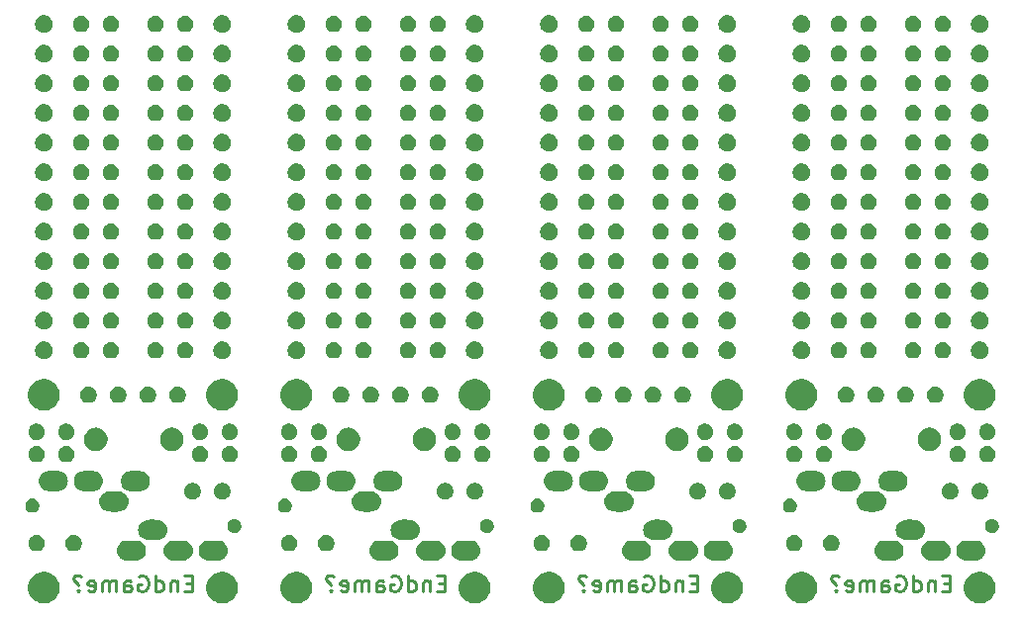
<source format=gbs>
G04 #@! TF.GenerationSoftware,KiCad,Pcbnew,5.0.2-bee76a0~70~ubuntu18.04.1*
G04 #@! TF.CreationDate,2019-11-06T20:00:43+09:00*
G04 #@! TF.ProjectId,MxLEDBit,4d784c45-4442-4697-942e-6b696361645f,1*
G04 #@! TF.SameCoordinates,Original*
G04 #@! TF.FileFunction,Soldermask,Bot*
G04 #@! TF.FilePolarity,Negative*
%FSLAX46Y46*%
G04 Gerber Fmt 4.6, Leading zero omitted, Abs format (unit mm)*
G04 Created by KiCad (PCBNEW 5.0.2-bee76a0~70~ubuntu18.04.1) date 2019年11月06日 20時00分43秒*
%MOMM*%
%LPD*%
G01*
G04 APERTURE LIST*
%ADD10C,0.250000*%
%ADD11C,0.150000*%
G04 APERTURE END LIST*
D10*
X170768333Y-96762627D02*
X170301666Y-96762627D01*
X170101666Y-97495960D02*
X170768333Y-97495960D01*
X170768333Y-96095960D01*
X170101666Y-96095960D01*
X169501666Y-96562627D02*
X169501666Y-97495960D01*
X169501666Y-96695960D02*
X169435000Y-96629293D01*
X169301666Y-96562627D01*
X169101666Y-96562627D01*
X168968333Y-96629293D01*
X168901666Y-96762627D01*
X168901666Y-97495960D01*
X167635000Y-97495960D02*
X167635000Y-96095960D01*
X167635000Y-97429293D02*
X167768333Y-97495960D01*
X168035000Y-97495960D01*
X168168333Y-97429293D01*
X168235000Y-97362627D01*
X168301666Y-97229293D01*
X168301666Y-96829293D01*
X168235000Y-96695960D01*
X168168333Y-96629293D01*
X168035000Y-96562627D01*
X167768333Y-96562627D01*
X167635000Y-96629293D01*
X166235000Y-96162627D02*
X166368333Y-96095960D01*
X166568333Y-96095960D01*
X166768333Y-96162627D01*
X166901666Y-96295960D01*
X166968333Y-96429293D01*
X167035000Y-96695960D01*
X167035000Y-96895960D01*
X166968333Y-97162627D01*
X166901666Y-97295960D01*
X166768333Y-97429293D01*
X166568333Y-97495960D01*
X166435000Y-97495960D01*
X166235000Y-97429293D01*
X166168333Y-97362627D01*
X166168333Y-96895960D01*
X166435000Y-96895960D01*
X164968333Y-97495960D02*
X164968333Y-96762627D01*
X165035000Y-96629293D01*
X165168333Y-96562627D01*
X165435000Y-96562627D01*
X165568333Y-96629293D01*
X164968333Y-97429293D02*
X165101666Y-97495960D01*
X165435000Y-97495960D01*
X165568333Y-97429293D01*
X165635000Y-97295960D01*
X165635000Y-97162627D01*
X165568333Y-97029293D01*
X165435000Y-96962627D01*
X165101666Y-96962627D01*
X164968333Y-96895960D01*
X164301666Y-97495960D02*
X164301666Y-96562627D01*
X164301666Y-96695960D02*
X164235000Y-96629293D01*
X164101666Y-96562627D01*
X163901666Y-96562627D01*
X163768333Y-96629293D01*
X163701666Y-96762627D01*
X163701666Y-97495960D01*
X163701666Y-96762627D02*
X163635000Y-96629293D01*
X163501666Y-96562627D01*
X163301666Y-96562627D01*
X163168333Y-96629293D01*
X163101666Y-96762627D01*
X163101666Y-97495960D01*
X161901666Y-97429293D02*
X162035000Y-97495960D01*
X162301666Y-97495960D01*
X162435000Y-97429293D01*
X162501666Y-97295960D01*
X162501666Y-96762627D01*
X162435000Y-96629293D01*
X162301666Y-96562627D01*
X162035000Y-96562627D01*
X161901666Y-96629293D01*
X161835000Y-96762627D01*
X161835000Y-96895960D01*
X162501666Y-97029293D01*
X161035000Y-97362627D02*
X160968333Y-97429293D01*
X161035000Y-97495960D01*
X161101666Y-97429293D01*
X161035000Y-97362627D01*
X161035000Y-97495960D01*
X161301666Y-96162627D02*
X161168333Y-96095960D01*
X160835000Y-96095960D01*
X160701666Y-96162627D01*
X160635000Y-96295960D01*
X160635000Y-96429293D01*
X160701666Y-96562627D01*
X160768333Y-96629293D01*
X160901666Y-96695960D01*
X160968333Y-96762627D01*
X161035000Y-96895960D01*
X161035000Y-96962627D01*
X149178333Y-96762627D02*
X148711666Y-96762627D01*
X148511666Y-97495960D02*
X149178333Y-97495960D01*
X149178333Y-96095960D01*
X148511666Y-96095960D01*
X147911666Y-96562627D02*
X147911666Y-97495960D01*
X147911666Y-96695960D02*
X147845000Y-96629293D01*
X147711666Y-96562627D01*
X147511666Y-96562627D01*
X147378333Y-96629293D01*
X147311666Y-96762627D01*
X147311666Y-97495960D01*
X146045000Y-97495960D02*
X146045000Y-96095960D01*
X146045000Y-97429293D02*
X146178333Y-97495960D01*
X146445000Y-97495960D01*
X146578333Y-97429293D01*
X146645000Y-97362627D01*
X146711666Y-97229293D01*
X146711666Y-96829293D01*
X146645000Y-96695960D01*
X146578333Y-96629293D01*
X146445000Y-96562627D01*
X146178333Y-96562627D01*
X146045000Y-96629293D01*
X144645000Y-96162627D02*
X144778333Y-96095960D01*
X144978333Y-96095960D01*
X145178333Y-96162627D01*
X145311666Y-96295960D01*
X145378333Y-96429293D01*
X145445000Y-96695960D01*
X145445000Y-96895960D01*
X145378333Y-97162627D01*
X145311666Y-97295960D01*
X145178333Y-97429293D01*
X144978333Y-97495960D01*
X144845000Y-97495960D01*
X144645000Y-97429293D01*
X144578333Y-97362627D01*
X144578333Y-96895960D01*
X144845000Y-96895960D01*
X143378333Y-97495960D02*
X143378333Y-96762627D01*
X143445000Y-96629293D01*
X143578333Y-96562627D01*
X143845000Y-96562627D01*
X143978333Y-96629293D01*
X143378333Y-97429293D02*
X143511666Y-97495960D01*
X143845000Y-97495960D01*
X143978333Y-97429293D01*
X144045000Y-97295960D01*
X144045000Y-97162627D01*
X143978333Y-97029293D01*
X143845000Y-96962627D01*
X143511666Y-96962627D01*
X143378333Y-96895960D01*
X142711666Y-97495960D02*
X142711666Y-96562627D01*
X142711666Y-96695960D02*
X142645000Y-96629293D01*
X142511666Y-96562627D01*
X142311666Y-96562627D01*
X142178333Y-96629293D01*
X142111666Y-96762627D01*
X142111666Y-97495960D01*
X142111666Y-96762627D02*
X142045000Y-96629293D01*
X141911666Y-96562627D01*
X141711666Y-96562627D01*
X141578333Y-96629293D01*
X141511666Y-96762627D01*
X141511666Y-97495960D01*
X140311666Y-97429293D02*
X140445000Y-97495960D01*
X140711666Y-97495960D01*
X140845000Y-97429293D01*
X140911666Y-97295960D01*
X140911666Y-96762627D01*
X140845000Y-96629293D01*
X140711666Y-96562627D01*
X140445000Y-96562627D01*
X140311666Y-96629293D01*
X140245000Y-96762627D01*
X140245000Y-96895960D01*
X140911666Y-97029293D01*
X139445000Y-97362627D02*
X139378333Y-97429293D01*
X139445000Y-97495960D01*
X139511666Y-97429293D01*
X139445000Y-97362627D01*
X139445000Y-97495960D01*
X139711666Y-96162627D02*
X139578333Y-96095960D01*
X139245000Y-96095960D01*
X139111666Y-96162627D01*
X139045000Y-96295960D01*
X139045000Y-96429293D01*
X139111666Y-96562627D01*
X139178333Y-96629293D01*
X139311666Y-96695960D01*
X139378333Y-96762627D01*
X139445000Y-96895960D01*
X139445000Y-96962627D01*
X127588333Y-96762627D02*
X127121666Y-96762627D01*
X126921666Y-97495960D02*
X127588333Y-97495960D01*
X127588333Y-96095960D01*
X126921666Y-96095960D01*
X126321666Y-96562627D02*
X126321666Y-97495960D01*
X126321666Y-96695960D02*
X126255000Y-96629293D01*
X126121666Y-96562627D01*
X125921666Y-96562627D01*
X125788333Y-96629293D01*
X125721666Y-96762627D01*
X125721666Y-97495960D01*
X124455000Y-97495960D02*
X124455000Y-96095960D01*
X124455000Y-97429293D02*
X124588333Y-97495960D01*
X124855000Y-97495960D01*
X124988333Y-97429293D01*
X125055000Y-97362627D01*
X125121666Y-97229293D01*
X125121666Y-96829293D01*
X125055000Y-96695960D01*
X124988333Y-96629293D01*
X124855000Y-96562627D01*
X124588333Y-96562627D01*
X124455000Y-96629293D01*
X123055000Y-96162627D02*
X123188333Y-96095960D01*
X123388333Y-96095960D01*
X123588333Y-96162627D01*
X123721666Y-96295960D01*
X123788333Y-96429293D01*
X123855000Y-96695960D01*
X123855000Y-96895960D01*
X123788333Y-97162627D01*
X123721666Y-97295960D01*
X123588333Y-97429293D01*
X123388333Y-97495960D01*
X123255000Y-97495960D01*
X123055000Y-97429293D01*
X122988333Y-97362627D01*
X122988333Y-96895960D01*
X123255000Y-96895960D01*
X121788333Y-97495960D02*
X121788333Y-96762627D01*
X121855000Y-96629293D01*
X121988333Y-96562627D01*
X122255000Y-96562627D01*
X122388333Y-96629293D01*
X121788333Y-97429293D02*
X121921666Y-97495960D01*
X122255000Y-97495960D01*
X122388333Y-97429293D01*
X122455000Y-97295960D01*
X122455000Y-97162627D01*
X122388333Y-97029293D01*
X122255000Y-96962627D01*
X121921666Y-96962627D01*
X121788333Y-96895960D01*
X121121666Y-97495960D02*
X121121666Y-96562627D01*
X121121666Y-96695960D02*
X121055000Y-96629293D01*
X120921666Y-96562627D01*
X120721666Y-96562627D01*
X120588333Y-96629293D01*
X120521666Y-96762627D01*
X120521666Y-97495960D01*
X120521666Y-96762627D02*
X120455000Y-96629293D01*
X120321666Y-96562627D01*
X120121666Y-96562627D01*
X119988333Y-96629293D01*
X119921666Y-96762627D01*
X119921666Y-97495960D01*
X118721666Y-97429293D02*
X118855000Y-97495960D01*
X119121666Y-97495960D01*
X119255000Y-97429293D01*
X119321666Y-97295960D01*
X119321666Y-96762627D01*
X119255000Y-96629293D01*
X119121666Y-96562627D01*
X118855000Y-96562627D01*
X118721666Y-96629293D01*
X118655000Y-96762627D01*
X118655000Y-96895960D01*
X119321666Y-97029293D01*
X117855000Y-97362627D02*
X117788333Y-97429293D01*
X117855000Y-97495960D01*
X117921666Y-97429293D01*
X117855000Y-97362627D01*
X117855000Y-97495960D01*
X118121666Y-96162627D02*
X117988333Y-96095960D01*
X117655000Y-96095960D01*
X117521666Y-96162627D01*
X117455000Y-96295960D01*
X117455000Y-96429293D01*
X117521666Y-96562627D01*
X117588333Y-96629293D01*
X117721666Y-96695960D01*
X117788333Y-96762627D01*
X117855000Y-96895960D01*
X117855000Y-96962627D01*
X105998333Y-96762627D02*
X105531666Y-96762627D01*
X105331666Y-97495960D02*
X105998333Y-97495960D01*
X105998333Y-96095960D01*
X105331666Y-96095960D01*
X104731666Y-96562627D02*
X104731666Y-97495960D01*
X104731666Y-96695960D02*
X104665000Y-96629293D01*
X104531666Y-96562627D01*
X104331666Y-96562627D01*
X104198333Y-96629293D01*
X104131666Y-96762627D01*
X104131666Y-97495960D01*
X102865000Y-97495960D02*
X102865000Y-96095960D01*
X102865000Y-97429293D02*
X102998333Y-97495960D01*
X103265000Y-97495960D01*
X103398333Y-97429293D01*
X103465000Y-97362627D01*
X103531666Y-97229293D01*
X103531666Y-96829293D01*
X103465000Y-96695960D01*
X103398333Y-96629293D01*
X103265000Y-96562627D01*
X102998333Y-96562627D01*
X102865000Y-96629293D01*
X101465000Y-96162627D02*
X101598333Y-96095960D01*
X101798333Y-96095960D01*
X101998333Y-96162627D01*
X102131666Y-96295960D01*
X102198333Y-96429293D01*
X102265000Y-96695960D01*
X102265000Y-96895960D01*
X102198333Y-97162627D01*
X102131666Y-97295960D01*
X101998333Y-97429293D01*
X101798333Y-97495960D01*
X101665000Y-97495960D01*
X101465000Y-97429293D01*
X101398333Y-97362627D01*
X101398333Y-96895960D01*
X101665000Y-96895960D01*
X100198333Y-97495960D02*
X100198333Y-96762627D01*
X100265000Y-96629293D01*
X100398333Y-96562627D01*
X100665000Y-96562627D01*
X100798333Y-96629293D01*
X100198333Y-97429293D02*
X100331666Y-97495960D01*
X100665000Y-97495960D01*
X100798333Y-97429293D01*
X100865000Y-97295960D01*
X100865000Y-97162627D01*
X100798333Y-97029293D01*
X100665000Y-96962627D01*
X100331666Y-96962627D01*
X100198333Y-96895960D01*
X99531666Y-97495960D02*
X99531666Y-96562627D01*
X99531666Y-96695960D02*
X99465000Y-96629293D01*
X99331666Y-96562627D01*
X99131666Y-96562627D01*
X98998333Y-96629293D01*
X98931666Y-96762627D01*
X98931666Y-97495960D01*
X98931666Y-96762627D02*
X98865000Y-96629293D01*
X98731666Y-96562627D01*
X98531666Y-96562627D01*
X98398333Y-96629293D01*
X98331666Y-96762627D01*
X98331666Y-97495960D01*
X97131666Y-97429293D02*
X97265000Y-97495960D01*
X97531666Y-97495960D01*
X97665000Y-97429293D01*
X97731666Y-97295960D01*
X97731666Y-96762627D01*
X97665000Y-96629293D01*
X97531666Y-96562627D01*
X97265000Y-96562627D01*
X97131666Y-96629293D01*
X97065000Y-96762627D01*
X97065000Y-96895960D01*
X97731666Y-97029293D01*
X96265000Y-97362627D02*
X96198333Y-97429293D01*
X96265000Y-97495960D01*
X96331666Y-97429293D01*
X96265000Y-97362627D01*
X96265000Y-97495960D01*
X96531666Y-96162627D02*
X96398333Y-96095960D01*
X96065000Y-96095960D01*
X95931666Y-96162627D01*
X95865000Y-96295960D01*
X95865000Y-96429293D01*
X95931666Y-96562627D01*
X95998333Y-96629293D01*
X96131666Y-96695960D01*
X96198333Y-96762627D01*
X96265000Y-96895960D01*
X96265000Y-96962627D01*
D11*
G36*
X93738778Y-95856879D02*
X93984466Y-95958646D01*
X94205578Y-96106389D01*
X94393611Y-96294422D01*
X94541354Y-96515534D01*
X94643121Y-96761222D01*
X94695000Y-97022035D01*
X94695000Y-97287965D01*
X94643121Y-97548778D01*
X94541354Y-97794466D01*
X94393611Y-98015578D01*
X94205578Y-98203611D01*
X93984466Y-98351354D01*
X93738778Y-98453121D01*
X93477965Y-98505000D01*
X93212035Y-98505000D01*
X92951222Y-98453121D01*
X92705534Y-98351354D01*
X92484422Y-98203611D01*
X92296389Y-98015578D01*
X92148646Y-97794466D01*
X92046879Y-97548778D01*
X91995000Y-97287965D01*
X91995000Y-97022035D01*
X92046879Y-96761222D01*
X92148646Y-96515534D01*
X92296389Y-96294422D01*
X92484422Y-96106389D01*
X92705534Y-95958646D01*
X92951222Y-95856879D01*
X93212035Y-95805000D01*
X93477965Y-95805000D01*
X93738778Y-95856879D01*
X93738778Y-95856879D01*
G37*
G36*
X108978778Y-95856879D02*
X109224466Y-95958646D01*
X109445578Y-96106389D01*
X109633611Y-96294422D01*
X109781354Y-96515534D01*
X109883121Y-96761222D01*
X109935000Y-97022035D01*
X109935000Y-97287965D01*
X109883121Y-97548778D01*
X109781354Y-97794466D01*
X109633611Y-98015578D01*
X109445578Y-98203611D01*
X109224466Y-98351354D01*
X108978778Y-98453121D01*
X108717965Y-98505000D01*
X108452035Y-98505000D01*
X108191222Y-98453121D01*
X107945534Y-98351354D01*
X107724422Y-98203611D01*
X107536389Y-98015578D01*
X107388646Y-97794466D01*
X107286879Y-97548778D01*
X107235000Y-97287965D01*
X107235000Y-97022035D01*
X107286879Y-96761222D01*
X107388646Y-96515534D01*
X107536389Y-96294422D01*
X107724422Y-96106389D01*
X107945534Y-95958646D01*
X108191222Y-95856879D01*
X108452035Y-95805000D01*
X108717965Y-95805000D01*
X108978778Y-95856879D01*
X108978778Y-95856879D01*
G37*
G36*
X115328778Y-95856879D02*
X115574466Y-95958646D01*
X115795578Y-96106389D01*
X115983611Y-96294422D01*
X116131354Y-96515534D01*
X116233121Y-96761222D01*
X116285000Y-97022035D01*
X116285000Y-97287965D01*
X116233121Y-97548778D01*
X116131354Y-97794466D01*
X115983611Y-98015578D01*
X115795578Y-98203611D01*
X115574466Y-98351354D01*
X115328778Y-98453121D01*
X115067965Y-98505000D01*
X114802035Y-98505000D01*
X114541222Y-98453121D01*
X114295534Y-98351354D01*
X114074422Y-98203611D01*
X113886389Y-98015578D01*
X113738646Y-97794466D01*
X113636879Y-97548778D01*
X113585000Y-97287965D01*
X113585000Y-97022035D01*
X113636879Y-96761222D01*
X113738646Y-96515534D01*
X113886389Y-96294422D01*
X114074422Y-96106389D01*
X114295534Y-95958646D01*
X114541222Y-95856879D01*
X114802035Y-95805000D01*
X115067965Y-95805000D01*
X115328778Y-95856879D01*
X115328778Y-95856879D01*
G37*
G36*
X130568778Y-95856879D02*
X130814466Y-95958646D01*
X131035578Y-96106389D01*
X131223611Y-96294422D01*
X131371354Y-96515534D01*
X131473121Y-96761222D01*
X131525000Y-97022035D01*
X131525000Y-97287965D01*
X131473121Y-97548778D01*
X131371354Y-97794466D01*
X131223611Y-98015578D01*
X131035578Y-98203611D01*
X130814466Y-98351354D01*
X130568778Y-98453121D01*
X130307965Y-98505000D01*
X130042035Y-98505000D01*
X129781222Y-98453121D01*
X129535534Y-98351354D01*
X129314422Y-98203611D01*
X129126389Y-98015578D01*
X128978646Y-97794466D01*
X128876879Y-97548778D01*
X128825000Y-97287965D01*
X128825000Y-97022035D01*
X128876879Y-96761222D01*
X128978646Y-96515534D01*
X129126389Y-96294422D01*
X129314422Y-96106389D01*
X129535534Y-95958646D01*
X129781222Y-95856879D01*
X130042035Y-95805000D01*
X130307965Y-95805000D01*
X130568778Y-95856879D01*
X130568778Y-95856879D01*
G37*
G36*
X152158778Y-95856879D02*
X152404466Y-95958646D01*
X152625578Y-96106389D01*
X152813611Y-96294422D01*
X152961354Y-96515534D01*
X153063121Y-96761222D01*
X153115000Y-97022035D01*
X153115000Y-97287965D01*
X153063121Y-97548778D01*
X152961354Y-97794466D01*
X152813611Y-98015578D01*
X152625578Y-98203611D01*
X152404466Y-98351354D01*
X152158778Y-98453121D01*
X151897965Y-98505000D01*
X151632035Y-98505000D01*
X151371222Y-98453121D01*
X151125534Y-98351354D01*
X150904422Y-98203611D01*
X150716389Y-98015578D01*
X150568646Y-97794466D01*
X150466879Y-97548778D01*
X150415000Y-97287965D01*
X150415000Y-97022035D01*
X150466879Y-96761222D01*
X150568646Y-96515534D01*
X150716389Y-96294422D01*
X150904422Y-96106389D01*
X151125534Y-95958646D01*
X151371222Y-95856879D01*
X151632035Y-95805000D01*
X151897965Y-95805000D01*
X152158778Y-95856879D01*
X152158778Y-95856879D01*
G37*
G36*
X136918778Y-95856879D02*
X137164466Y-95958646D01*
X137385578Y-96106389D01*
X137573611Y-96294422D01*
X137721354Y-96515534D01*
X137823121Y-96761222D01*
X137875000Y-97022035D01*
X137875000Y-97287965D01*
X137823121Y-97548778D01*
X137721354Y-97794466D01*
X137573611Y-98015578D01*
X137385578Y-98203611D01*
X137164466Y-98351354D01*
X136918778Y-98453121D01*
X136657965Y-98505000D01*
X136392035Y-98505000D01*
X136131222Y-98453121D01*
X135885534Y-98351354D01*
X135664422Y-98203611D01*
X135476389Y-98015578D01*
X135328646Y-97794466D01*
X135226879Y-97548778D01*
X135175000Y-97287965D01*
X135175000Y-97022035D01*
X135226879Y-96761222D01*
X135328646Y-96515534D01*
X135476389Y-96294422D01*
X135664422Y-96106389D01*
X135885534Y-95958646D01*
X136131222Y-95856879D01*
X136392035Y-95805000D01*
X136657965Y-95805000D01*
X136918778Y-95856879D01*
X136918778Y-95856879D01*
G37*
G36*
X173748778Y-95856879D02*
X173994466Y-95958646D01*
X174215578Y-96106389D01*
X174403611Y-96294422D01*
X174551354Y-96515534D01*
X174653121Y-96761222D01*
X174705000Y-97022035D01*
X174705000Y-97287965D01*
X174653121Y-97548778D01*
X174551354Y-97794466D01*
X174403611Y-98015578D01*
X174215578Y-98203611D01*
X173994466Y-98351354D01*
X173748778Y-98453121D01*
X173487965Y-98505000D01*
X173222035Y-98505000D01*
X172961222Y-98453121D01*
X172715534Y-98351354D01*
X172494422Y-98203611D01*
X172306389Y-98015578D01*
X172158646Y-97794466D01*
X172056879Y-97548778D01*
X172005000Y-97287965D01*
X172005000Y-97022035D01*
X172056879Y-96761222D01*
X172158646Y-96515534D01*
X172306389Y-96294422D01*
X172494422Y-96106389D01*
X172715534Y-95958646D01*
X172961222Y-95856879D01*
X173222035Y-95805000D01*
X173487965Y-95805000D01*
X173748778Y-95856879D01*
X173748778Y-95856879D01*
G37*
G36*
X158508778Y-95856879D02*
X158754466Y-95958646D01*
X158975578Y-96106389D01*
X159163611Y-96294422D01*
X159311354Y-96515534D01*
X159413121Y-96761222D01*
X159465000Y-97022035D01*
X159465000Y-97287965D01*
X159413121Y-97548778D01*
X159311354Y-97794466D01*
X159163611Y-98015578D01*
X158975578Y-98203611D01*
X158754466Y-98351354D01*
X158508778Y-98453121D01*
X158247965Y-98505000D01*
X157982035Y-98505000D01*
X157721222Y-98453121D01*
X157475534Y-98351354D01*
X157254422Y-98203611D01*
X157066389Y-98015578D01*
X156918646Y-97794466D01*
X156816879Y-97548778D01*
X156765000Y-97287965D01*
X156765000Y-97022035D01*
X156816879Y-96761222D01*
X156918646Y-96515534D01*
X157066389Y-96294422D01*
X157254422Y-96106389D01*
X157475534Y-95958646D01*
X157721222Y-95856879D01*
X157982035Y-95805000D01*
X158247965Y-95805000D01*
X158508778Y-95856879D01*
X158508778Y-95856879D01*
G37*
G36*
X144571630Y-93142299D02*
X144731855Y-93190903D01*
X144879520Y-93269831D01*
X145008949Y-93376051D01*
X145115169Y-93505480D01*
X145194097Y-93653145D01*
X145242701Y-93813370D01*
X145259112Y-93980000D01*
X145242701Y-94146630D01*
X145194097Y-94306855D01*
X145115169Y-94454520D01*
X145008949Y-94583949D01*
X144879520Y-94690169D01*
X144731855Y-94769097D01*
X144571630Y-94817701D01*
X144446752Y-94830000D01*
X143563248Y-94830000D01*
X143438370Y-94817701D01*
X143278145Y-94769097D01*
X143130480Y-94690169D01*
X143001051Y-94583949D01*
X142894831Y-94454520D01*
X142815903Y-94306855D01*
X142767299Y-94146630D01*
X142750888Y-93980000D01*
X142767299Y-93813370D01*
X142815903Y-93653145D01*
X142894831Y-93505480D01*
X143001051Y-93376051D01*
X143130480Y-93269831D01*
X143278145Y-93190903D01*
X143438370Y-93142299D01*
X143563248Y-93130000D01*
X144446752Y-93130000D01*
X144571630Y-93142299D01*
X144571630Y-93142299D01*
G37*
G36*
X173161630Y-93142299D02*
X173321855Y-93190903D01*
X173469520Y-93269831D01*
X173598949Y-93376051D01*
X173705169Y-93505480D01*
X173784097Y-93653145D01*
X173832701Y-93813370D01*
X173849112Y-93980000D01*
X173832701Y-94146630D01*
X173784097Y-94306855D01*
X173705169Y-94454520D01*
X173598949Y-94583949D01*
X173469520Y-94690169D01*
X173321855Y-94769097D01*
X173161630Y-94817701D01*
X173036752Y-94830000D01*
X172153248Y-94830000D01*
X172028370Y-94817701D01*
X171868145Y-94769097D01*
X171720480Y-94690169D01*
X171591051Y-94583949D01*
X171484831Y-94454520D01*
X171405903Y-94306855D01*
X171357299Y-94146630D01*
X171340888Y-93980000D01*
X171357299Y-93813370D01*
X171405903Y-93653145D01*
X171484831Y-93505480D01*
X171591051Y-93376051D01*
X171720480Y-93269831D01*
X171868145Y-93190903D01*
X172028370Y-93142299D01*
X172153248Y-93130000D01*
X173036752Y-93130000D01*
X173161630Y-93142299D01*
X173161630Y-93142299D01*
G37*
G36*
X170161630Y-93142299D02*
X170321855Y-93190903D01*
X170469520Y-93269831D01*
X170598949Y-93376051D01*
X170705169Y-93505480D01*
X170784097Y-93653145D01*
X170832701Y-93813370D01*
X170849112Y-93980000D01*
X170832701Y-94146630D01*
X170784097Y-94306855D01*
X170705169Y-94454520D01*
X170598949Y-94583949D01*
X170469520Y-94690169D01*
X170321855Y-94769097D01*
X170161630Y-94817701D01*
X170036752Y-94830000D01*
X169153248Y-94830000D01*
X169028370Y-94817701D01*
X168868145Y-94769097D01*
X168720480Y-94690169D01*
X168591051Y-94583949D01*
X168484831Y-94454520D01*
X168405903Y-94306855D01*
X168357299Y-94146630D01*
X168340888Y-93980000D01*
X168357299Y-93813370D01*
X168405903Y-93653145D01*
X168484831Y-93505480D01*
X168591051Y-93376051D01*
X168720480Y-93269831D01*
X168868145Y-93190903D01*
X169028370Y-93142299D01*
X169153248Y-93130000D01*
X170036752Y-93130000D01*
X170161630Y-93142299D01*
X170161630Y-93142299D01*
G37*
G36*
X151571630Y-93142299D02*
X151731855Y-93190903D01*
X151879520Y-93269831D01*
X152008949Y-93376051D01*
X152115169Y-93505480D01*
X152194097Y-93653145D01*
X152242701Y-93813370D01*
X152259112Y-93980000D01*
X152242701Y-94146630D01*
X152194097Y-94306855D01*
X152115169Y-94454520D01*
X152008949Y-94583949D01*
X151879520Y-94690169D01*
X151731855Y-94769097D01*
X151571630Y-94817701D01*
X151446752Y-94830000D01*
X150563248Y-94830000D01*
X150438370Y-94817701D01*
X150278145Y-94769097D01*
X150130480Y-94690169D01*
X150001051Y-94583949D01*
X149894831Y-94454520D01*
X149815903Y-94306855D01*
X149767299Y-94146630D01*
X149750888Y-93980000D01*
X149767299Y-93813370D01*
X149815903Y-93653145D01*
X149894831Y-93505480D01*
X150001051Y-93376051D01*
X150130480Y-93269831D01*
X150278145Y-93190903D01*
X150438370Y-93142299D01*
X150563248Y-93130000D01*
X151446752Y-93130000D01*
X151571630Y-93142299D01*
X151571630Y-93142299D01*
G37*
G36*
X148571630Y-93142299D02*
X148731855Y-93190903D01*
X148879520Y-93269831D01*
X149008949Y-93376051D01*
X149115169Y-93505480D01*
X149194097Y-93653145D01*
X149242701Y-93813370D01*
X149259112Y-93980000D01*
X149242701Y-94146630D01*
X149194097Y-94306855D01*
X149115169Y-94454520D01*
X149008949Y-94583949D01*
X148879520Y-94690169D01*
X148731855Y-94769097D01*
X148571630Y-94817701D01*
X148446752Y-94830000D01*
X147563248Y-94830000D01*
X147438370Y-94817701D01*
X147278145Y-94769097D01*
X147130480Y-94690169D01*
X147001051Y-94583949D01*
X146894831Y-94454520D01*
X146815903Y-94306855D01*
X146767299Y-94146630D01*
X146750888Y-93980000D01*
X146767299Y-93813370D01*
X146815903Y-93653145D01*
X146894831Y-93505480D01*
X147001051Y-93376051D01*
X147130480Y-93269831D01*
X147278145Y-93190903D01*
X147438370Y-93142299D01*
X147563248Y-93130000D01*
X148446752Y-93130000D01*
X148571630Y-93142299D01*
X148571630Y-93142299D01*
G37*
G36*
X129981630Y-93142299D02*
X130141855Y-93190903D01*
X130289520Y-93269831D01*
X130418949Y-93376051D01*
X130525169Y-93505480D01*
X130604097Y-93653145D01*
X130652701Y-93813370D01*
X130669112Y-93980000D01*
X130652701Y-94146630D01*
X130604097Y-94306855D01*
X130525169Y-94454520D01*
X130418949Y-94583949D01*
X130289520Y-94690169D01*
X130141855Y-94769097D01*
X129981630Y-94817701D01*
X129856752Y-94830000D01*
X128973248Y-94830000D01*
X128848370Y-94817701D01*
X128688145Y-94769097D01*
X128540480Y-94690169D01*
X128411051Y-94583949D01*
X128304831Y-94454520D01*
X128225903Y-94306855D01*
X128177299Y-94146630D01*
X128160888Y-93980000D01*
X128177299Y-93813370D01*
X128225903Y-93653145D01*
X128304831Y-93505480D01*
X128411051Y-93376051D01*
X128540480Y-93269831D01*
X128688145Y-93190903D01*
X128848370Y-93142299D01*
X128973248Y-93130000D01*
X129856752Y-93130000D01*
X129981630Y-93142299D01*
X129981630Y-93142299D01*
G37*
G36*
X126981630Y-93142299D02*
X127141855Y-93190903D01*
X127289520Y-93269831D01*
X127418949Y-93376051D01*
X127525169Y-93505480D01*
X127604097Y-93653145D01*
X127652701Y-93813370D01*
X127669112Y-93980000D01*
X127652701Y-94146630D01*
X127604097Y-94306855D01*
X127525169Y-94454520D01*
X127418949Y-94583949D01*
X127289520Y-94690169D01*
X127141855Y-94769097D01*
X126981630Y-94817701D01*
X126856752Y-94830000D01*
X125973248Y-94830000D01*
X125848370Y-94817701D01*
X125688145Y-94769097D01*
X125540480Y-94690169D01*
X125411051Y-94583949D01*
X125304831Y-94454520D01*
X125225903Y-94306855D01*
X125177299Y-94146630D01*
X125160888Y-93980000D01*
X125177299Y-93813370D01*
X125225903Y-93653145D01*
X125304831Y-93505480D01*
X125411051Y-93376051D01*
X125540480Y-93269831D01*
X125688145Y-93190903D01*
X125848370Y-93142299D01*
X125973248Y-93130000D01*
X126856752Y-93130000D01*
X126981630Y-93142299D01*
X126981630Y-93142299D01*
G37*
G36*
X122981630Y-93142299D02*
X123141855Y-93190903D01*
X123289520Y-93269831D01*
X123418949Y-93376051D01*
X123525169Y-93505480D01*
X123604097Y-93653145D01*
X123652701Y-93813370D01*
X123669112Y-93980000D01*
X123652701Y-94146630D01*
X123604097Y-94306855D01*
X123525169Y-94454520D01*
X123418949Y-94583949D01*
X123289520Y-94690169D01*
X123141855Y-94769097D01*
X122981630Y-94817701D01*
X122856752Y-94830000D01*
X121973248Y-94830000D01*
X121848370Y-94817701D01*
X121688145Y-94769097D01*
X121540480Y-94690169D01*
X121411051Y-94583949D01*
X121304831Y-94454520D01*
X121225903Y-94306855D01*
X121177299Y-94146630D01*
X121160888Y-93980000D01*
X121177299Y-93813370D01*
X121225903Y-93653145D01*
X121304831Y-93505480D01*
X121411051Y-93376051D01*
X121540480Y-93269831D01*
X121688145Y-93190903D01*
X121848370Y-93142299D01*
X121973248Y-93130000D01*
X122856752Y-93130000D01*
X122981630Y-93142299D01*
X122981630Y-93142299D01*
G37*
G36*
X101391630Y-93142299D02*
X101551855Y-93190903D01*
X101699520Y-93269831D01*
X101828949Y-93376051D01*
X101935169Y-93505480D01*
X102014097Y-93653145D01*
X102062701Y-93813370D01*
X102079112Y-93980000D01*
X102062701Y-94146630D01*
X102014097Y-94306855D01*
X101935169Y-94454520D01*
X101828949Y-94583949D01*
X101699520Y-94690169D01*
X101551855Y-94769097D01*
X101391630Y-94817701D01*
X101266752Y-94830000D01*
X100383248Y-94830000D01*
X100258370Y-94817701D01*
X100098145Y-94769097D01*
X99950480Y-94690169D01*
X99821051Y-94583949D01*
X99714831Y-94454520D01*
X99635903Y-94306855D01*
X99587299Y-94146630D01*
X99570888Y-93980000D01*
X99587299Y-93813370D01*
X99635903Y-93653145D01*
X99714831Y-93505480D01*
X99821051Y-93376051D01*
X99950480Y-93269831D01*
X100098145Y-93190903D01*
X100258370Y-93142299D01*
X100383248Y-93130000D01*
X101266752Y-93130000D01*
X101391630Y-93142299D01*
X101391630Y-93142299D01*
G37*
G36*
X105391630Y-93142299D02*
X105551855Y-93190903D01*
X105699520Y-93269831D01*
X105828949Y-93376051D01*
X105935169Y-93505480D01*
X106014097Y-93653145D01*
X106062701Y-93813370D01*
X106079112Y-93980000D01*
X106062701Y-94146630D01*
X106014097Y-94306855D01*
X105935169Y-94454520D01*
X105828949Y-94583949D01*
X105699520Y-94690169D01*
X105551855Y-94769097D01*
X105391630Y-94817701D01*
X105266752Y-94830000D01*
X104383248Y-94830000D01*
X104258370Y-94817701D01*
X104098145Y-94769097D01*
X103950480Y-94690169D01*
X103821051Y-94583949D01*
X103714831Y-94454520D01*
X103635903Y-94306855D01*
X103587299Y-94146630D01*
X103570888Y-93980000D01*
X103587299Y-93813370D01*
X103635903Y-93653145D01*
X103714831Y-93505480D01*
X103821051Y-93376051D01*
X103950480Y-93269831D01*
X104098145Y-93190903D01*
X104258370Y-93142299D01*
X104383248Y-93130000D01*
X105266752Y-93130000D01*
X105391630Y-93142299D01*
X105391630Y-93142299D01*
G37*
G36*
X166161630Y-93142299D02*
X166321855Y-93190903D01*
X166469520Y-93269831D01*
X166598949Y-93376051D01*
X166705169Y-93505480D01*
X166784097Y-93653145D01*
X166832701Y-93813370D01*
X166849112Y-93980000D01*
X166832701Y-94146630D01*
X166784097Y-94306855D01*
X166705169Y-94454520D01*
X166598949Y-94583949D01*
X166469520Y-94690169D01*
X166321855Y-94769097D01*
X166161630Y-94817701D01*
X166036752Y-94830000D01*
X165153248Y-94830000D01*
X165028370Y-94817701D01*
X164868145Y-94769097D01*
X164720480Y-94690169D01*
X164591051Y-94583949D01*
X164484831Y-94454520D01*
X164405903Y-94306855D01*
X164357299Y-94146630D01*
X164340888Y-93980000D01*
X164357299Y-93813370D01*
X164405903Y-93653145D01*
X164484831Y-93505480D01*
X164591051Y-93376051D01*
X164720480Y-93269831D01*
X164868145Y-93190903D01*
X165028370Y-93142299D01*
X165153248Y-93130000D01*
X166036752Y-93130000D01*
X166161630Y-93142299D01*
X166161630Y-93142299D01*
G37*
G36*
X108391630Y-93142299D02*
X108551855Y-93190903D01*
X108699520Y-93269831D01*
X108828949Y-93376051D01*
X108935169Y-93505480D01*
X109014097Y-93653145D01*
X109062701Y-93813370D01*
X109079112Y-93980000D01*
X109062701Y-94146630D01*
X109014097Y-94306855D01*
X108935169Y-94454520D01*
X108828949Y-94583949D01*
X108699520Y-94690169D01*
X108551855Y-94769097D01*
X108391630Y-94817701D01*
X108266752Y-94830000D01*
X107383248Y-94830000D01*
X107258370Y-94817701D01*
X107098145Y-94769097D01*
X106950480Y-94690169D01*
X106821051Y-94583949D01*
X106714831Y-94454520D01*
X106635903Y-94306855D01*
X106587299Y-94146630D01*
X106570888Y-93980000D01*
X106587299Y-93813370D01*
X106635903Y-93653145D01*
X106714831Y-93505480D01*
X106821051Y-93376051D01*
X106950480Y-93269831D01*
X107098145Y-93190903D01*
X107258370Y-93142299D01*
X107383248Y-93130000D01*
X108266752Y-93130000D01*
X108391630Y-93142299D01*
X108391630Y-93142299D01*
G37*
G36*
X160858745Y-92673342D02*
X160985863Y-92725996D01*
X161100271Y-92802441D01*
X161197559Y-92899729D01*
X161274004Y-93014137D01*
X161326658Y-93141255D01*
X161353500Y-93276202D01*
X161353500Y-93413798D01*
X161326658Y-93548745D01*
X161274004Y-93675863D01*
X161197559Y-93790271D01*
X161100271Y-93887559D01*
X160985863Y-93964004D01*
X160858745Y-94016658D01*
X160723798Y-94043500D01*
X160586202Y-94043500D01*
X160451255Y-94016658D01*
X160324137Y-93964004D01*
X160209729Y-93887559D01*
X160112441Y-93790271D01*
X160035996Y-93675863D01*
X159983342Y-93548745D01*
X159956500Y-93413798D01*
X159956500Y-93276202D01*
X159983342Y-93141255D01*
X160035996Y-93014137D01*
X160112441Y-92899729D01*
X160209729Y-92802441D01*
X160324137Y-92725996D01*
X160451255Y-92673342D01*
X160586202Y-92646500D01*
X160723798Y-92646500D01*
X160858745Y-92673342D01*
X160858745Y-92673342D01*
G37*
G36*
X117678745Y-92673342D02*
X117805863Y-92725996D01*
X117920271Y-92802441D01*
X118017559Y-92899729D01*
X118094004Y-93014137D01*
X118146658Y-93141255D01*
X118173500Y-93276202D01*
X118173500Y-93413798D01*
X118146658Y-93548745D01*
X118094004Y-93675863D01*
X118017559Y-93790271D01*
X117920271Y-93887559D01*
X117805863Y-93964004D01*
X117678745Y-94016658D01*
X117543798Y-94043500D01*
X117406202Y-94043500D01*
X117271255Y-94016658D01*
X117144137Y-93964004D01*
X117029729Y-93887559D01*
X116932441Y-93790271D01*
X116855996Y-93675863D01*
X116803342Y-93548745D01*
X116776500Y-93413798D01*
X116776500Y-93276202D01*
X116803342Y-93141255D01*
X116855996Y-93014137D01*
X116932441Y-92899729D01*
X117029729Y-92802441D01*
X117144137Y-92725996D01*
X117271255Y-92673342D01*
X117406202Y-92646500D01*
X117543798Y-92646500D01*
X117678745Y-92673342D01*
X117678745Y-92673342D01*
G37*
G36*
X114503745Y-92673342D02*
X114630863Y-92725996D01*
X114745271Y-92802441D01*
X114842559Y-92899729D01*
X114919004Y-93014137D01*
X114971658Y-93141255D01*
X114998500Y-93276202D01*
X114998500Y-93413798D01*
X114971658Y-93548745D01*
X114919004Y-93675863D01*
X114842559Y-93790271D01*
X114745271Y-93887559D01*
X114630863Y-93964004D01*
X114503745Y-94016658D01*
X114368798Y-94043500D01*
X114231202Y-94043500D01*
X114096255Y-94016658D01*
X113969137Y-93964004D01*
X113854729Y-93887559D01*
X113757441Y-93790271D01*
X113680996Y-93675863D01*
X113628342Y-93548745D01*
X113601500Y-93413798D01*
X113601500Y-93276202D01*
X113628342Y-93141255D01*
X113680996Y-93014137D01*
X113757441Y-92899729D01*
X113854729Y-92802441D01*
X113969137Y-92725996D01*
X114096255Y-92673342D01*
X114231202Y-92646500D01*
X114368798Y-92646500D01*
X114503745Y-92673342D01*
X114503745Y-92673342D01*
G37*
G36*
X136093745Y-92673342D02*
X136220863Y-92725996D01*
X136335271Y-92802441D01*
X136432559Y-92899729D01*
X136509004Y-93014137D01*
X136561658Y-93141255D01*
X136588500Y-93276202D01*
X136588500Y-93413798D01*
X136561658Y-93548745D01*
X136509004Y-93675863D01*
X136432559Y-93790271D01*
X136335271Y-93887559D01*
X136220863Y-93964004D01*
X136093745Y-94016658D01*
X135958798Y-94043500D01*
X135821202Y-94043500D01*
X135686255Y-94016658D01*
X135559137Y-93964004D01*
X135444729Y-93887559D01*
X135347441Y-93790271D01*
X135270996Y-93675863D01*
X135218342Y-93548745D01*
X135191500Y-93413798D01*
X135191500Y-93276202D01*
X135218342Y-93141255D01*
X135270996Y-93014137D01*
X135347441Y-92899729D01*
X135444729Y-92802441D01*
X135559137Y-92725996D01*
X135686255Y-92673342D01*
X135821202Y-92646500D01*
X135958798Y-92646500D01*
X136093745Y-92673342D01*
X136093745Y-92673342D01*
G37*
G36*
X96088745Y-92673342D02*
X96215863Y-92725996D01*
X96330271Y-92802441D01*
X96427559Y-92899729D01*
X96504004Y-93014137D01*
X96556658Y-93141255D01*
X96583500Y-93276202D01*
X96583500Y-93413798D01*
X96556658Y-93548745D01*
X96504004Y-93675863D01*
X96427559Y-93790271D01*
X96330271Y-93887559D01*
X96215863Y-93964004D01*
X96088745Y-94016658D01*
X95953798Y-94043500D01*
X95816202Y-94043500D01*
X95681255Y-94016658D01*
X95554137Y-93964004D01*
X95439729Y-93887559D01*
X95342441Y-93790271D01*
X95265996Y-93675863D01*
X95213342Y-93548745D01*
X95186500Y-93413798D01*
X95186500Y-93276202D01*
X95213342Y-93141255D01*
X95265996Y-93014137D01*
X95342441Y-92899729D01*
X95439729Y-92802441D01*
X95554137Y-92725996D01*
X95681255Y-92673342D01*
X95816202Y-92646500D01*
X95953798Y-92646500D01*
X96088745Y-92673342D01*
X96088745Y-92673342D01*
G37*
G36*
X92913745Y-92673342D02*
X93040863Y-92725996D01*
X93155271Y-92802441D01*
X93252559Y-92899729D01*
X93329004Y-93014137D01*
X93381658Y-93141255D01*
X93408500Y-93276202D01*
X93408500Y-93413798D01*
X93381658Y-93548745D01*
X93329004Y-93675863D01*
X93252559Y-93790271D01*
X93155271Y-93887559D01*
X93040863Y-93964004D01*
X92913745Y-94016658D01*
X92778798Y-94043500D01*
X92641202Y-94043500D01*
X92506255Y-94016658D01*
X92379137Y-93964004D01*
X92264729Y-93887559D01*
X92167441Y-93790271D01*
X92090996Y-93675863D01*
X92038342Y-93548745D01*
X92011500Y-93413798D01*
X92011500Y-93276202D01*
X92038342Y-93141255D01*
X92090996Y-93014137D01*
X92167441Y-92899729D01*
X92264729Y-92802441D01*
X92379137Y-92725996D01*
X92506255Y-92673342D01*
X92641202Y-92646500D01*
X92778798Y-92646500D01*
X92913745Y-92673342D01*
X92913745Y-92673342D01*
G37*
G36*
X157683745Y-92673342D02*
X157810863Y-92725996D01*
X157925271Y-92802441D01*
X158022559Y-92899729D01*
X158099004Y-93014137D01*
X158151658Y-93141255D01*
X158178500Y-93276202D01*
X158178500Y-93413798D01*
X158151658Y-93548745D01*
X158099004Y-93675863D01*
X158022559Y-93790271D01*
X157925271Y-93887559D01*
X157810863Y-93964004D01*
X157683745Y-94016658D01*
X157548798Y-94043500D01*
X157411202Y-94043500D01*
X157276255Y-94016658D01*
X157149137Y-93964004D01*
X157034729Y-93887559D01*
X156937441Y-93790271D01*
X156860996Y-93675863D01*
X156808342Y-93548745D01*
X156781500Y-93413798D01*
X156781500Y-93276202D01*
X156808342Y-93141255D01*
X156860996Y-93014137D01*
X156937441Y-92899729D01*
X157034729Y-92802441D01*
X157149137Y-92725996D01*
X157276255Y-92673342D01*
X157411202Y-92646500D01*
X157548798Y-92646500D01*
X157683745Y-92673342D01*
X157683745Y-92673342D01*
G37*
G36*
X139268745Y-92673342D02*
X139395863Y-92725996D01*
X139510271Y-92802441D01*
X139607559Y-92899729D01*
X139684004Y-93014137D01*
X139736658Y-93141255D01*
X139763500Y-93276202D01*
X139763500Y-93413798D01*
X139736658Y-93548745D01*
X139684004Y-93675863D01*
X139607559Y-93790271D01*
X139510271Y-93887559D01*
X139395863Y-93964004D01*
X139268745Y-94016658D01*
X139133798Y-94043500D01*
X138996202Y-94043500D01*
X138861255Y-94016658D01*
X138734137Y-93964004D01*
X138619729Y-93887559D01*
X138522441Y-93790271D01*
X138445996Y-93675863D01*
X138393342Y-93548745D01*
X138366500Y-93413798D01*
X138366500Y-93276202D01*
X138393342Y-93141255D01*
X138445996Y-93014137D01*
X138522441Y-92899729D01*
X138619729Y-92802441D01*
X138734137Y-92725996D01*
X138861255Y-92673342D01*
X138996202Y-92646500D01*
X139133798Y-92646500D01*
X139268745Y-92673342D01*
X139268745Y-92673342D01*
G37*
G36*
X145971012Y-91303057D02*
X145971015Y-91303058D01*
X145971014Y-91303058D01*
X146080207Y-91348287D01*
X146096146Y-91358937D01*
X146117751Y-91370485D01*
X146141200Y-91377598D01*
X146165587Y-91380000D01*
X146276752Y-91380000D01*
X146401630Y-91392299D01*
X146561855Y-91440903D01*
X146709520Y-91519831D01*
X146838949Y-91626051D01*
X146945169Y-91755480D01*
X147024097Y-91903145D01*
X147072701Y-92063370D01*
X147089112Y-92230000D01*
X147072701Y-92396630D01*
X147024097Y-92556855D01*
X146945169Y-92704520D01*
X146838949Y-92833949D01*
X146709520Y-92940169D01*
X146561855Y-93019097D01*
X146401630Y-93067701D01*
X146276752Y-93080000D01*
X145393248Y-93080000D01*
X145268370Y-93067701D01*
X145108145Y-93019097D01*
X144960480Y-92940169D01*
X144831051Y-92833949D01*
X144724831Y-92704520D01*
X144645903Y-92556855D01*
X144597299Y-92396630D01*
X144580888Y-92230000D01*
X144597299Y-92063370D01*
X144645903Y-91903145D01*
X144724831Y-91755480D01*
X144831051Y-91626051D01*
X144960480Y-91519831D01*
X145108145Y-91440903D01*
X145268370Y-91392299D01*
X145393248Y-91380000D01*
X145426413Y-91380000D01*
X145450799Y-91377598D01*
X145474248Y-91370485D01*
X145495854Y-91358937D01*
X145511793Y-91348287D01*
X145620986Y-91303058D01*
X145620985Y-91303058D01*
X145620988Y-91303057D01*
X145736904Y-91280000D01*
X145855096Y-91280000D01*
X145971012Y-91303057D01*
X145971012Y-91303057D01*
G37*
G36*
X124381012Y-91303057D02*
X124381015Y-91303058D01*
X124381014Y-91303058D01*
X124490207Y-91348287D01*
X124506146Y-91358937D01*
X124527751Y-91370485D01*
X124551200Y-91377598D01*
X124575587Y-91380000D01*
X124686752Y-91380000D01*
X124811630Y-91392299D01*
X124971855Y-91440903D01*
X125119520Y-91519831D01*
X125248949Y-91626051D01*
X125355169Y-91755480D01*
X125434097Y-91903145D01*
X125482701Y-92063370D01*
X125499112Y-92230000D01*
X125482701Y-92396630D01*
X125434097Y-92556855D01*
X125355169Y-92704520D01*
X125248949Y-92833949D01*
X125119520Y-92940169D01*
X124971855Y-93019097D01*
X124811630Y-93067701D01*
X124686752Y-93080000D01*
X123803248Y-93080000D01*
X123678370Y-93067701D01*
X123518145Y-93019097D01*
X123370480Y-92940169D01*
X123241051Y-92833949D01*
X123134831Y-92704520D01*
X123055903Y-92556855D01*
X123007299Y-92396630D01*
X122990888Y-92230000D01*
X123007299Y-92063370D01*
X123055903Y-91903145D01*
X123134831Y-91755480D01*
X123241051Y-91626051D01*
X123370480Y-91519831D01*
X123518145Y-91440903D01*
X123678370Y-91392299D01*
X123803248Y-91380000D01*
X123836413Y-91380000D01*
X123860799Y-91377598D01*
X123884248Y-91370485D01*
X123905854Y-91358937D01*
X123921793Y-91348287D01*
X124030986Y-91303058D01*
X124030985Y-91303058D01*
X124030988Y-91303057D01*
X124146904Y-91280000D01*
X124265096Y-91280000D01*
X124381012Y-91303057D01*
X124381012Y-91303057D01*
G37*
G36*
X102791012Y-91303057D02*
X102791015Y-91303058D01*
X102791014Y-91303058D01*
X102900207Y-91348287D01*
X102916146Y-91358937D01*
X102937751Y-91370485D01*
X102961200Y-91377598D01*
X102985587Y-91380000D01*
X103096752Y-91380000D01*
X103221630Y-91392299D01*
X103381855Y-91440903D01*
X103529520Y-91519831D01*
X103658949Y-91626051D01*
X103765169Y-91755480D01*
X103844097Y-91903145D01*
X103892701Y-92063370D01*
X103909112Y-92230000D01*
X103892701Y-92396630D01*
X103844097Y-92556855D01*
X103765169Y-92704520D01*
X103658949Y-92833949D01*
X103529520Y-92940169D01*
X103381855Y-93019097D01*
X103221630Y-93067701D01*
X103096752Y-93080000D01*
X102213248Y-93080000D01*
X102088370Y-93067701D01*
X101928145Y-93019097D01*
X101780480Y-92940169D01*
X101651051Y-92833949D01*
X101544831Y-92704520D01*
X101465903Y-92556855D01*
X101417299Y-92396630D01*
X101400888Y-92230000D01*
X101417299Y-92063370D01*
X101465903Y-91903145D01*
X101544831Y-91755480D01*
X101651051Y-91626051D01*
X101780480Y-91519831D01*
X101928145Y-91440903D01*
X102088370Y-91392299D01*
X102213248Y-91380000D01*
X102246413Y-91380000D01*
X102270799Y-91377598D01*
X102294248Y-91370485D01*
X102315854Y-91358937D01*
X102331793Y-91348287D01*
X102440986Y-91303058D01*
X102440985Y-91303058D01*
X102440988Y-91303057D01*
X102556904Y-91280000D01*
X102675096Y-91280000D01*
X102791012Y-91303057D01*
X102791012Y-91303057D01*
G37*
G36*
X167561012Y-91303057D02*
X167561015Y-91303058D01*
X167561014Y-91303058D01*
X167670207Y-91348287D01*
X167686146Y-91358937D01*
X167707751Y-91370485D01*
X167731200Y-91377598D01*
X167755587Y-91380000D01*
X167866752Y-91380000D01*
X167991630Y-91392299D01*
X168151855Y-91440903D01*
X168299520Y-91519831D01*
X168428949Y-91626051D01*
X168535169Y-91755480D01*
X168614097Y-91903145D01*
X168662701Y-92063370D01*
X168679112Y-92230000D01*
X168662701Y-92396630D01*
X168614097Y-92556855D01*
X168535169Y-92704520D01*
X168428949Y-92833949D01*
X168299520Y-92940169D01*
X168151855Y-93019097D01*
X167991630Y-93067701D01*
X167866752Y-93080000D01*
X166983248Y-93080000D01*
X166858370Y-93067701D01*
X166698145Y-93019097D01*
X166550480Y-92940169D01*
X166421051Y-92833949D01*
X166314831Y-92704520D01*
X166235903Y-92556855D01*
X166187299Y-92396630D01*
X166170888Y-92230000D01*
X166187299Y-92063370D01*
X166235903Y-91903145D01*
X166314831Y-91755480D01*
X166421051Y-91626051D01*
X166550480Y-91519831D01*
X166698145Y-91440903D01*
X166858370Y-91392299D01*
X166983248Y-91380000D01*
X167016413Y-91380000D01*
X167040799Y-91377598D01*
X167064248Y-91370485D01*
X167085854Y-91358937D01*
X167101793Y-91348287D01*
X167210986Y-91303058D01*
X167210985Y-91303058D01*
X167210988Y-91303057D01*
X167326904Y-91280000D01*
X167445096Y-91280000D01*
X167561012Y-91303057D01*
X167561012Y-91303057D01*
G37*
G36*
X131391412Y-91303057D02*
X131500607Y-91348287D01*
X131598881Y-91413952D01*
X131682448Y-91497519D01*
X131748113Y-91595793D01*
X131793343Y-91704988D01*
X131816400Y-91820904D01*
X131816400Y-91939096D01*
X131793343Y-92055012D01*
X131748113Y-92164207D01*
X131682448Y-92262481D01*
X131598881Y-92346048D01*
X131500607Y-92411713D01*
X131391412Y-92456943D01*
X131275496Y-92480000D01*
X131157304Y-92480000D01*
X131041388Y-92456943D01*
X130932193Y-92411713D01*
X130833919Y-92346048D01*
X130750352Y-92262481D01*
X130684687Y-92164207D01*
X130639457Y-92055012D01*
X130616400Y-91939096D01*
X130616400Y-91820904D01*
X130639457Y-91704988D01*
X130684687Y-91595793D01*
X130750352Y-91497519D01*
X130833919Y-91413952D01*
X130932193Y-91348287D01*
X131041388Y-91303057D01*
X131157304Y-91280000D01*
X131275496Y-91280000D01*
X131391412Y-91303057D01*
X131391412Y-91303057D01*
G37*
G36*
X152981412Y-91303057D02*
X153090607Y-91348287D01*
X153188881Y-91413952D01*
X153272448Y-91497519D01*
X153338113Y-91595793D01*
X153383343Y-91704988D01*
X153406400Y-91820904D01*
X153406400Y-91939096D01*
X153383343Y-92055012D01*
X153338113Y-92164207D01*
X153272448Y-92262481D01*
X153188881Y-92346048D01*
X153090607Y-92411713D01*
X152981412Y-92456943D01*
X152865496Y-92480000D01*
X152747304Y-92480000D01*
X152631388Y-92456943D01*
X152522193Y-92411713D01*
X152423919Y-92346048D01*
X152340352Y-92262481D01*
X152274687Y-92164207D01*
X152229457Y-92055012D01*
X152206400Y-91939096D01*
X152206400Y-91820904D01*
X152229457Y-91704988D01*
X152274687Y-91595793D01*
X152340352Y-91497519D01*
X152423919Y-91413952D01*
X152522193Y-91348287D01*
X152631388Y-91303057D01*
X152747304Y-91280000D01*
X152865496Y-91280000D01*
X152981412Y-91303057D01*
X152981412Y-91303057D01*
G37*
G36*
X109801412Y-91303057D02*
X109910607Y-91348287D01*
X110008881Y-91413952D01*
X110092448Y-91497519D01*
X110158113Y-91595793D01*
X110203343Y-91704988D01*
X110226400Y-91820904D01*
X110226400Y-91939096D01*
X110203343Y-92055012D01*
X110158113Y-92164207D01*
X110092448Y-92262481D01*
X110008881Y-92346048D01*
X109910607Y-92411713D01*
X109801412Y-92456943D01*
X109685496Y-92480000D01*
X109567304Y-92480000D01*
X109451388Y-92456943D01*
X109342193Y-92411713D01*
X109243919Y-92346048D01*
X109160352Y-92262481D01*
X109094687Y-92164207D01*
X109049457Y-92055012D01*
X109026400Y-91939096D01*
X109026400Y-91820904D01*
X109049457Y-91704988D01*
X109094687Y-91595793D01*
X109160352Y-91497519D01*
X109243919Y-91413952D01*
X109342193Y-91348287D01*
X109451388Y-91303057D01*
X109567304Y-91280000D01*
X109685496Y-91280000D01*
X109801412Y-91303057D01*
X109801412Y-91303057D01*
G37*
G36*
X174571412Y-91303057D02*
X174680607Y-91348287D01*
X174778881Y-91413952D01*
X174862448Y-91497519D01*
X174928113Y-91595793D01*
X174973343Y-91704988D01*
X174996400Y-91820904D01*
X174996400Y-91939096D01*
X174973343Y-92055012D01*
X174928113Y-92164207D01*
X174862448Y-92262481D01*
X174778881Y-92346048D01*
X174680607Y-92411713D01*
X174571412Y-92456943D01*
X174455496Y-92480000D01*
X174337304Y-92480000D01*
X174221388Y-92456943D01*
X174112193Y-92411713D01*
X174013919Y-92346048D01*
X173930352Y-92262481D01*
X173864687Y-92164207D01*
X173819457Y-92055012D01*
X173796400Y-91939096D01*
X173796400Y-91820904D01*
X173819457Y-91704988D01*
X173864687Y-91595793D01*
X173930352Y-91497519D01*
X174013919Y-91413952D01*
X174112193Y-91348287D01*
X174221388Y-91303057D01*
X174337304Y-91280000D01*
X174455496Y-91280000D01*
X174571412Y-91303057D01*
X174571412Y-91303057D01*
G37*
G36*
X114118612Y-89553057D02*
X114227807Y-89598287D01*
X114326081Y-89663952D01*
X114409648Y-89747519D01*
X114475313Y-89845793D01*
X114520543Y-89954988D01*
X114543600Y-90070904D01*
X114543600Y-90189096D01*
X114520543Y-90305012D01*
X114475313Y-90414207D01*
X114409648Y-90512481D01*
X114326081Y-90596048D01*
X114227807Y-90661713D01*
X114118612Y-90706943D01*
X114002696Y-90730000D01*
X113884504Y-90730000D01*
X113768588Y-90706943D01*
X113659393Y-90661713D01*
X113561119Y-90596048D01*
X113477552Y-90512481D01*
X113411887Y-90414207D01*
X113366657Y-90305012D01*
X113343600Y-90189096D01*
X113343600Y-90070904D01*
X113366657Y-89954988D01*
X113411887Y-89845793D01*
X113477552Y-89747519D01*
X113561119Y-89663952D01*
X113659393Y-89598287D01*
X113768588Y-89553057D01*
X113884504Y-89530000D01*
X114002696Y-89530000D01*
X114118612Y-89553057D01*
X114118612Y-89553057D01*
G37*
G36*
X92528612Y-89553057D02*
X92637807Y-89598287D01*
X92736081Y-89663952D01*
X92819648Y-89747519D01*
X92885313Y-89845793D01*
X92930543Y-89954988D01*
X92953600Y-90070904D01*
X92953600Y-90189096D01*
X92930543Y-90305012D01*
X92885313Y-90414207D01*
X92819648Y-90512481D01*
X92736081Y-90596048D01*
X92637807Y-90661713D01*
X92528612Y-90706943D01*
X92412696Y-90730000D01*
X92294504Y-90730000D01*
X92178588Y-90706943D01*
X92069393Y-90661713D01*
X91971119Y-90596048D01*
X91887552Y-90512481D01*
X91821887Y-90414207D01*
X91776657Y-90305012D01*
X91753600Y-90189096D01*
X91753600Y-90070904D01*
X91776657Y-89954988D01*
X91821887Y-89845793D01*
X91887552Y-89747519D01*
X91971119Y-89663952D01*
X92069393Y-89598287D01*
X92178588Y-89553057D01*
X92294504Y-89530000D01*
X92412696Y-89530000D01*
X92528612Y-89553057D01*
X92528612Y-89553057D01*
G37*
G36*
X121481630Y-88942299D02*
X121641855Y-88990903D01*
X121789520Y-89069831D01*
X121918949Y-89176051D01*
X122025169Y-89305480D01*
X122104097Y-89453145D01*
X122152701Y-89613370D01*
X122169112Y-89780000D01*
X122152701Y-89946630D01*
X122104097Y-90106855D01*
X122025169Y-90254520D01*
X121918949Y-90383949D01*
X121789520Y-90490169D01*
X121641855Y-90569097D01*
X121481630Y-90617701D01*
X121356752Y-90630000D01*
X121323587Y-90630000D01*
X121299201Y-90632402D01*
X121275752Y-90639515D01*
X121254146Y-90651063D01*
X121238207Y-90661713D01*
X121174242Y-90688208D01*
X121129012Y-90706943D01*
X121013096Y-90730000D01*
X120894904Y-90730000D01*
X120778988Y-90706943D01*
X120733758Y-90688208D01*
X120669793Y-90661713D01*
X120653854Y-90651063D01*
X120632249Y-90639515D01*
X120608800Y-90632402D01*
X120584413Y-90630000D01*
X120473248Y-90630000D01*
X120348370Y-90617701D01*
X120188145Y-90569097D01*
X120040480Y-90490169D01*
X119911051Y-90383949D01*
X119804831Y-90254520D01*
X119725903Y-90106855D01*
X119677299Y-89946630D01*
X119660888Y-89780000D01*
X119677299Y-89613370D01*
X119725903Y-89453145D01*
X119804831Y-89305480D01*
X119911051Y-89176051D01*
X120040480Y-89069831D01*
X120188145Y-88990903D01*
X120348370Y-88942299D01*
X120473248Y-88930000D01*
X121356752Y-88930000D01*
X121481630Y-88942299D01*
X121481630Y-88942299D01*
G37*
G36*
X99891630Y-88942299D02*
X100051855Y-88990903D01*
X100199520Y-89069831D01*
X100328949Y-89176051D01*
X100435169Y-89305480D01*
X100514097Y-89453145D01*
X100562701Y-89613370D01*
X100579112Y-89780000D01*
X100562701Y-89946630D01*
X100514097Y-90106855D01*
X100435169Y-90254520D01*
X100328949Y-90383949D01*
X100199520Y-90490169D01*
X100051855Y-90569097D01*
X99891630Y-90617701D01*
X99766752Y-90630000D01*
X99733587Y-90630000D01*
X99709201Y-90632402D01*
X99685752Y-90639515D01*
X99664146Y-90651063D01*
X99648207Y-90661713D01*
X99584242Y-90688208D01*
X99539012Y-90706943D01*
X99423096Y-90730000D01*
X99304904Y-90730000D01*
X99188988Y-90706943D01*
X99143758Y-90688208D01*
X99079793Y-90661713D01*
X99063854Y-90651063D01*
X99042249Y-90639515D01*
X99018800Y-90632402D01*
X98994413Y-90630000D01*
X98883248Y-90630000D01*
X98758370Y-90617701D01*
X98598145Y-90569097D01*
X98450480Y-90490169D01*
X98321051Y-90383949D01*
X98214831Y-90254520D01*
X98135903Y-90106855D01*
X98087299Y-89946630D01*
X98070888Y-89780000D01*
X98087299Y-89613370D01*
X98135903Y-89453145D01*
X98214831Y-89305480D01*
X98321051Y-89176051D01*
X98450480Y-89069831D01*
X98598145Y-88990903D01*
X98758370Y-88942299D01*
X98883248Y-88930000D01*
X99766752Y-88930000D01*
X99891630Y-88942299D01*
X99891630Y-88942299D01*
G37*
G36*
X135708612Y-89553057D02*
X135817807Y-89598287D01*
X135916081Y-89663952D01*
X135999648Y-89747519D01*
X136065313Y-89845793D01*
X136110543Y-89954988D01*
X136133600Y-90070904D01*
X136133600Y-90189096D01*
X136110543Y-90305012D01*
X136065313Y-90414207D01*
X135999648Y-90512481D01*
X135916081Y-90596048D01*
X135817807Y-90661713D01*
X135708612Y-90706943D01*
X135592696Y-90730000D01*
X135474504Y-90730000D01*
X135358588Y-90706943D01*
X135249393Y-90661713D01*
X135151119Y-90596048D01*
X135067552Y-90512481D01*
X135001887Y-90414207D01*
X134956657Y-90305012D01*
X134933600Y-90189096D01*
X134933600Y-90070904D01*
X134956657Y-89954988D01*
X135001887Y-89845793D01*
X135067552Y-89747519D01*
X135151119Y-89663952D01*
X135249393Y-89598287D01*
X135358588Y-89553057D01*
X135474504Y-89530000D01*
X135592696Y-89530000D01*
X135708612Y-89553057D01*
X135708612Y-89553057D01*
G37*
G36*
X157298612Y-89553057D02*
X157407807Y-89598287D01*
X157506081Y-89663952D01*
X157589648Y-89747519D01*
X157655313Y-89845793D01*
X157700543Y-89954988D01*
X157723600Y-90070904D01*
X157723600Y-90189096D01*
X157700543Y-90305012D01*
X157655313Y-90414207D01*
X157589648Y-90512481D01*
X157506081Y-90596048D01*
X157407807Y-90661713D01*
X157298612Y-90706943D01*
X157182696Y-90730000D01*
X157064504Y-90730000D01*
X156948588Y-90706943D01*
X156839393Y-90661713D01*
X156741119Y-90596048D01*
X156657552Y-90512481D01*
X156591887Y-90414207D01*
X156546657Y-90305012D01*
X156523600Y-90189096D01*
X156523600Y-90070904D01*
X156546657Y-89954988D01*
X156591887Y-89845793D01*
X156657552Y-89747519D01*
X156741119Y-89663952D01*
X156839393Y-89598287D01*
X156948588Y-89553057D01*
X157064504Y-89530000D01*
X157182696Y-89530000D01*
X157298612Y-89553057D01*
X157298612Y-89553057D01*
G37*
G36*
X143071630Y-88942299D02*
X143231855Y-88990903D01*
X143379520Y-89069831D01*
X143508949Y-89176051D01*
X143615169Y-89305480D01*
X143694097Y-89453145D01*
X143742701Y-89613370D01*
X143759112Y-89780000D01*
X143742701Y-89946630D01*
X143694097Y-90106855D01*
X143615169Y-90254520D01*
X143508949Y-90383949D01*
X143379520Y-90490169D01*
X143231855Y-90569097D01*
X143071630Y-90617701D01*
X142946752Y-90630000D01*
X142913587Y-90630000D01*
X142889201Y-90632402D01*
X142865752Y-90639515D01*
X142844146Y-90651063D01*
X142828207Y-90661713D01*
X142764242Y-90688208D01*
X142719012Y-90706943D01*
X142603096Y-90730000D01*
X142484904Y-90730000D01*
X142368988Y-90706943D01*
X142323758Y-90688208D01*
X142259793Y-90661713D01*
X142243854Y-90651063D01*
X142222249Y-90639515D01*
X142198800Y-90632402D01*
X142174413Y-90630000D01*
X142063248Y-90630000D01*
X141938370Y-90617701D01*
X141778145Y-90569097D01*
X141630480Y-90490169D01*
X141501051Y-90383949D01*
X141394831Y-90254520D01*
X141315903Y-90106855D01*
X141267299Y-89946630D01*
X141250888Y-89780000D01*
X141267299Y-89613370D01*
X141315903Y-89453145D01*
X141394831Y-89305480D01*
X141501051Y-89176051D01*
X141630480Y-89069831D01*
X141778145Y-88990903D01*
X141938370Y-88942299D01*
X142063248Y-88930000D01*
X142946752Y-88930000D01*
X143071630Y-88942299D01*
X143071630Y-88942299D01*
G37*
G36*
X164661630Y-88942299D02*
X164821855Y-88990903D01*
X164969520Y-89069831D01*
X165098949Y-89176051D01*
X165205169Y-89305480D01*
X165284097Y-89453145D01*
X165332701Y-89613370D01*
X165349112Y-89780000D01*
X165332701Y-89946630D01*
X165284097Y-90106855D01*
X165205169Y-90254520D01*
X165098949Y-90383949D01*
X164969520Y-90490169D01*
X164821855Y-90569097D01*
X164661630Y-90617701D01*
X164536752Y-90630000D01*
X164503587Y-90630000D01*
X164479201Y-90632402D01*
X164455752Y-90639515D01*
X164434146Y-90651063D01*
X164418207Y-90661713D01*
X164354242Y-90688208D01*
X164309012Y-90706943D01*
X164193096Y-90730000D01*
X164074904Y-90730000D01*
X163958988Y-90706943D01*
X163913758Y-90688208D01*
X163849793Y-90661713D01*
X163833854Y-90651063D01*
X163812249Y-90639515D01*
X163788800Y-90632402D01*
X163764413Y-90630000D01*
X163653248Y-90630000D01*
X163528370Y-90617701D01*
X163368145Y-90569097D01*
X163220480Y-90490169D01*
X163091051Y-90383949D01*
X162984831Y-90254520D01*
X162905903Y-90106855D01*
X162857299Y-89946630D01*
X162840888Y-89780000D01*
X162857299Y-89613370D01*
X162905903Y-89453145D01*
X162984831Y-89305480D01*
X163091051Y-89176051D01*
X163220480Y-89069831D01*
X163368145Y-88990903D01*
X163528370Y-88942299D01*
X163653248Y-88930000D01*
X164536752Y-88930000D01*
X164661630Y-88942299D01*
X164661630Y-88942299D01*
G37*
G36*
X127838745Y-88228342D02*
X127965863Y-88280996D01*
X128080271Y-88357441D01*
X128177559Y-88454729D01*
X128254004Y-88569137D01*
X128306658Y-88696255D01*
X128333500Y-88831202D01*
X128333500Y-88968798D01*
X128306658Y-89103745D01*
X128254004Y-89230863D01*
X128177559Y-89345271D01*
X128080271Y-89442559D01*
X127965863Y-89519004D01*
X127838745Y-89571658D01*
X127703798Y-89598500D01*
X127566202Y-89598500D01*
X127431255Y-89571658D01*
X127304137Y-89519004D01*
X127189729Y-89442559D01*
X127092441Y-89345271D01*
X127015996Y-89230863D01*
X126963342Y-89103745D01*
X126936500Y-88968798D01*
X126936500Y-88831202D01*
X126963342Y-88696255D01*
X127015996Y-88569137D01*
X127092441Y-88454729D01*
X127189729Y-88357441D01*
X127304137Y-88280996D01*
X127431255Y-88228342D01*
X127566202Y-88201500D01*
X127703798Y-88201500D01*
X127838745Y-88228342D01*
X127838745Y-88228342D01*
G37*
G36*
X130378745Y-88228342D02*
X130505863Y-88280996D01*
X130620271Y-88357441D01*
X130717559Y-88454729D01*
X130794004Y-88569137D01*
X130846658Y-88696255D01*
X130873500Y-88831202D01*
X130873500Y-88968798D01*
X130846658Y-89103745D01*
X130794004Y-89230863D01*
X130717559Y-89345271D01*
X130620271Y-89442559D01*
X130505863Y-89519004D01*
X130378745Y-89571658D01*
X130243798Y-89598500D01*
X130106202Y-89598500D01*
X129971255Y-89571658D01*
X129844137Y-89519004D01*
X129729729Y-89442559D01*
X129632441Y-89345271D01*
X129555996Y-89230863D01*
X129503342Y-89103745D01*
X129476500Y-88968798D01*
X129476500Y-88831202D01*
X129503342Y-88696255D01*
X129555996Y-88569137D01*
X129632441Y-88454729D01*
X129729729Y-88357441D01*
X129844137Y-88280996D01*
X129971255Y-88228342D01*
X130106202Y-88201500D01*
X130243798Y-88201500D01*
X130378745Y-88228342D01*
X130378745Y-88228342D01*
G37*
G36*
X106248745Y-88228342D02*
X106375863Y-88280996D01*
X106490271Y-88357441D01*
X106587559Y-88454729D01*
X106664004Y-88569137D01*
X106716658Y-88696255D01*
X106743500Y-88831202D01*
X106743500Y-88968798D01*
X106716658Y-89103745D01*
X106664004Y-89230863D01*
X106587559Y-89345271D01*
X106490271Y-89442559D01*
X106375863Y-89519004D01*
X106248745Y-89571658D01*
X106113798Y-89598500D01*
X105976202Y-89598500D01*
X105841255Y-89571658D01*
X105714137Y-89519004D01*
X105599729Y-89442559D01*
X105502441Y-89345271D01*
X105425996Y-89230863D01*
X105373342Y-89103745D01*
X105346500Y-88968798D01*
X105346500Y-88831202D01*
X105373342Y-88696255D01*
X105425996Y-88569137D01*
X105502441Y-88454729D01*
X105599729Y-88357441D01*
X105714137Y-88280996D01*
X105841255Y-88228342D01*
X105976202Y-88201500D01*
X106113798Y-88201500D01*
X106248745Y-88228342D01*
X106248745Y-88228342D01*
G37*
G36*
X108788745Y-88228342D02*
X108915863Y-88280996D01*
X109030271Y-88357441D01*
X109127559Y-88454729D01*
X109204004Y-88569137D01*
X109256658Y-88696255D01*
X109283500Y-88831202D01*
X109283500Y-88968798D01*
X109256658Y-89103745D01*
X109204004Y-89230863D01*
X109127559Y-89345271D01*
X109030271Y-89442559D01*
X108915863Y-89519004D01*
X108788745Y-89571658D01*
X108653798Y-89598500D01*
X108516202Y-89598500D01*
X108381255Y-89571658D01*
X108254137Y-89519004D01*
X108139729Y-89442559D01*
X108042441Y-89345271D01*
X107965996Y-89230863D01*
X107913342Y-89103745D01*
X107886500Y-88968798D01*
X107886500Y-88831202D01*
X107913342Y-88696255D01*
X107965996Y-88569137D01*
X108042441Y-88454729D01*
X108139729Y-88357441D01*
X108254137Y-88280996D01*
X108381255Y-88228342D01*
X108516202Y-88201500D01*
X108653798Y-88201500D01*
X108788745Y-88228342D01*
X108788745Y-88228342D01*
G37*
G36*
X149428745Y-88228342D02*
X149555863Y-88280996D01*
X149670271Y-88357441D01*
X149767559Y-88454729D01*
X149844004Y-88569137D01*
X149896658Y-88696255D01*
X149923500Y-88831202D01*
X149923500Y-88968798D01*
X149896658Y-89103745D01*
X149844004Y-89230863D01*
X149767559Y-89345271D01*
X149670271Y-89442559D01*
X149555863Y-89519004D01*
X149428745Y-89571658D01*
X149293798Y-89598500D01*
X149156202Y-89598500D01*
X149021255Y-89571658D01*
X148894137Y-89519004D01*
X148779729Y-89442559D01*
X148682441Y-89345271D01*
X148605996Y-89230863D01*
X148553342Y-89103745D01*
X148526500Y-88968798D01*
X148526500Y-88831202D01*
X148553342Y-88696255D01*
X148605996Y-88569137D01*
X148682441Y-88454729D01*
X148779729Y-88357441D01*
X148894137Y-88280996D01*
X149021255Y-88228342D01*
X149156202Y-88201500D01*
X149293798Y-88201500D01*
X149428745Y-88228342D01*
X149428745Y-88228342D01*
G37*
G36*
X151968745Y-88228342D02*
X152095863Y-88280996D01*
X152210271Y-88357441D01*
X152307559Y-88454729D01*
X152384004Y-88569137D01*
X152436658Y-88696255D01*
X152463500Y-88831202D01*
X152463500Y-88968798D01*
X152436658Y-89103745D01*
X152384004Y-89230863D01*
X152307559Y-89345271D01*
X152210271Y-89442559D01*
X152095863Y-89519004D01*
X151968745Y-89571658D01*
X151833798Y-89598500D01*
X151696202Y-89598500D01*
X151561255Y-89571658D01*
X151434137Y-89519004D01*
X151319729Y-89442559D01*
X151222441Y-89345271D01*
X151145996Y-89230863D01*
X151093342Y-89103745D01*
X151066500Y-88968798D01*
X151066500Y-88831202D01*
X151093342Y-88696255D01*
X151145996Y-88569137D01*
X151222441Y-88454729D01*
X151319729Y-88357441D01*
X151434137Y-88280996D01*
X151561255Y-88228342D01*
X151696202Y-88201500D01*
X151833798Y-88201500D01*
X151968745Y-88228342D01*
X151968745Y-88228342D01*
G37*
G36*
X171018745Y-88228342D02*
X171145863Y-88280996D01*
X171260271Y-88357441D01*
X171357559Y-88454729D01*
X171434004Y-88569137D01*
X171486658Y-88696255D01*
X171513500Y-88831202D01*
X171513500Y-88968798D01*
X171486658Y-89103745D01*
X171434004Y-89230863D01*
X171357559Y-89345271D01*
X171260271Y-89442559D01*
X171145863Y-89519004D01*
X171018745Y-89571658D01*
X170883798Y-89598500D01*
X170746202Y-89598500D01*
X170611255Y-89571658D01*
X170484137Y-89519004D01*
X170369729Y-89442559D01*
X170272441Y-89345271D01*
X170195996Y-89230863D01*
X170143342Y-89103745D01*
X170116500Y-88968798D01*
X170116500Y-88831202D01*
X170143342Y-88696255D01*
X170195996Y-88569137D01*
X170272441Y-88454729D01*
X170369729Y-88357441D01*
X170484137Y-88280996D01*
X170611255Y-88228342D01*
X170746202Y-88201500D01*
X170883798Y-88201500D01*
X171018745Y-88228342D01*
X171018745Y-88228342D01*
G37*
G36*
X173558745Y-88228342D02*
X173685863Y-88280996D01*
X173800271Y-88357441D01*
X173897559Y-88454729D01*
X173974004Y-88569137D01*
X174026658Y-88696255D01*
X174053500Y-88831202D01*
X174053500Y-88968798D01*
X174026658Y-89103745D01*
X173974004Y-89230863D01*
X173897559Y-89345271D01*
X173800271Y-89442559D01*
X173685863Y-89519004D01*
X173558745Y-89571658D01*
X173423798Y-89598500D01*
X173286202Y-89598500D01*
X173151255Y-89571658D01*
X173024137Y-89519004D01*
X172909729Y-89442559D01*
X172812441Y-89345271D01*
X172735996Y-89230863D01*
X172683342Y-89103745D01*
X172656500Y-88968798D01*
X172656500Y-88831202D01*
X172683342Y-88696255D01*
X172735996Y-88569137D01*
X172812441Y-88454729D01*
X172909729Y-88357441D01*
X173024137Y-88280996D01*
X173151255Y-88228342D01*
X173286202Y-88201500D01*
X173423798Y-88201500D01*
X173558745Y-88228342D01*
X173558745Y-88228342D01*
G37*
G36*
X140901630Y-87192299D02*
X141061855Y-87240903D01*
X141209520Y-87319831D01*
X141338949Y-87426051D01*
X141445169Y-87555480D01*
X141524097Y-87703145D01*
X141572701Y-87863370D01*
X141589112Y-88030000D01*
X141572701Y-88196630D01*
X141524097Y-88356855D01*
X141445169Y-88504520D01*
X141338949Y-88633949D01*
X141209520Y-88740169D01*
X141061855Y-88819097D01*
X140901630Y-88867701D01*
X140776752Y-88880000D01*
X139893248Y-88880000D01*
X139768370Y-88867701D01*
X139608145Y-88819097D01*
X139460480Y-88740169D01*
X139331051Y-88633949D01*
X139224831Y-88504520D01*
X139145903Y-88356855D01*
X139097299Y-88196630D01*
X139080888Y-88030000D01*
X139097299Y-87863370D01*
X139145903Y-87703145D01*
X139224831Y-87555480D01*
X139331051Y-87426051D01*
X139460480Y-87319831D01*
X139608145Y-87240903D01*
X139768370Y-87192299D01*
X139893248Y-87180000D01*
X140776752Y-87180000D01*
X140901630Y-87192299D01*
X140901630Y-87192299D01*
G37*
G36*
X123311630Y-87192299D02*
X123471855Y-87240903D01*
X123619520Y-87319831D01*
X123748949Y-87426051D01*
X123855169Y-87555480D01*
X123934097Y-87703145D01*
X123982701Y-87863370D01*
X123999112Y-88030000D01*
X123982701Y-88196630D01*
X123934097Y-88356855D01*
X123855169Y-88504520D01*
X123748949Y-88633949D01*
X123619520Y-88740169D01*
X123471855Y-88819097D01*
X123311630Y-88867701D01*
X123186752Y-88880000D01*
X122303248Y-88880000D01*
X122178370Y-88867701D01*
X122018145Y-88819097D01*
X121870480Y-88740169D01*
X121741051Y-88633949D01*
X121634831Y-88504520D01*
X121555903Y-88356855D01*
X121507299Y-88196630D01*
X121490888Y-88030000D01*
X121507299Y-87863370D01*
X121555903Y-87703145D01*
X121634831Y-87555480D01*
X121741051Y-87426051D01*
X121870480Y-87319831D01*
X122018145Y-87240903D01*
X122178370Y-87192299D01*
X122303248Y-87180000D01*
X123186752Y-87180000D01*
X123311630Y-87192299D01*
X123311630Y-87192299D01*
G37*
G36*
X166491630Y-87192299D02*
X166651855Y-87240903D01*
X166799520Y-87319831D01*
X166928949Y-87426051D01*
X167035169Y-87555480D01*
X167114097Y-87703145D01*
X167162701Y-87863370D01*
X167179112Y-88030000D01*
X167162701Y-88196630D01*
X167114097Y-88356855D01*
X167035169Y-88504520D01*
X166928949Y-88633949D01*
X166799520Y-88740169D01*
X166651855Y-88819097D01*
X166491630Y-88867701D01*
X166366752Y-88880000D01*
X165483248Y-88880000D01*
X165358370Y-88867701D01*
X165198145Y-88819097D01*
X165050480Y-88740169D01*
X164921051Y-88633949D01*
X164814831Y-88504520D01*
X164735903Y-88356855D01*
X164687299Y-88196630D01*
X164670888Y-88030000D01*
X164687299Y-87863370D01*
X164735903Y-87703145D01*
X164814831Y-87555480D01*
X164921051Y-87426051D01*
X165050480Y-87319831D01*
X165198145Y-87240903D01*
X165358370Y-87192299D01*
X165483248Y-87180000D01*
X166366752Y-87180000D01*
X166491630Y-87192299D01*
X166491630Y-87192299D01*
G37*
G36*
X162491630Y-87192299D02*
X162651855Y-87240903D01*
X162799520Y-87319831D01*
X162928949Y-87426051D01*
X163035169Y-87555480D01*
X163114097Y-87703145D01*
X163162701Y-87863370D01*
X163179112Y-88030000D01*
X163162701Y-88196630D01*
X163114097Y-88356855D01*
X163035169Y-88504520D01*
X162928949Y-88633949D01*
X162799520Y-88740169D01*
X162651855Y-88819097D01*
X162491630Y-88867701D01*
X162366752Y-88880000D01*
X161483248Y-88880000D01*
X161358370Y-88867701D01*
X161198145Y-88819097D01*
X161050480Y-88740169D01*
X160921051Y-88633949D01*
X160814831Y-88504520D01*
X160735903Y-88356855D01*
X160687299Y-88196630D01*
X160670888Y-88030000D01*
X160687299Y-87863370D01*
X160735903Y-87703145D01*
X160814831Y-87555480D01*
X160921051Y-87426051D01*
X161050480Y-87319831D01*
X161198145Y-87240903D01*
X161358370Y-87192299D01*
X161483248Y-87180000D01*
X162366752Y-87180000D01*
X162491630Y-87192299D01*
X162491630Y-87192299D01*
G37*
G36*
X159491630Y-87192299D02*
X159651855Y-87240903D01*
X159799520Y-87319831D01*
X159928949Y-87426051D01*
X160035169Y-87555480D01*
X160114097Y-87703145D01*
X160162701Y-87863370D01*
X160179112Y-88030000D01*
X160162701Y-88196630D01*
X160114097Y-88356855D01*
X160035169Y-88504520D01*
X159928949Y-88633949D01*
X159799520Y-88740169D01*
X159651855Y-88819097D01*
X159491630Y-88867701D01*
X159366752Y-88880000D01*
X158483248Y-88880000D01*
X158358370Y-88867701D01*
X158198145Y-88819097D01*
X158050480Y-88740169D01*
X157921051Y-88633949D01*
X157814831Y-88504520D01*
X157735903Y-88356855D01*
X157687299Y-88196630D01*
X157670888Y-88030000D01*
X157687299Y-87863370D01*
X157735903Y-87703145D01*
X157814831Y-87555480D01*
X157921051Y-87426051D01*
X158050480Y-87319831D01*
X158198145Y-87240903D01*
X158358370Y-87192299D01*
X158483248Y-87180000D01*
X159366752Y-87180000D01*
X159491630Y-87192299D01*
X159491630Y-87192299D01*
G37*
G36*
X94721630Y-87192299D02*
X94881855Y-87240903D01*
X95029520Y-87319831D01*
X95158949Y-87426051D01*
X95265169Y-87555480D01*
X95344097Y-87703145D01*
X95392701Y-87863370D01*
X95409112Y-88030000D01*
X95392701Y-88196630D01*
X95344097Y-88356855D01*
X95265169Y-88504520D01*
X95158949Y-88633949D01*
X95029520Y-88740169D01*
X94881855Y-88819097D01*
X94721630Y-88867701D01*
X94596752Y-88880000D01*
X93713248Y-88880000D01*
X93588370Y-88867701D01*
X93428145Y-88819097D01*
X93280480Y-88740169D01*
X93151051Y-88633949D01*
X93044831Y-88504520D01*
X92965903Y-88356855D01*
X92917299Y-88196630D01*
X92900888Y-88030000D01*
X92917299Y-87863370D01*
X92965903Y-87703145D01*
X93044831Y-87555480D01*
X93151051Y-87426051D01*
X93280480Y-87319831D01*
X93428145Y-87240903D01*
X93588370Y-87192299D01*
X93713248Y-87180000D01*
X94596752Y-87180000D01*
X94721630Y-87192299D01*
X94721630Y-87192299D01*
G37*
G36*
X119311630Y-87192299D02*
X119471855Y-87240903D01*
X119619520Y-87319831D01*
X119748949Y-87426051D01*
X119855169Y-87555480D01*
X119934097Y-87703145D01*
X119982701Y-87863370D01*
X119999112Y-88030000D01*
X119982701Y-88196630D01*
X119934097Y-88356855D01*
X119855169Y-88504520D01*
X119748949Y-88633949D01*
X119619520Y-88740169D01*
X119471855Y-88819097D01*
X119311630Y-88867701D01*
X119186752Y-88880000D01*
X118303248Y-88880000D01*
X118178370Y-88867701D01*
X118018145Y-88819097D01*
X117870480Y-88740169D01*
X117741051Y-88633949D01*
X117634831Y-88504520D01*
X117555903Y-88356855D01*
X117507299Y-88196630D01*
X117490888Y-88030000D01*
X117507299Y-87863370D01*
X117555903Y-87703145D01*
X117634831Y-87555480D01*
X117741051Y-87426051D01*
X117870480Y-87319831D01*
X118018145Y-87240903D01*
X118178370Y-87192299D01*
X118303248Y-87180000D01*
X119186752Y-87180000D01*
X119311630Y-87192299D01*
X119311630Y-87192299D01*
G37*
G36*
X137901630Y-87192299D02*
X138061855Y-87240903D01*
X138209520Y-87319831D01*
X138338949Y-87426051D01*
X138445169Y-87555480D01*
X138524097Y-87703145D01*
X138572701Y-87863370D01*
X138589112Y-88030000D01*
X138572701Y-88196630D01*
X138524097Y-88356855D01*
X138445169Y-88504520D01*
X138338949Y-88633949D01*
X138209520Y-88740169D01*
X138061855Y-88819097D01*
X137901630Y-88867701D01*
X137776752Y-88880000D01*
X136893248Y-88880000D01*
X136768370Y-88867701D01*
X136608145Y-88819097D01*
X136460480Y-88740169D01*
X136331051Y-88633949D01*
X136224831Y-88504520D01*
X136145903Y-88356855D01*
X136097299Y-88196630D01*
X136080888Y-88030000D01*
X136097299Y-87863370D01*
X136145903Y-87703145D01*
X136224831Y-87555480D01*
X136331051Y-87426051D01*
X136460480Y-87319831D01*
X136608145Y-87240903D01*
X136768370Y-87192299D01*
X136893248Y-87180000D01*
X137776752Y-87180000D01*
X137901630Y-87192299D01*
X137901630Y-87192299D01*
G37*
G36*
X97721630Y-87192299D02*
X97881855Y-87240903D01*
X98029520Y-87319831D01*
X98158949Y-87426051D01*
X98265169Y-87555480D01*
X98344097Y-87703145D01*
X98392701Y-87863370D01*
X98409112Y-88030000D01*
X98392701Y-88196630D01*
X98344097Y-88356855D01*
X98265169Y-88504520D01*
X98158949Y-88633949D01*
X98029520Y-88740169D01*
X97881855Y-88819097D01*
X97721630Y-88867701D01*
X97596752Y-88880000D01*
X96713248Y-88880000D01*
X96588370Y-88867701D01*
X96428145Y-88819097D01*
X96280480Y-88740169D01*
X96151051Y-88633949D01*
X96044831Y-88504520D01*
X95965903Y-88356855D01*
X95917299Y-88196630D01*
X95900888Y-88030000D01*
X95917299Y-87863370D01*
X95965903Y-87703145D01*
X96044831Y-87555480D01*
X96151051Y-87426051D01*
X96280480Y-87319831D01*
X96428145Y-87240903D01*
X96588370Y-87192299D01*
X96713248Y-87180000D01*
X97596752Y-87180000D01*
X97721630Y-87192299D01*
X97721630Y-87192299D01*
G37*
G36*
X101721630Y-87192299D02*
X101881855Y-87240903D01*
X102029520Y-87319831D01*
X102158949Y-87426051D01*
X102265169Y-87555480D01*
X102344097Y-87703145D01*
X102392701Y-87863370D01*
X102409112Y-88030000D01*
X102392701Y-88196630D01*
X102344097Y-88356855D01*
X102265169Y-88504520D01*
X102158949Y-88633949D01*
X102029520Y-88740169D01*
X101881855Y-88819097D01*
X101721630Y-88867701D01*
X101596752Y-88880000D01*
X100713248Y-88880000D01*
X100588370Y-88867701D01*
X100428145Y-88819097D01*
X100280480Y-88740169D01*
X100151051Y-88633949D01*
X100044831Y-88504520D01*
X99965903Y-88356855D01*
X99917299Y-88196630D01*
X99900888Y-88030000D01*
X99917299Y-87863370D01*
X99965903Y-87703145D01*
X100044831Y-87555480D01*
X100151051Y-87426051D01*
X100280480Y-87319831D01*
X100428145Y-87240903D01*
X100588370Y-87192299D01*
X100713248Y-87180000D01*
X101596752Y-87180000D01*
X101721630Y-87192299D01*
X101721630Y-87192299D01*
G37*
G36*
X116311630Y-87192299D02*
X116471855Y-87240903D01*
X116619520Y-87319831D01*
X116748949Y-87426051D01*
X116855169Y-87555480D01*
X116934097Y-87703145D01*
X116982701Y-87863370D01*
X116999112Y-88030000D01*
X116982701Y-88196630D01*
X116934097Y-88356855D01*
X116855169Y-88504520D01*
X116748949Y-88633949D01*
X116619520Y-88740169D01*
X116471855Y-88819097D01*
X116311630Y-88867701D01*
X116186752Y-88880000D01*
X115303248Y-88880000D01*
X115178370Y-88867701D01*
X115018145Y-88819097D01*
X114870480Y-88740169D01*
X114741051Y-88633949D01*
X114634831Y-88504520D01*
X114555903Y-88356855D01*
X114507299Y-88196630D01*
X114490888Y-88030000D01*
X114507299Y-87863370D01*
X114555903Y-87703145D01*
X114634831Y-87555480D01*
X114741051Y-87426051D01*
X114870480Y-87319831D01*
X115018145Y-87240903D01*
X115178370Y-87192299D01*
X115303248Y-87180000D01*
X116186752Y-87180000D01*
X116311630Y-87192299D01*
X116311630Y-87192299D01*
G37*
G36*
X144901630Y-87192299D02*
X145061855Y-87240903D01*
X145209520Y-87319831D01*
X145338949Y-87426051D01*
X145445169Y-87555480D01*
X145524097Y-87703145D01*
X145572701Y-87863370D01*
X145589112Y-88030000D01*
X145572701Y-88196630D01*
X145524097Y-88356855D01*
X145445169Y-88504520D01*
X145338949Y-88633949D01*
X145209520Y-88740169D01*
X145061855Y-88819097D01*
X144901630Y-88867701D01*
X144776752Y-88880000D01*
X143893248Y-88880000D01*
X143768370Y-88867701D01*
X143608145Y-88819097D01*
X143460480Y-88740169D01*
X143331051Y-88633949D01*
X143224831Y-88504520D01*
X143145903Y-88356855D01*
X143097299Y-88196630D01*
X143080888Y-88030000D01*
X143097299Y-87863370D01*
X143145903Y-87703145D01*
X143224831Y-87555480D01*
X143331051Y-87426051D01*
X143460480Y-87319831D01*
X143608145Y-87240903D01*
X143768370Y-87192299D01*
X143893248Y-87180000D01*
X144776752Y-87180000D01*
X144901630Y-87192299D01*
X144901630Y-87192299D01*
G37*
G36*
X171653745Y-85053342D02*
X171780863Y-85105996D01*
X171895271Y-85182441D01*
X171992559Y-85279729D01*
X172069004Y-85394137D01*
X172121658Y-85521255D01*
X172148500Y-85656202D01*
X172148500Y-85793798D01*
X172121658Y-85928745D01*
X172069004Y-86055863D01*
X171992559Y-86170271D01*
X171895271Y-86267559D01*
X171780863Y-86344004D01*
X171653745Y-86396658D01*
X171518798Y-86423500D01*
X171381202Y-86423500D01*
X171246255Y-86396658D01*
X171119137Y-86344004D01*
X171004729Y-86267559D01*
X170907441Y-86170271D01*
X170830996Y-86055863D01*
X170778342Y-85928745D01*
X170751500Y-85793798D01*
X170751500Y-85656202D01*
X170778342Y-85521255D01*
X170830996Y-85394137D01*
X170907441Y-85279729D01*
X171004729Y-85182441D01*
X171119137Y-85105996D01*
X171246255Y-85053342D01*
X171381202Y-85026500D01*
X171518798Y-85026500D01*
X171653745Y-85053342D01*
X171653745Y-85053342D01*
G37*
G36*
X92913745Y-85053342D02*
X93040863Y-85105996D01*
X93155271Y-85182441D01*
X93252559Y-85279729D01*
X93329004Y-85394137D01*
X93381658Y-85521255D01*
X93408500Y-85656202D01*
X93408500Y-85793798D01*
X93381658Y-85928745D01*
X93329004Y-86055863D01*
X93252559Y-86170271D01*
X93155271Y-86267559D01*
X93040863Y-86344004D01*
X92913745Y-86396658D01*
X92778798Y-86423500D01*
X92641202Y-86423500D01*
X92506255Y-86396658D01*
X92379137Y-86344004D01*
X92264729Y-86267559D01*
X92167441Y-86170271D01*
X92090996Y-86055863D01*
X92038342Y-85928745D01*
X92011500Y-85793798D01*
X92011500Y-85656202D01*
X92038342Y-85521255D01*
X92090996Y-85394137D01*
X92167441Y-85279729D01*
X92264729Y-85182441D01*
X92379137Y-85105996D01*
X92506255Y-85053342D01*
X92641202Y-85026500D01*
X92778798Y-85026500D01*
X92913745Y-85053342D01*
X92913745Y-85053342D01*
G37*
G36*
X95453745Y-85053342D02*
X95580863Y-85105996D01*
X95695271Y-85182441D01*
X95792559Y-85279729D01*
X95869004Y-85394137D01*
X95921658Y-85521255D01*
X95948500Y-85656202D01*
X95948500Y-85793798D01*
X95921658Y-85928745D01*
X95869004Y-86055863D01*
X95792559Y-86170271D01*
X95695271Y-86267559D01*
X95580863Y-86344004D01*
X95453745Y-86396658D01*
X95318798Y-86423500D01*
X95181202Y-86423500D01*
X95046255Y-86396658D01*
X94919137Y-86344004D01*
X94804729Y-86267559D01*
X94707441Y-86170271D01*
X94630996Y-86055863D01*
X94578342Y-85928745D01*
X94551500Y-85793798D01*
X94551500Y-85656202D01*
X94578342Y-85521255D01*
X94630996Y-85394137D01*
X94707441Y-85279729D01*
X94804729Y-85182441D01*
X94919137Y-85105996D01*
X95046255Y-85053342D01*
X95181202Y-85026500D01*
X95318798Y-85026500D01*
X95453745Y-85053342D01*
X95453745Y-85053342D01*
G37*
G36*
X106883745Y-85053342D02*
X107010863Y-85105996D01*
X107125271Y-85182441D01*
X107222559Y-85279729D01*
X107299004Y-85394137D01*
X107351658Y-85521255D01*
X107378500Y-85656202D01*
X107378500Y-85793798D01*
X107351658Y-85928745D01*
X107299004Y-86055863D01*
X107222559Y-86170271D01*
X107125271Y-86267559D01*
X107010863Y-86344004D01*
X106883745Y-86396658D01*
X106748798Y-86423500D01*
X106611202Y-86423500D01*
X106476255Y-86396658D01*
X106349137Y-86344004D01*
X106234729Y-86267559D01*
X106137441Y-86170271D01*
X106060996Y-86055863D01*
X106008342Y-85928745D01*
X105981500Y-85793798D01*
X105981500Y-85656202D01*
X106008342Y-85521255D01*
X106060996Y-85394137D01*
X106137441Y-85279729D01*
X106234729Y-85182441D01*
X106349137Y-85105996D01*
X106476255Y-85053342D01*
X106611202Y-85026500D01*
X106748798Y-85026500D01*
X106883745Y-85053342D01*
X106883745Y-85053342D01*
G37*
G36*
X109423745Y-85053342D02*
X109550863Y-85105996D01*
X109665271Y-85182441D01*
X109762559Y-85279729D01*
X109839004Y-85394137D01*
X109891658Y-85521255D01*
X109918500Y-85656202D01*
X109918500Y-85793798D01*
X109891658Y-85928745D01*
X109839004Y-86055863D01*
X109762559Y-86170271D01*
X109665271Y-86267559D01*
X109550863Y-86344004D01*
X109423745Y-86396658D01*
X109288798Y-86423500D01*
X109151202Y-86423500D01*
X109016255Y-86396658D01*
X108889137Y-86344004D01*
X108774729Y-86267559D01*
X108677441Y-86170271D01*
X108600996Y-86055863D01*
X108548342Y-85928745D01*
X108521500Y-85793798D01*
X108521500Y-85656202D01*
X108548342Y-85521255D01*
X108600996Y-85394137D01*
X108677441Y-85279729D01*
X108774729Y-85182441D01*
X108889137Y-85105996D01*
X109016255Y-85053342D01*
X109151202Y-85026500D01*
X109288798Y-85026500D01*
X109423745Y-85053342D01*
X109423745Y-85053342D01*
G37*
G36*
X128473745Y-85053342D02*
X128600863Y-85105996D01*
X128715271Y-85182441D01*
X128812559Y-85279729D01*
X128889004Y-85394137D01*
X128941658Y-85521255D01*
X128968500Y-85656202D01*
X128968500Y-85793798D01*
X128941658Y-85928745D01*
X128889004Y-86055863D01*
X128812559Y-86170271D01*
X128715271Y-86267559D01*
X128600863Y-86344004D01*
X128473745Y-86396658D01*
X128338798Y-86423500D01*
X128201202Y-86423500D01*
X128066255Y-86396658D01*
X127939137Y-86344004D01*
X127824729Y-86267559D01*
X127727441Y-86170271D01*
X127650996Y-86055863D01*
X127598342Y-85928745D01*
X127571500Y-85793798D01*
X127571500Y-85656202D01*
X127598342Y-85521255D01*
X127650996Y-85394137D01*
X127727441Y-85279729D01*
X127824729Y-85182441D01*
X127939137Y-85105996D01*
X128066255Y-85053342D01*
X128201202Y-85026500D01*
X128338798Y-85026500D01*
X128473745Y-85053342D01*
X128473745Y-85053342D01*
G37*
G36*
X150063745Y-85053342D02*
X150190863Y-85105996D01*
X150305271Y-85182441D01*
X150402559Y-85279729D01*
X150479004Y-85394137D01*
X150531658Y-85521255D01*
X150558500Y-85656202D01*
X150558500Y-85793798D01*
X150531658Y-85928745D01*
X150479004Y-86055863D01*
X150402559Y-86170271D01*
X150305271Y-86267559D01*
X150190863Y-86344004D01*
X150063745Y-86396658D01*
X149928798Y-86423500D01*
X149791202Y-86423500D01*
X149656255Y-86396658D01*
X149529137Y-86344004D01*
X149414729Y-86267559D01*
X149317441Y-86170271D01*
X149240996Y-86055863D01*
X149188342Y-85928745D01*
X149161500Y-85793798D01*
X149161500Y-85656202D01*
X149188342Y-85521255D01*
X149240996Y-85394137D01*
X149317441Y-85279729D01*
X149414729Y-85182441D01*
X149529137Y-85105996D01*
X149656255Y-85053342D01*
X149791202Y-85026500D01*
X149928798Y-85026500D01*
X150063745Y-85053342D01*
X150063745Y-85053342D01*
G37*
G36*
X131013745Y-85053342D02*
X131140863Y-85105996D01*
X131255271Y-85182441D01*
X131352559Y-85279729D01*
X131429004Y-85394137D01*
X131481658Y-85521255D01*
X131508500Y-85656202D01*
X131508500Y-85793798D01*
X131481658Y-85928745D01*
X131429004Y-86055863D01*
X131352559Y-86170271D01*
X131255271Y-86267559D01*
X131140863Y-86344004D01*
X131013745Y-86396658D01*
X130878798Y-86423500D01*
X130741202Y-86423500D01*
X130606255Y-86396658D01*
X130479137Y-86344004D01*
X130364729Y-86267559D01*
X130267441Y-86170271D01*
X130190996Y-86055863D01*
X130138342Y-85928745D01*
X130111500Y-85793798D01*
X130111500Y-85656202D01*
X130138342Y-85521255D01*
X130190996Y-85394137D01*
X130267441Y-85279729D01*
X130364729Y-85182441D01*
X130479137Y-85105996D01*
X130606255Y-85053342D01*
X130741202Y-85026500D01*
X130878798Y-85026500D01*
X131013745Y-85053342D01*
X131013745Y-85053342D01*
G37*
G36*
X152603745Y-85053342D02*
X152730863Y-85105996D01*
X152845271Y-85182441D01*
X152942559Y-85279729D01*
X153019004Y-85394137D01*
X153071658Y-85521255D01*
X153098500Y-85656202D01*
X153098500Y-85793798D01*
X153071658Y-85928745D01*
X153019004Y-86055863D01*
X152942559Y-86170271D01*
X152845271Y-86267559D01*
X152730863Y-86344004D01*
X152603745Y-86396658D01*
X152468798Y-86423500D01*
X152331202Y-86423500D01*
X152196255Y-86396658D01*
X152069137Y-86344004D01*
X151954729Y-86267559D01*
X151857441Y-86170271D01*
X151780996Y-86055863D01*
X151728342Y-85928745D01*
X151701500Y-85793798D01*
X151701500Y-85656202D01*
X151728342Y-85521255D01*
X151780996Y-85394137D01*
X151857441Y-85279729D01*
X151954729Y-85182441D01*
X152069137Y-85105996D01*
X152196255Y-85053342D01*
X152331202Y-85026500D01*
X152468798Y-85026500D01*
X152603745Y-85053342D01*
X152603745Y-85053342D01*
G37*
G36*
X174193745Y-85053342D02*
X174320863Y-85105996D01*
X174435271Y-85182441D01*
X174532559Y-85279729D01*
X174609004Y-85394137D01*
X174661658Y-85521255D01*
X174688500Y-85656202D01*
X174688500Y-85793798D01*
X174661658Y-85928745D01*
X174609004Y-86055863D01*
X174532559Y-86170271D01*
X174435271Y-86267559D01*
X174320863Y-86344004D01*
X174193745Y-86396658D01*
X174058798Y-86423500D01*
X173921202Y-86423500D01*
X173786255Y-86396658D01*
X173659137Y-86344004D01*
X173544729Y-86267559D01*
X173447441Y-86170271D01*
X173370996Y-86055863D01*
X173318342Y-85928745D01*
X173291500Y-85793798D01*
X173291500Y-85656202D01*
X173318342Y-85521255D01*
X173370996Y-85394137D01*
X173447441Y-85279729D01*
X173544729Y-85182441D01*
X173659137Y-85105996D01*
X173786255Y-85053342D01*
X173921202Y-85026500D01*
X174058798Y-85026500D01*
X174193745Y-85053342D01*
X174193745Y-85053342D01*
G37*
G36*
X138633745Y-85053342D02*
X138760863Y-85105996D01*
X138875271Y-85182441D01*
X138972559Y-85279729D01*
X139049004Y-85394137D01*
X139101658Y-85521255D01*
X139128500Y-85656202D01*
X139128500Y-85793798D01*
X139101658Y-85928745D01*
X139049004Y-86055863D01*
X138972559Y-86170271D01*
X138875271Y-86267559D01*
X138760863Y-86344004D01*
X138633745Y-86396658D01*
X138498798Y-86423500D01*
X138361202Y-86423500D01*
X138226255Y-86396658D01*
X138099137Y-86344004D01*
X137984729Y-86267559D01*
X137887441Y-86170271D01*
X137810996Y-86055863D01*
X137758342Y-85928745D01*
X137731500Y-85793798D01*
X137731500Y-85656202D01*
X137758342Y-85521255D01*
X137810996Y-85394137D01*
X137887441Y-85279729D01*
X137984729Y-85182441D01*
X138099137Y-85105996D01*
X138226255Y-85053342D01*
X138361202Y-85026500D01*
X138498798Y-85026500D01*
X138633745Y-85053342D01*
X138633745Y-85053342D01*
G37*
G36*
X136093745Y-85053342D02*
X136220863Y-85105996D01*
X136335271Y-85182441D01*
X136432559Y-85279729D01*
X136509004Y-85394137D01*
X136561658Y-85521255D01*
X136588500Y-85656202D01*
X136588500Y-85793798D01*
X136561658Y-85928745D01*
X136509004Y-86055863D01*
X136432559Y-86170271D01*
X136335271Y-86267559D01*
X136220863Y-86344004D01*
X136093745Y-86396658D01*
X135958798Y-86423500D01*
X135821202Y-86423500D01*
X135686255Y-86396658D01*
X135559137Y-86344004D01*
X135444729Y-86267559D01*
X135347441Y-86170271D01*
X135270996Y-86055863D01*
X135218342Y-85928745D01*
X135191500Y-85793798D01*
X135191500Y-85656202D01*
X135218342Y-85521255D01*
X135270996Y-85394137D01*
X135347441Y-85279729D01*
X135444729Y-85182441D01*
X135559137Y-85105996D01*
X135686255Y-85053342D01*
X135821202Y-85026500D01*
X135958798Y-85026500D01*
X136093745Y-85053342D01*
X136093745Y-85053342D01*
G37*
G36*
X157683745Y-85053342D02*
X157810863Y-85105996D01*
X157925271Y-85182441D01*
X158022559Y-85279729D01*
X158099004Y-85394137D01*
X158151658Y-85521255D01*
X158178500Y-85656202D01*
X158178500Y-85793798D01*
X158151658Y-85928745D01*
X158099004Y-86055863D01*
X158022559Y-86170271D01*
X157925271Y-86267559D01*
X157810863Y-86344004D01*
X157683745Y-86396658D01*
X157548798Y-86423500D01*
X157411202Y-86423500D01*
X157276255Y-86396658D01*
X157149137Y-86344004D01*
X157034729Y-86267559D01*
X156937441Y-86170271D01*
X156860996Y-86055863D01*
X156808342Y-85928745D01*
X156781500Y-85793798D01*
X156781500Y-85656202D01*
X156808342Y-85521255D01*
X156860996Y-85394137D01*
X156937441Y-85279729D01*
X157034729Y-85182441D01*
X157149137Y-85105996D01*
X157276255Y-85053342D01*
X157411202Y-85026500D01*
X157548798Y-85026500D01*
X157683745Y-85053342D01*
X157683745Y-85053342D01*
G37*
G36*
X117043745Y-85053342D02*
X117170863Y-85105996D01*
X117285271Y-85182441D01*
X117382559Y-85279729D01*
X117459004Y-85394137D01*
X117511658Y-85521255D01*
X117538500Y-85656202D01*
X117538500Y-85793798D01*
X117511658Y-85928745D01*
X117459004Y-86055863D01*
X117382559Y-86170271D01*
X117285271Y-86267559D01*
X117170863Y-86344004D01*
X117043745Y-86396658D01*
X116908798Y-86423500D01*
X116771202Y-86423500D01*
X116636255Y-86396658D01*
X116509137Y-86344004D01*
X116394729Y-86267559D01*
X116297441Y-86170271D01*
X116220996Y-86055863D01*
X116168342Y-85928745D01*
X116141500Y-85793798D01*
X116141500Y-85656202D01*
X116168342Y-85521255D01*
X116220996Y-85394137D01*
X116297441Y-85279729D01*
X116394729Y-85182441D01*
X116509137Y-85105996D01*
X116636255Y-85053342D01*
X116771202Y-85026500D01*
X116908798Y-85026500D01*
X117043745Y-85053342D01*
X117043745Y-85053342D01*
G37*
G36*
X160223745Y-85053342D02*
X160350863Y-85105996D01*
X160465271Y-85182441D01*
X160562559Y-85279729D01*
X160639004Y-85394137D01*
X160691658Y-85521255D01*
X160718500Y-85656202D01*
X160718500Y-85793798D01*
X160691658Y-85928745D01*
X160639004Y-86055863D01*
X160562559Y-86170271D01*
X160465271Y-86267559D01*
X160350863Y-86344004D01*
X160223745Y-86396658D01*
X160088798Y-86423500D01*
X159951202Y-86423500D01*
X159816255Y-86396658D01*
X159689137Y-86344004D01*
X159574729Y-86267559D01*
X159477441Y-86170271D01*
X159400996Y-86055863D01*
X159348342Y-85928745D01*
X159321500Y-85793798D01*
X159321500Y-85656202D01*
X159348342Y-85521255D01*
X159400996Y-85394137D01*
X159477441Y-85279729D01*
X159574729Y-85182441D01*
X159689137Y-85105996D01*
X159816255Y-85053342D01*
X159951202Y-85026500D01*
X160088798Y-85026500D01*
X160223745Y-85053342D01*
X160223745Y-85053342D01*
G37*
G36*
X114503745Y-85053342D02*
X114630863Y-85105996D01*
X114745271Y-85182441D01*
X114842559Y-85279729D01*
X114919004Y-85394137D01*
X114971658Y-85521255D01*
X114998500Y-85656202D01*
X114998500Y-85793798D01*
X114971658Y-85928745D01*
X114919004Y-86055863D01*
X114842559Y-86170271D01*
X114745271Y-86267559D01*
X114630863Y-86344004D01*
X114503745Y-86396658D01*
X114368798Y-86423500D01*
X114231202Y-86423500D01*
X114096255Y-86396658D01*
X113969137Y-86344004D01*
X113854729Y-86267559D01*
X113757441Y-86170271D01*
X113680996Y-86055863D01*
X113628342Y-85928745D01*
X113601500Y-85793798D01*
X113601500Y-85656202D01*
X113628342Y-85521255D01*
X113680996Y-85394137D01*
X113757441Y-85279729D01*
X113854729Y-85182441D01*
X113969137Y-85105996D01*
X114096255Y-85053342D01*
X114231202Y-85026500D01*
X114368798Y-85026500D01*
X114503745Y-85053342D01*
X114503745Y-85053342D01*
G37*
G36*
X126055770Y-83470372D02*
X126171689Y-83493429D01*
X126353678Y-83568811D01*
X126517463Y-83678249D01*
X126656751Y-83817537D01*
X126766189Y-83981322D01*
X126841571Y-84163311D01*
X126880000Y-84356509D01*
X126880000Y-84553491D01*
X126841571Y-84746689D01*
X126766189Y-84928678D01*
X126656751Y-85092463D01*
X126517463Y-85231751D01*
X126353678Y-85341189D01*
X126171689Y-85416571D01*
X126055770Y-85439628D01*
X125978493Y-85455000D01*
X125781507Y-85455000D01*
X125704230Y-85439628D01*
X125588311Y-85416571D01*
X125406322Y-85341189D01*
X125242537Y-85231751D01*
X125103249Y-85092463D01*
X124993811Y-84928678D01*
X124918429Y-84746689D01*
X124880000Y-84553491D01*
X124880000Y-84356509D01*
X124918429Y-84163311D01*
X124993811Y-83981322D01*
X125103249Y-83817537D01*
X125242537Y-83678249D01*
X125406322Y-83568811D01*
X125588311Y-83493429D01*
X125704230Y-83470372D01*
X125781507Y-83455000D01*
X125978493Y-83455000D01*
X126055770Y-83470372D01*
X126055770Y-83470372D01*
G37*
G36*
X147645770Y-83470372D02*
X147761689Y-83493429D01*
X147943678Y-83568811D01*
X148107463Y-83678249D01*
X148246751Y-83817537D01*
X148356189Y-83981322D01*
X148431571Y-84163311D01*
X148470000Y-84356509D01*
X148470000Y-84553491D01*
X148431571Y-84746689D01*
X148356189Y-84928678D01*
X148246751Y-85092463D01*
X148107463Y-85231751D01*
X147943678Y-85341189D01*
X147761689Y-85416571D01*
X147645770Y-85439628D01*
X147568493Y-85455000D01*
X147371507Y-85455000D01*
X147294230Y-85439628D01*
X147178311Y-85416571D01*
X146996322Y-85341189D01*
X146832537Y-85231751D01*
X146693249Y-85092463D01*
X146583811Y-84928678D01*
X146508429Y-84746689D01*
X146470000Y-84553491D01*
X146470000Y-84356509D01*
X146508429Y-84163311D01*
X146583811Y-83981322D01*
X146693249Y-83817537D01*
X146832537Y-83678249D01*
X146996322Y-83568811D01*
X147178311Y-83493429D01*
X147294230Y-83470372D01*
X147371507Y-83455000D01*
X147568493Y-83455000D01*
X147645770Y-83470372D01*
X147645770Y-83470372D01*
G37*
G36*
X162735770Y-83470372D02*
X162851689Y-83493429D01*
X163033678Y-83568811D01*
X163197463Y-83678249D01*
X163336751Y-83817537D01*
X163446189Y-83981322D01*
X163521571Y-84163311D01*
X163560000Y-84356509D01*
X163560000Y-84553491D01*
X163521571Y-84746689D01*
X163446189Y-84928678D01*
X163336751Y-85092463D01*
X163197463Y-85231751D01*
X163033678Y-85341189D01*
X162851689Y-85416571D01*
X162735770Y-85439628D01*
X162658493Y-85455000D01*
X162461507Y-85455000D01*
X162384230Y-85439628D01*
X162268311Y-85416571D01*
X162086322Y-85341189D01*
X161922537Y-85231751D01*
X161783249Y-85092463D01*
X161673811Y-84928678D01*
X161598429Y-84746689D01*
X161560000Y-84553491D01*
X161560000Y-84356509D01*
X161598429Y-84163311D01*
X161673811Y-83981322D01*
X161783249Y-83817537D01*
X161922537Y-83678249D01*
X162086322Y-83568811D01*
X162268311Y-83493429D01*
X162384230Y-83470372D01*
X162461507Y-83455000D01*
X162658493Y-83455000D01*
X162735770Y-83470372D01*
X162735770Y-83470372D01*
G37*
G36*
X119555770Y-83470372D02*
X119671689Y-83493429D01*
X119853678Y-83568811D01*
X120017463Y-83678249D01*
X120156751Y-83817537D01*
X120266189Y-83981322D01*
X120341571Y-84163311D01*
X120380000Y-84356509D01*
X120380000Y-84553491D01*
X120341571Y-84746689D01*
X120266189Y-84928678D01*
X120156751Y-85092463D01*
X120017463Y-85231751D01*
X119853678Y-85341189D01*
X119671689Y-85416571D01*
X119555770Y-85439628D01*
X119478493Y-85455000D01*
X119281507Y-85455000D01*
X119204230Y-85439628D01*
X119088311Y-85416571D01*
X118906322Y-85341189D01*
X118742537Y-85231751D01*
X118603249Y-85092463D01*
X118493811Y-84928678D01*
X118418429Y-84746689D01*
X118380000Y-84553491D01*
X118380000Y-84356509D01*
X118418429Y-84163311D01*
X118493811Y-83981322D01*
X118603249Y-83817537D01*
X118742537Y-83678249D01*
X118906322Y-83568811D01*
X119088311Y-83493429D01*
X119204230Y-83470372D01*
X119281507Y-83455000D01*
X119478493Y-83455000D01*
X119555770Y-83470372D01*
X119555770Y-83470372D01*
G37*
G36*
X97965770Y-83470372D02*
X98081689Y-83493429D01*
X98263678Y-83568811D01*
X98427463Y-83678249D01*
X98566751Y-83817537D01*
X98676189Y-83981322D01*
X98751571Y-84163311D01*
X98790000Y-84356509D01*
X98790000Y-84553491D01*
X98751571Y-84746689D01*
X98676189Y-84928678D01*
X98566751Y-85092463D01*
X98427463Y-85231751D01*
X98263678Y-85341189D01*
X98081689Y-85416571D01*
X97965770Y-85439628D01*
X97888493Y-85455000D01*
X97691507Y-85455000D01*
X97614230Y-85439628D01*
X97498311Y-85416571D01*
X97316322Y-85341189D01*
X97152537Y-85231751D01*
X97013249Y-85092463D01*
X96903811Y-84928678D01*
X96828429Y-84746689D01*
X96790000Y-84553491D01*
X96790000Y-84356509D01*
X96828429Y-84163311D01*
X96903811Y-83981322D01*
X97013249Y-83817537D01*
X97152537Y-83678249D01*
X97316322Y-83568811D01*
X97498311Y-83493429D01*
X97614230Y-83470372D01*
X97691507Y-83455000D01*
X97888493Y-83455000D01*
X97965770Y-83470372D01*
X97965770Y-83470372D01*
G37*
G36*
X104465770Y-83470372D02*
X104581689Y-83493429D01*
X104763678Y-83568811D01*
X104927463Y-83678249D01*
X105066751Y-83817537D01*
X105176189Y-83981322D01*
X105251571Y-84163311D01*
X105290000Y-84356509D01*
X105290000Y-84553491D01*
X105251571Y-84746689D01*
X105176189Y-84928678D01*
X105066751Y-85092463D01*
X104927463Y-85231751D01*
X104763678Y-85341189D01*
X104581689Y-85416571D01*
X104465770Y-85439628D01*
X104388493Y-85455000D01*
X104191507Y-85455000D01*
X104114230Y-85439628D01*
X103998311Y-85416571D01*
X103816322Y-85341189D01*
X103652537Y-85231751D01*
X103513249Y-85092463D01*
X103403811Y-84928678D01*
X103328429Y-84746689D01*
X103290000Y-84553491D01*
X103290000Y-84356509D01*
X103328429Y-84163311D01*
X103403811Y-83981322D01*
X103513249Y-83817537D01*
X103652537Y-83678249D01*
X103816322Y-83568811D01*
X103998311Y-83493429D01*
X104114230Y-83470372D01*
X104191507Y-83455000D01*
X104388493Y-83455000D01*
X104465770Y-83470372D01*
X104465770Y-83470372D01*
G37*
G36*
X141145770Y-83470372D02*
X141261689Y-83493429D01*
X141443678Y-83568811D01*
X141607463Y-83678249D01*
X141746751Y-83817537D01*
X141856189Y-83981322D01*
X141931571Y-84163311D01*
X141970000Y-84356509D01*
X141970000Y-84553491D01*
X141931571Y-84746689D01*
X141856189Y-84928678D01*
X141746751Y-85092463D01*
X141607463Y-85231751D01*
X141443678Y-85341189D01*
X141261689Y-85416571D01*
X141145770Y-85439628D01*
X141068493Y-85455000D01*
X140871507Y-85455000D01*
X140794230Y-85439628D01*
X140678311Y-85416571D01*
X140496322Y-85341189D01*
X140332537Y-85231751D01*
X140193249Y-85092463D01*
X140083811Y-84928678D01*
X140008429Y-84746689D01*
X139970000Y-84553491D01*
X139970000Y-84356509D01*
X140008429Y-84163311D01*
X140083811Y-83981322D01*
X140193249Y-83817537D01*
X140332537Y-83678249D01*
X140496322Y-83568811D01*
X140678311Y-83493429D01*
X140794230Y-83470372D01*
X140871507Y-83455000D01*
X141068493Y-83455000D01*
X141145770Y-83470372D01*
X141145770Y-83470372D01*
G37*
G36*
X169235770Y-83470372D02*
X169351689Y-83493429D01*
X169533678Y-83568811D01*
X169697463Y-83678249D01*
X169836751Y-83817537D01*
X169946189Y-83981322D01*
X170021571Y-84163311D01*
X170060000Y-84356509D01*
X170060000Y-84553491D01*
X170021571Y-84746689D01*
X169946189Y-84928678D01*
X169836751Y-85092463D01*
X169697463Y-85231751D01*
X169533678Y-85341189D01*
X169351689Y-85416571D01*
X169235770Y-85439628D01*
X169158493Y-85455000D01*
X168961507Y-85455000D01*
X168884230Y-85439628D01*
X168768311Y-85416571D01*
X168586322Y-85341189D01*
X168422537Y-85231751D01*
X168283249Y-85092463D01*
X168173811Y-84928678D01*
X168098429Y-84746689D01*
X168060000Y-84553491D01*
X168060000Y-84356509D01*
X168098429Y-84163311D01*
X168173811Y-83981322D01*
X168283249Y-83817537D01*
X168422537Y-83678249D01*
X168586322Y-83568811D01*
X168768311Y-83493429D01*
X168884230Y-83470372D01*
X168961507Y-83455000D01*
X169158493Y-83455000D01*
X169235770Y-83470372D01*
X169235770Y-83470372D01*
G37*
G36*
X136093745Y-83148342D02*
X136220863Y-83200996D01*
X136335271Y-83277441D01*
X136432559Y-83374729D01*
X136509004Y-83489137D01*
X136561658Y-83616255D01*
X136588500Y-83751202D01*
X136588500Y-83888798D01*
X136561658Y-84023745D01*
X136509004Y-84150863D01*
X136432559Y-84265271D01*
X136335271Y-84362559D01*
X136220863Y-84439004D01*
X136093745Y-84491658D01*
X135958798Y-84518500D01*
X135821202Y-84518500D01*
X135686255Y-84491658D01*
X135559137Y-84439004D01*
X135444729Y-84362559D01*
X135347441Y-84265271D01*
X135270996Y-84150863D01*
X135218342Y-84023745D01*
X135191500Y-83888798D01*
X135191500Y-83751202D01*
X135218342Y-83616255D01*
X135270996Y-83489137D01*
X135347441Y-83374729D01*
X135444729Y-83277441D01*
X135559137Y-83200996D01*
X135686255Y-83148342D01*
X135821202Y-83121500D01*
X135958798Y-83121500D01*
X136093745Y-83148342D01*
X136093745Y-83148342D01*
G37*
G36*
X92913745Y-83148342D02*
X93040863Y-83200996D01*
X93155271Y-83277441D01*
X93252559Y-83374729D01*
X93329004Y-83489137D01*
X93381658Y-83616255D01*
X93408500Y-83751202D01*
X93408500Y-83888798D01*
X93381658Y-84023745D01*
X93329004Y-84150863D01*
X93252559Y-84265271D01*
X93155271Y-84362559D01*
X93040863Y-84439004D01*
X92913745Y-84491658D01*
X92778798Y-84518500D01*
X92641202Y-84518500D01*
X92506255Y-84491658D01*
X92379137Y-84439004D01*
X92264729Y-84362559D01*
X92167441Y-84265271D01*
X92090996Y-84150863D01*
X92038342Y-84023745D01*
X92011500Y-83888798D01*
X92011500Y-83751202D01*
X92038342Y-83616255D01*
X92090996Y-83489137D01*
X92167441Y-83374729D01*
X92264729Y-83277441D01*
X92379137Y-83200996D01*
X92506255Y-83148342D01*
X92641202Y-83121500D01*
X92778798Y-83121500D01*
X92913745Y-83148342D01*
X92913745Y-83148342D01*
G37*
G36*
X95453745Y-83148342D02*
X95580863Y-83200996D01*
X95695271Y-83277441D01*
X95792559Y-83374729D01*
X95869004Y-83489137D01*
X95921658Y-83616255D01*
X95948500Y-83751202D01*
X95948500Y-83888798D01*
X95921658Y-84023745D01*
X95869004Y-84150863D01*
X95792559Y-84265271D01*
X95695271Y-84362559D01*
X95580863Y-84439004D01*
X95453745Y-84491658D01*
X95318798Y-84518500D01*
X95181202Y-84518500D01*
X95046255Y-84491658D01*
X94919137Y-84439004D01*
X94804729Y-84362559D01*
X94707441Y-84265271D01*
X94630996Y-84150863D01*
X94578342Y-84023745D01*
X94551500Y-83888798D01*
X94551500Y-83751202D01*
X94578342Y-83616255D01*
X94630996Y-83489137D01*
X94707441Y-83374729D01*
X94804729Y-83277441D01*
X94919137Y-83200996D01*
X95046255Y-83148342D01*
X95181202Y-83121500D01*
X95318798Y-83121500D01*
X95453745Y-83148342D01*
X95453745Y-83148342D01*
G37*
G36*
X106883745Y-83148342D02*
X107010863Y-83200996D01*
X107125271Y-83277441D01*
X107222559Y-83374729D01*
X107299004Y-83489137D01*
X107351658Y-83616255D01*
X107378500Y-83751202D01*
X107378500Y-83888798D01*
X107351658Y-84023745D01*
X107299004Y-84150863D01*
X107222559Y-84265271D01*
X107125271Y-84362559D01*
X107010863Y-84439004D01*
X106883745Y-84491658D01*
X106748798Y-84518500D01*
X106611202Y-84518500D01*
X106476255Y-84491658D01*
X106349137Y-84439004D01*
X106234729Y-84362559D01*
X106137441Y-84265271D01*
X106060996Y-84150863D01*
X106008342Y-84023745D01*
X105981500Y-83888798D01*
X105981500Y-83751202D01*
X106008342Y-83616255D01*
X106060996Y-83489137D01*
X106137441Y-83374729D01*
X106234729Y-83277441D01*
X106349137Y-83200996D01*
X106476255Y-83148342D01*
X106611202Y-83121500D01*
X106748798Y-83121500D01*
X106883745Y-83148342D01*
X106883745Y-83148342D01*
G37*
G36*
X109423745Y-83148342D02*
X109550863Y-83200996D01*
X109665271Y-83277441D01*
X109762559Y-83374729D01*
X109839004Y-83489137D01*
X109891658Y-83616255D01*
X109918500Y-83751202D01*
X109918500Y-83888798D01*
X109891658Y-84023745D01*
X109839004Y-84150863D01*
X109762559Y-84265271D01*
X109665271Y-84362559D01*
X109550863Y-84439004D01*
X109423745Y-84491658D01*
X109288798Y-84518500D01*
X109151202Y-84518500D01*
X109016255Y-84491658D01*
X108889137Y-84439004D01*
X108774729Y-84362559D01*
X108677441Y-84265271D01*
X108600996Y-84150863D01*
X108548342Y-84023745D01*
X108521500Y-83888798D01*
X108521500Y-83751202D01*
X108548342Y-83616255D01*
X108600996Y-83489137D01*
X108677441Y-83374729D01*
X108774729Y-83277441D01*
X108889137Y-83200996D01*
X109016255Y-83148342D01*
X109151202Y-83121500D01*
X109288798Y-83121500D01*
X109423745Y-83148342D01*
X109423745Y-83148342D01*
G37*
G36*
X117043745Y-83148342D02*
X117170863Y-83200996D01*
X117285271Y-83277441D01*
X117382559Y-83374729D01*
X117459004Y-83489137D01*
X117511658Y-83616255D01*
X117538500Y-83751202D01*
X117538500Y-83888798D01*
X117511658Y-84023745D01*
X117459004Y-84150863D01*
X117382559Y-84265271D01*
X117285271Y-84362559D01*
X117170863Y-84439004D01*
X117043745Y-84491658D01*
X116908798Y-84518500D01*
X116771202Y-84518500D01*
X116636255Y-84491658D01*
X116509137Y-84439004D01*
X116394729Y-84362559D01*
X116297441Y-84265271D01*
X116220996Y-84150863D01*
X116168342Y-84023745D01*
X116141500Y-83888798D01*
X116141500Y-83751202D01*
X116168342Y-83616255D01*
X116220996Y-83489137D01*
X116297441Y-83374729D01*
X116394729Y-83277441D01*
X116509137Y-83200996D01*
X116636255Y-83148342D01*
X116771202Y-83121500D01*
X116908798Y-83121500D01*
X117043745Y-83148342D01*
X117043745Y-83148342D01*
G37*
G36*
X128473745Y-83148342D02*
X128600863Y-83200996D01*
X128715271Y-83277441D01*
X128812559Y-83374729D01*
X128889004Y-83489137D01*
X128941658Y-83616255D01*
X128968500Y-83751202D01*
X128968500Y-83888798D01*
X128941658Y-84023745D01*
X128889004Y-84150863D01*
X128812559Y-84265271D01*
X128715271Y-84362559D01*
X128600863Y-84439004D01*
X128473745Y-84491658D01*
X128338798Y-84518500D01*
X128201202Y-84518500D01*
X128066255Y-84491658D01*
X127939137Y-84439004D01*
X127824729Y-84362559D01*
X127727441Y-84265271D01*
X127650996Y-84150863D01*
X127598342Y-84023745D01*
X127571500Y-83888798D01*
X127571500Y-83751202D01*
X127598342Y-83616255D01*
X127650996Y-83489137D01*
X127727441Y-83374729D01*
X127824729Y-83277441D01*
X127939137Y-83200996D01*
X128066255Y-83148342D01*
X128201202Y-83121500D01*
X128338798Y-83121500D01*
X128473745Y-83148342D01*
X128473745Y-83148342D01*
G37*
G36*
X131013745Y-83148342D02*
X131140863Y-83200996D01*
X131255271Y-83277441D01*
X131352559Y-83374729D01*
X131429004Y-83489137D01*
X131481658Y-83616255D01*
X131508500Y-83751202D01*
X131508500Y-83888798D01*
X131481658Y-84023745D01*
X131429004Y-84150863D01*
X131352559Y-84265271D01*
X131255271Y-84362559D01*
X131140863Y-84439004D01*
X131013745Y-84491658D01*
X130878798Y-84518500D01*
X130741202Y-84518500D01*
X130606255Y-84491658D01*
X130479137Y-84439004D01*
X130364729Y-84362559D01*
X130267441Y-84265271D01*
X130190996Y-84150863D01*
X130138342Y-84023745D01*
X130111500Y-83888798D01*
X130111500Y-83751202D01*
X130138342Y-83616255D01*
X130190996Y-83489137D01*
X130267441Y-83374729D01*
X130364729Y-83277441D01*
X130479137Y-83200996D01*
X130606255Y-83148342D01*
X130741202Y-83121500D01*
X130878798Y-83121500D01*
X131013745Y-83148342D01*
X131013745Y-83148342D01*
G37*
G36*
X138633745Y-83148342D02*
X138760863Y-83200996D01*
X138875271Y-83277441D01*
X138972559Y-83374729D01*
X139049004Y-83489137D01*
X139101658Y-83616255D01*
X139128500Y-83751202D01*
X139128500Y-83888798D01*
X139101658Y-84023745D01*
X139049004Y-84150863D01*
X138972559Y-84265271D01*
X138875271Y-84362559D01*
X138760863Y-84439004D01*
X138633745Y-84491658D01*
X138498798Y-84518500D01*
X138361202Y-84518500D01*
X138226255Y-84491658D01*
X138099137Y-84439004D01*
X137984729Y-84362559D01*
X137887441Y-84265271D01*
X137810996Y-84150863D01*
X137758342Y-84023745D01*
X137731500Y-83888798D01*
X137731500Y-83751202D01*
X137758342Y-83616255D01*
X137810996Y-83489137D01*
X137887441Y-83374729D01*
X137984729Y-83277441D01*
X138099137Y-83200996D01*
X138226255Y-83148342D01*
X138361202Y-83121500D01*
X138498798Y-83121500D01*
X138633745Y-83148342D01*
X138633745Y-83148342D01*
G37*
G36*
X152603745Y-83148342D02*
X152730863Y-83200996D01*
X152845271Y-83277441D01*
X152942559Y-83374729D01*
X153019004Y-83489137D01*
X153071658Y-83616255D01*
X153098500Y-83751202D01*
X153098500Y-83888798D01*
X153071658Y-84023745D01*
X153019004Y-84150863D01*
X152942559Y-84265271D01*
X152845271Y-84362559D01*
X152730863Y-84439004D01*
X152603745Y-84491658D01*
X152468798Y-84518500D01*
X152331202Y-84518500D01*
X152196255Y-84491658D01*
X152069137Y-84439004D01*
X151954729Y-84362559D01*
X151857441Y-84265271D01*
X151780996Y-84150863D01*
X151728342Y-84023745D01*
X151701500Y-83888798D01*
X151701500Y-83751202D01*
X151728342Y-83616255D01*
X151780996Y-83489137D01*
X151857441Y-83374729D01*
X151954729Y-83277441D01*
X152069137Y-83200996D01*
X152196255Y-83148342D01*
X152331202Y-83121500D01*
X152468798Y-83121500D01*
X152603745Y-83148342D01*
X152603745Y-83148342D01*
G37*
G36*
X157683745Y-83148342D02*
X157810863Y-83200996D01*
X157925271Y-83277441D01*
X158022559Y-83374729D01*
X158099004Y-83489137D01*
X158151658Y-83616255D01*
X158178500Y-83751202D01*
X158178500Y-83888798D01*
X158151658Y-84023745D01*
X158099004Y-84150863D01*
X158022559Y-84265271D01*
X157925271Y-84362559D01*
X157810863Y-84439004D01*
X157683745Y-84491658D01*
X157548798Y-84518500D01*
X157411202Y-84518500D01*
X157276255Y-84491658D01*
X157149137Y-84439004D01*
X157034729Y-84362559D01*
X156937441Y-84265271D01*
X156860996Y-84150863D01*
X156808342Y-84023745D01*
X156781500Y-83888798D01*
X156781500Y-83751202D01*
X156808342Y-83616255D01*
X156860996Y-83489137D01*
X156937441Y-83374729D01*
X157034729Y-83277441D01*
X157149137Y-83200996D01*
X157276255Y-83148342D01*
X157411202Y-83121500D01*
X157548798Y-83121500D01*
X157683745Y-83148342D01*
X157683745Y-83148342D01*
G37*
G36*
X160223745Y-83148342D02*
X160350863Y-83200996D01*
X160465271Y-83277441D01*
X160562559Y-83374729D01*
X160639004Y-83489137D01*
X160691658Y-83616255D01*
X160718500Y-83751202D01*
X160718500Y-83888798D01*
X160691658Y-84023745D01*
X160639004Y-84150863D01*
X160562559Y-84265271D01*
X160465271Y-84362559D01*
X160350863Y-84439004D01*
X160223745Y-84491658D01*
X160088798Y-84518500D01*
X159951202Y-84518500D01*
X159816255Y-84491658D01*
X159689137Y-84439004D01*
X159574729Y-84362559D01*
X159477441Y-84265271D01*
X159400996Y-84150863D01*
X159348342Y-84023745D01*
X159321500Y-83888798D01*
X159321500Y-83751202D01*
X159348342Y-83616255D01*
X159400996Y-83489137D01*
X159477441Y-83374729D01*
X159574729Y-83277441D01*
X159689137Y-83200996D01*
X159816255Y-83148342D01*
X159951202Y-83121500D01*
X160088798Y-83121500D01*
X160223745Y-83148342D01*
X160223745Y-83148342D01*
G37*
G36*
X171653745Y-83148342D02*
X171780863Y-83200996D01*
X171895271Y-83277441D01*
X171992559Y-83374729D01*
X172069004Y-83489137D01*
X172121658Y-83616255D01*
X172148500Y-83751202D01*
X172148500Y-83888798D01*
X172121658Y-84023745D01*
X172069004Y-84150863D01*
X171992559Y-84265271D01*
X171895271Y-84362559D01*
X171780863Y-84439004D01*
X171653745Y-84491658D01*
X171518798Y-84518500D01*
X171381202Y-84518500D01*
X171246255Y-84491658D01*
X171119137Y-84439004D01*
X171004729Y-84362559D01*
X170907441Y-84265271D01*
X170830996Y-84150863D01*
X170778342Y-84023745D01*
X170751500Y-83888798D01*
X170751500Y-83751202D01*
X170778342Y-83616255D01*
X170830996Y-83489137D01*
X170907441Y-83374729D01*
X171004729Y-83277441D01*
X171119137Y-83200996D01*
X171246255Y-83148342D01*
X171381202Y-83121500D01*
X171518798Y-83121500D01*
X171653745Y-83148342D01*
X171653745Y-83148342D01*
G37*
G36*
X174193745Y-83148342D02*
X174320863Y-83200996D01*
X174435271Y-83277441D01*
X174532559Y-83374729D01*
X174609004Y-83489137D01*
X174661658Y-83616255D01*
X174688500Y-83751202D01*
X174688500Y-83888798D01*
X174661658Y-84023745D01*
X174609004Y-84150863D01*
X174532559Y-84265271D01*
X174435271Y-84362559D01*
X174320863Y-84439004D01*
X174193745Y-84491658D01*
X174058798Y-84518500D01*
X173921202Y-84518500D01*
X173786255Y-84491658D01*
X173659137Y-84439004D01*
X173544729Y-84362559D01*
X173447441Y-84265271D01*
X173370996Y-84150863D01*
X173318342Y-84023745D01*
X173291500Y-83888798D01*
X173291500Y-83751202D01*
X173318342Y-83616255D01*
X173370996Y-83489137D01*
X173447441Y-83374729D01*
X173544729Y-83277441D01*
X173659137Y-83200996D01*
X173786255Y-83148342D01*
X173921202Y-83121500D01*
X174058798Y-83121500D01*
X174193745Y-83148342D01*
X174193745Y-83148342D01*
G37*
G36*
X150063745Y-83148342D02*
X150190863Y-83200996D01*
X150305271Y-83277441D01*
X150402559Y-83374729D01*
X150479004Y-83489137D01*
X150531658Y-83616255D01*
X150558500Y-83751202D01*
X150558500Y-83888798D01*
X150531658Y-84023745D01*
X150479004Y-84150863D01*
X150402559Y-84265271D01*
X150305271Y-84362559D01*
X150190863Y-84439004D01*
X150063745Y-84491658D01*
X149928798Y-84518500D01*
X149791202Y-84518500D01*
X149656255Y-84491658D01*
X149529137Y-84439004D01*
X149414729Y-84362559D01*
X149317441Y-84265271D01*
X149240996Y-84150863D01*
X149188342Y-84023745D01*
X149161500Y-83888798D01*
X149161500Y-83751202D01*
X149188342Y-83616255D01*
X149240996Y-83489137D01*
X149317441Y-83374729D01*
X149414729Y-83277441D01*
X149529137Y-83200996D01*
X149656255Y-83148342D01*
X149791202Y-83121500D01*
X149928798Y-83121500D01*
X150063745Y-83148342D01*
X150063745Y-83148342D01*
G37*
G36*
X114503745Y-83148342D02*
X114630863Y-83200996D01*
X114745271Y-83277441D01*
X114842559Y-83374729D01*
X114919004Y-83489137D01*
X114971658Y-83616255D01*
X114998500Y-83751202D01*
X114998500Y-83888798D01*
X114971658Y-84023745D01*
X114919004Y-84150863D01*
X114842559Y-84265271D01*
X114745271Y-84362559D01*
X114630863Y-84439004D01*
X114503745Y-84491658D01*
X114368798Y-84518500D01*
X114231202Y-84518500D01*
X114096255Y-84491658D01*
X113969137Y-84439004D01*
X113854729Y-84362559D01*
X113757441Y-84265271D01*
X113680996Y-84150863D01*
X113628342Y-84023745D01*
X113601500Y-83888798D01*
X113601500Y-83751202D01*
X113628342Y-83616255D01*
X113680996Y-83489137D01*
X113757441Y-83374729D01*
X113854729Y-83277441D01*
X113969137Y-83200996D01*
X114096255Y-83148342D01*
X114231202Y-83121500D01*
X114368798Y-83121500D01*
X114503745Y-83148342D01*
X114503745Y-83148342D01*
G37*
G36*
X152158778Y-79346879D02*
X152404466Y-79448646D01*
X152625578Y-79596389D01*
X152813611Y-79784422D01*
X152961354Y-80005534D01*
X153063121Y-80251222D01*
X153115000Y-80512035D01*
X153115000Y-80777965D01*
X153063121Y-81038778D01*
X152961354Y-81284466D01*
X152813611Y-81505578D01*
X152625578Y-81693611D01*
X152404466Y-81841354D01*
X152158778Y-81943121D01*
X151897965Y-81995000D01*
X151632035Y-81995000D01*
X151371222Y-81943121D01*
X151125534Y-81841354D01*
X150904422Y-81693611D01*
X150716389Y-81505578D01*
X150568646Y-81284466D01*
X150466879Y-81038778D01*
X150415000Y-80777965D01*
X150415000Y-80512035D01*
X150466879Y-80251222D01*
X150568646Y-80005534D01*
X150716389Y-79784422D01*
X150904422Y-79596389D01*
X151125534Y-79448646D01*
X151371222Y-79346879D01*
X151632035Y-79295000D01*
X151897965Y-79295000D01*
X152158778Y-79346879D01*
X152158778Y-79346879D01*
G37*
G36*
X93738778Y-79346879D02*
X93984466Y-79448646D01*
X94205578Y-79596389D01*
X94393611Y-79784422D01*
X94541354Y-80005534D01*
X94643121Y-80251222D01*
X94695000Y-80512035D01*
X94695000Y-80777965D01*
X94643121Y-81038778D01*
X94541354Y-81284466D01*
X94393611Y-81505578D01*
X94205578Y-81693611D01*
X93984466Y-81841354D01*
X93738778Y-81943121D01*
X93477965Y-81995000D01*
X93212035Y-81995000D01*
X92951222Y-81943121D01*
X92705534Y-81841354D01*
X92484422Y-81693611D01*
X92296389Y-81505578D01*
X92148646Y-81284466D01*
X92046879Y-81038778D01*
X91995000Y-80777965D01*
X91995000Y-80512035D01*
X92046879Y-80251222D01*
X92148646Y-80005534D01*
X92296389Y-79784422D01*
X92484422Y-79596389D01*
X92705534Y-79448646D01*
X92951222Y-79346879D01*
X93212035Y-79295000D01*
X93477965Y-79295000D01*
X93738778Y-79346879D01*
X93738778Y-79346879D01*
G37*
G36*
X108978778Y-79346879D02*
X109224466Y-79448646D01*
X109445578Y-79596389D01*
X109633611Y-79784422D01*
X109781354Y-80005534D01*
X109883121Y-80251222D01*
X109935000Y-80512035D01*
X109935000Y-80777965D01*
X109883121Y-81038778D01*
X109781354Y-81284466D01*
X109633611Y-81505578D01*
X109445578Y-81693611D01*
X109224466Y-81841354D01*
X108978778Y-81943121D01*
X108717965Y-81995000D01*
X108452035Y-81995000D01*
X108191222Y-81943121D01*
X107945534Y-81841354D01*
X107724422Y-81693611D01*
X107536389Y-81505578D01*
X107388646Y-81284466D01*
X107286879Y-81038778D01*
X107235000Y-80777965D01*
X107235000Y-80512035D01*
X107286879Y-80251222D01*
X107388646Y-80005534D01*
X107536389Y-79784422D01*
X107724422Y-79596389D01*
X107945534Y-79448646D01*
X108191222Y-79346879D01*
X108452035Y-79295000D01*
X108717965Y-79295000D01*
X108978778Y-79346879D01*
X108978778Y-79346879D01*
G37*
G36*
X115328778Y-79346879D02*
X115574466Y-79448646D01*
X115795578Y-79596389D01*
X115983611Y-79784422D01*
X116131354Y-80005534D01*
X116233121Y-80251222D01*
X116285000Y-80512035D01*
X116285000Y-80777965D01*
X116233121Y-81038778D01*
X116131354Y-81284466D01*
X115983611Y-81505578D01*
X115795578Y-81693611D01*
X115574466Y-81841354D01*
X115328778Y-81943121D01*
X115067965Y-81995000D01*
X114802035Y-81995000D01*
X114541222Y-81943121D01*
X114295534Y-81841354D01*
X114074422Y-81693611D01*
X113886389Y-81505578D01*
X113738646Y-81284466D01*
X113636879Y-81038778D01*
X113585000Y-80777965D01*
X113585000Y-80512035D01*
X113636879Y-80251222D01*
X113738646Y-80005534D01*
X113886389Y-79784422D01*
X114074422Y-79596389D01*
X114295534Y-79448646D01*
X114541222Y-79346879D01*
X114802035Y-79295000D01*
X115067965Y-79295000D01*
X115328778Y-79346879D01*
X115328778Y-79346879D01*
G37*
G36*
X136918778Y-79346879D02*
X137164466Y-79448646D01*
X137385578Y-79596389D01*
X137573611Y-79784422D01*
X137721354Y-80005534D01*
X137823121Y-80251222D01*
X137875000Y-80512035D01*
X137875000Y-80777965D01*
X137823121Y-81038778D01*
X137721354Y-81284466D01*
X137573611Y-81505578D01*
X137385578Y-81693611D01*
X137164466Y-81841354D01*
X136918778Y-81943121D01*
X136657965Y-81995000D01*
X136392035Y-81995000D01*
X136131222Y-81943121D01*
X135885534Y-81841354D01*
X135664422Y-81693611D01*
X135476389Y-81505578D01*
X135328646Y-81284466D01*
X135226879Y-81038778D01*
X135175000Y-80777965D01*
X135175000Y-80512035D01*
X135226879Y-80251222D01*
X135328646Y-80005534D01*
X135476389Y-79784422D01*
X135664422Y-79596389D01*
X135885534Y-79448646D01*
X136131222Y-79346879D01*
X136392035Y-79295000D01*
X136657965Y-79295000D01*
X136918778Y-79346879D01*
X136918778Y-79346879D01*
G37*
G36*
X158508778Y-79346879D02*
X158754466Y-79448646D01*
X158975578Y-79596389D01*
X159163611Y-79784422D01*
X159311354Y-80005534D01*
X159413121Y-80251222D01*
X159465000Y-80512035D01*
X159465000Y-80777965D01*
X159413121Y-81038778D01*
X159311354Y-81284466D01*
X159163611Y-81505578D01*
X158975578Y-81693611D01*
X158754466Y-81841354D01*
X158508778Y-81943121D01*
X158247965Y-81995000D01*
X157982035Y-81995000D01*
X157721222Y-81943121D01*
X157475534Y-81841354D01*
X157254422Y-81693611D01*
X157066389Y-81505578D01*
X156918646Y-81284466D01*
X156816879Y-81038778D01*
X156765000Y-80777965D01*
X156765000Y-80512035D01*
X156816879Y-80251222D01*
X156918646Y-80005534D01*
X157066389Y-79784422D01*
X157254422Y-79596389D01*
X157475534Y-79448646D01*
X157721222Y-79346879D01*
X157982035Y-79295000D01*
X158247965Y-79295000D01*
X158508778Y-79346879D01*
X158508778Y-79346879D01*
G37*
G36*
X130568778Y-79346879D02*
X130814466Y-79448646D01*
X131035578Y-79596389D01*
X131223611Y-79784422D01*
X131371354Y-80005534D01*
X131473121Y-80251222D01*
X131525000Y-80512035D01*
X131525000Y-80777965D01*
X131473121Y-81038778D01*
X131371354Y-81284466D01*
X131223611Y-81505578D01*
X131035578Y-81693611D01*
X130814466Y-81841354D01*
X130568778Y-81943121D01*
X130307965Y-81995000D01*
X130042035Y-81995000D01*
X129781222Y-81943121D01*
X129535534Y-81841354D01*
X129314422Y-81693611D01*
X129126389Y-81505578D01*
X128978646Y-81284466D01*
X128876879Y-81038778D01*
X128825000Y-80777965D01*
X128825000Y-80512035D01*
X128876879Y-80251222D01*
X128978646Y-80005534D01*
X129126389Y-79784422D01*
X129314422Y-79596389D01*
X129535534Y-79448646D01*
X129781222Y-79346879D01*
X130042035Y-79295000D01*
X130307965Y-79295000D01*
X130568778Y-79346879D01*
X130568778Y-79346879D01*
G37*
G36*
X173748778Y-79346879D02*
X173994466Y-79448646D01*
X174215578Y-79596389D01*
X174403611Y-79784422D01*
X174551354Y-80005534D01*
X174653121Y-80251222D01*
X174705000Y-80512035D01*
X174705000Y-80777965D01*
X174653121Y-81038778D01*
X174551354Y-81284466D01*
X174403611Y-81505578D01*
X174215578Y-81693611D01*
X173994466Y-81841354D01*
X173748778Y-81943121D01*
X173487965Y-81995000D01*
X173222035Y-81995000D01*
X172961222Y-81943121D01*
X172715534Y-81841354D01*
X172494422Y-81693611D01*
X172306389Y-81505578D01*
X172158646Y-81284466D01*
X172056879Y-81038778D01*
X172005000Y-80777965D01*
X172005000Y-80512035D01*
X172056879Y-80251222D01*
X172158646Y-80005534D01*
X172306389Y-79784422D01*
X172494422Y-79596389D01*
X172715534Y-79448646D01*
X172961222Y-79346879D01*
X173222035Y-79295000D01*
X173487965Y-79295000D01*
X173748778Y-79346879D01*
X173748778Y-79346879D01*
G37*
G36*
X124028745Y-79973342D02*
X124155863Y-80025996D01*
X124270271Y-80102441D01*
X124367559Y-80199729D01*
X124444004Y-80314137D01*
X124496658Y-80441255D01*
X124523500Y-80576202D01*
X124523500Y-80713798D01*
X124496658Y-80848745D01*
X124444004Y-80975863D01*
X124367559Y-81090271D01*
X124270271Y-81187559D01*
X124155863Y-81264004D01*
X124028745Y-81316658D01*
X123893798Y-81343500D01*
X123756202Y-81343500D01*
X123621255Y-81316658D01*
X123494137Y-81264004D01*
X123379729Y-81187559D01*
X123282441Y-81090271D01*
X123205996Y-80975863D01*
X123153342Y-80848745D01*
X123126500Y-80713798D01*
X123126500Y-80576202D01*
X123153342Y-80441255D01*
X123205996Y-80314137D01*
X123282441Y-80199729D01*
X123379729Y-80102441D01*
X123494137Y-80025996D01*
X123621255Y-79973342D01*
X123756202Y-79946500D01*
X123893798Y-79946500D01*
X124028745Y-79973342D01*
X124028745Y-79973342D01*
G37*
G36*
X97358745Y-79973342D02*
X97485863Y-80025996D01*
X97600271Y-80102441D01*
X97697559Y-80199729D01*
X97774004Y-80314137D01*
X97826658Y-80441255D01*
X97853500Y-80576202D01*
X97853500Y-80713798D01*
X97826658Y-80848745D01*
X97774004Y-80975863D01*
X97697559Y-81090271D01*
X97600271Y-81187559D01*
X97485863Y-81264004D01*
X97358745Y-81316658D01*
X97223798Y-81343500D01*
X97086202Y-81343500D01*
X96951255Y-81316658D01*
X96824137Y-81264004D01*
X96709729Y-81187559D01*
X96612441Y-81090271D01*
X96535996Y-80975863D01*
X96483342Y-80848745D01*
X96456500Y-80713798D01*
X96456500Y-80576202D01*
X96483342Y-80441255D01*
X96535996Y-80314137D01*
X96612441Y-80199729D01*
X96709729Y-80102441D01*
X96824137Y-80025996D01*
X96951255Y-79973342D01*
X97086202Y-79946500D01*
X97223798Y-79946500D01*
X97358745Y-79973342D01*
X97358745Y-79973342D01*
G37*
G36*
X126568745Y-79973342D02*
X126695863Y-80025996D01*
X126810271Y-80102441D01*
X126907559Y-80199729D01*
X126984004Y-80314137D01*
X127036658Y-80441255D01*
X127063500Y-80576202D01*
X127063500Y-80713798D01*
X127036658Y-80848745D01*
X126984004Y-80975863D01*
X126907559Y-81090271D01*
X126810271Y-81187559D01*
X126695863Y-81264004D01*
X126568745Y-81316658D01*
X126433798Y-81343500D01*
X126296202Y-81343500D01*
X126161255Y-81316658D01*
X126034137Y-81264004D01*
X125919729Y-81187559D01*
X125822441Y-81090271D01*
X125745996Y-80975863D01*
X125693342Y-80848745D01*
X125666500Y-80713798D01*
X125666500Y-80576202D01*
X125693342Y-80441255D01*
X125745996Y-80314137D01*
X125822441Y-80199729D01*
X125919729Y-80102441D01*
X126034137Y-80025996D01*
X126161255Y-79973342D01*
X126296202Y-79946500D01*
X126433798Y-79946500D01*
X126568745Y-79973342D01*
X126568745Y-79973342D01*
G37*
G36*
X162128745Y-79973342D02*
X162255863Y-80025996D01*
X162370271Y-80102441D01*
X162467559Y-80199729D01*
X162544004Y-80314137D01*
X162596658Y-80441255D01*
X162623500Y-80576202D01*
X162623500Y-80713798D01*
X162596658Y-80848745D01*
X162544004Y-80975863D01*
X162467559Y-81090271D01*
X162370271Y-81187559D01*
X162255863Y-81264004D01*
X162128745Y-81316658D01*
X161993798Y-81343500D01*
X161856202Y-81343500D01*
X161721255Y-81316658D01*
X161594137Y-81264004D01*
X161479729Y-81187559D01*
X161382441Y-81090271D01*
X161305996Y-80975863D01*
X161253342Y-80848745D01*
X161226500Y-80713798D01*
X161226500Y-80576202D01*
X161253342Y-80441255D01*
X161305996Y-80314137D01*
X161382441Y-80199729D01*
X161479729Y-80102441D01*
X161594137Y-80025996D01*
X161721255Y-79973342D01*
X161856202Y-79946500D01*
X161993798Y-79946500D01*
X162128745Y-79973342D01*
X162128745Y-79973342D01*
G37*
G36*
X164668745Y-79973342D02*
X164795863Y-80025996D01*
X164910271Y-80102441D01*
X165007559Y-80199729D01*
X165084004Y-80314137D01*
X165136658Y-80441255D01*
X165163500Y-80576202D01*
X165163500Y-80713798D01*
X165136658Y-80848745D01*
X165084004Y-80975863D01*
X165007559Y-81090271D01*
X164910271Y-81187559D01*
X164795863Y-81264004D01*
X164668745Y-81316658D01*
X164533798Y-81343500D01*
X164396202Y-81343500D01*
X164261255Y-81316658D01*
X164134137Y-81264004D01*
X164019729Y-81187559D01*
X163922441Y-81090271D01*
X163845996Y-80975863D01*
X163793342Y-80848745D01*
X163766500Y-80713798D01*
X163766500Y-80576202D01*
X163793342Y-80441255D01*
X163845996Y-80314137D01*
X163922441Y-80199729D01*
X164019729Y-80102441D01*
X164134137Y-80025996D01*
X164261255Y-79973342D01*
X164396202Y-79946500D01*
X164533798Y-79946500D01*
X164668745Y-79973342D01*
X164668745Y-79973342D01*
G37*
G36*
X99898745Y-79973342D02*
X100025863Y-80025996D01*
X100140271Y-80102441D01*
X100237559Y-80199729D01*
X100314004Y-80314137D01*
X100366658Y-80441255D01*
X100393500Y-80576202D01*
X100393500Y-80713798D01*
X100366658Y-80848745D01*
X100314004Y-80975863D01*
X100237559Y-81090271D01*
X100140271Y-81187559D01*
X100025863Y-81264004D01*
X99898745Y-81316658D01*
X99763798Y-81343500D01*
X99626202Y-81343500D01*
X99491255Y-81316658D01*
X99364137Y-81264004D01*
X99249729Y-81187559D01*
X99152441Y-81090271D01*
X99075996Y-80975863D01*
X99023342Y-80848745D01*
X98996500Y-80713798D01*
X98996500Y-80576202D01*
X99023342Y-80441255D01*
X99075996Y-80314137D01*
X99152441Y-80199729D01*
X99249729Y-80102441D01*
X99364137Y-80025996D01*
X99491255Y-79973342D01*
X99626202Y-79946500D01*
X99763798Y-79946500D01*
X99898745Y-79973342D01*
X99898745Y-79973342D01*
G37*
G36*
X145618745Y-79973342D02*
X145745863Y-80025996D01*
X145860271Y-80102441D01*
X145957559Y-80199729D01*
X146034004Y-80314137D01*
X146086658Y-80441255D01*
X146113500Y-80576202D01*
X146113500Y-80713798D01*
X146086658Y-80848745D01*
X146034004Y-80975863D01*
X145957559Y-81090271D01*
X145860271Y-81187559D01*
X145745863Y-81264004D01*
X145618745Y-81316658D01*
X145483798Y-81343500D01*
X145346202Y-81343500D01*
X145211255Y-81316658D01*
X145084137Y-81264004D01*
X144969729Y-81187559D01*
X144872441Y-81090271D01*
X144795996Y-80975863D01*
X144743342Y-80848745D01*
X144716500Y-80713798D01*
X144716500Y-80576202D01*
X144743342Y-80441255D01*
X144795996Y-80314137D01*
X144872441Y-80199729D01*
X144969729Y-80102441D01*
X145084137Y-80025996D01*
X145211255Y-79973342D01*
X145346202Y-79946500D01*
X145483798Y-79946500D01*
X145618745Y-79973342D01*
X145618745Y-79973342D01*
G37*
G36*
X143078745Y-79973342D02*
X143205863Y-80025996D01*
X143320271Y-80102441D01*
X143417559Y-80199729D01*
X143494004Y-80314137D01*
X143546658Y-80441255D01*
X143573500Y-80576202D01*
X143573500Y-80713798D01*
X143546658Y-80848745D01*
X143494004Y-80975863D01*
X143417559Y-81090271D01*
X143320271Y-81187559D01*
X143205863Y-81264004D01*
X143078745Y-81316658D01*
X142943798Y-81343500D01*
X142806202Y-81343500D01*
X142671255Y-81316658D01*
X142544137Y-81264004D01*
X142429729Y-81187559D01*
X142332441Y-81090271D01*
X142255996Y-80975863D01*
X142203342Y-80848745D01*
X142176500Y-80713798D01*
X142176500Y-80576202D01*
X142203342Y-80441255D01*
X142255996Y-80314137D01*
X142332441Y-80199729D01*
X142429729Y-80102441D01*
X142544137Y-80025996D01*
X142671255Y-79973342D01*
X142806202Y-79946500D01*
X142943798Y-79946500D01*
X143078745Y-79973342D01*
X143078745Y-79973342D01*
G37*
G36*
X102438745Y-79973342D02*
X102565863Y-80025996D01*
X102680271Y-80102441D01*
X102777559Y-80199729D01*
X102854004Y-80314137D01*
X102906658Y-80441255D01*
X102933500Y-80576202D01*
X102933500Y-80713798D01*
X102906658Y-80848745D01*
X102854004Y-80975863D01*
X102777559Y-81090271D01*
X102680271Y-81187559D01*
X102565863Y-81264004D01*
X102438745Y-81316658D01*
X102303798Y-81343500D01*
X102166202Y-81343500D01*
X102031255Y-81316658D01*
X101904137Y-81264004D01*
X101789729Y-81187559D01*
X101692441Y-81090271D01*
X101615996Y-80975863D01*
X101563342Y-80848745D01*
X101536500Y-80713798D01*
X101536500Y-80576202D01*
X101563342Y-80441255D01*
X101615996Y-80314137D01*
X101692441Y-80199729D01*
X101789729Y-80102441D01*
X101904137Y-80025996D01*
X102031255Y-79973342D01*
X102166202Y-79946500D01*
X102303798Y-79946500D01*
X102438745Y-79973342D01*
X102438745Y-79973342D01*
G37*
G36*
X104978745Y-79973342D02*
X105105863Y-80025996D01*
X105220271Y-80102441D01*
X105317559Y-80199729D01*
X105394004Y-80314137D01*
X105446658Y-80441255D01*
X105473500Y-80576202D01*
X105473500Y-80713798D01*
X105446658Y-80848745D01*
X105394004Y-80975863D01*
X105317559Y-81090271D01*
X105220271Y-81187559D01*
X105105863Y-81264004D01*
X104978745Y-81316658D01*
X104843798Y-81343500D01*
X104706202Y-81343500D01*
X104571255Y-81316658D01*
X104444137Y-81264004D01*
X104329729Y-81187559D01*
X104232441Y-81090271D01*
X104155996Y-80975863D01*
X104103342Y-80848745D01*
X104076500Y-80713798D01*
X104076500Y-80576202D01*
X104103342Y-80441255D01*
X104155996Y-80314137D01*
X104232441Y-80199729D01*
X104329729Y-80102441D01*
X104444137Y-80025996D01*
X104571255Y-79973342D01*
X104706202Y-79946500D01*
X104843798Y-79946500D01*
X104978745Y-79973342D01*
X104978745Y-79973342D01*
G37*
G36*
X118948745Y-79973342D02*
X119075863Y-80025996D01*
X119190271Y-80102441D01*
X119287559Y-80199729D01*
X119364004Y-80314137D01*
X119416658Y-80441255D01*
X119443500Y-80576202D01*
X119443500Y-80713798D01*
X119416658Y-80848745D01*
X119364004Y-80975863D01*
X119287559Y-81090271D01*
X119190271Y-81187559D01*
X119075863Y-81264004D01*
X118948745Y-81316658D01*
X118813798Y-81343500D01*
X118676202Y-81343500D01*
X118541255Y-81316658D01*
X118414137Y-81264004D01*
X118299729Y-81187559D01*
X118202441Y-81090271D01*
X118125996Y-80975863D01*
X118073342Y-80848745D01*
X118046500Y-80713798D01*
X118046500Y-80576202D01*
X118073342Y-80441255D01*
X118125996Y-80314137D01*
X118202441Y-80199729D01*
X118299729Y-80102441D01*
X118414137Y-80025996D01*
X118541255Y-79973342D01*
X118676202Y-79946500D01*
X118813798Y-79946500D01*
X118948745Y-79973342D01*
X118948745Y-79973342D01*
G37*
G36*
X121488745Y-79973342D02*
X121615863Y-80025996D01*
X121730271Y-80102441D01*
X121827559Y-80199729D01*
X121904004Y-80314137D01*
X121956658Y-80441255D01*
X121983500Y-80576202D01*
X121983500Y-80713798D01*
X121956658Y-80848745D01*
X121904004Y-80975863D01*
X121827559Y-81090271D01*
X121730271Y-81187559D01*
X121615863Y-81264004D01*
X121488745Y-81316658D01*
X121353798Y-81343500D01*
X121216202Y-81343500D01*
X121081255Y-81316658D01*
X120954137Y-81264004D01*
X120839729Y-81187559D01*
X120742441Y-81090271D01*
X120665996Y-80975863D01*
X120613342Y-80848745D01*
X120586500Y-80713798D01*
X120586500Y-80576202D01*
X120613342Y-80441255D01*
X120665996Y-80314137D01*
X120742441Y-80199729D01*
X120839729Y-80102441D01*
X120954137Y-80025996D01*
X121081255Y-79973342D01*
X121216202Y-79946500D01*
X121353798Y-79946500D01*
X121488745Y-79973342D01*
X121488745Y-79973342D01*
G37*
G36*
X169748745Y-79973342D02*
X169875863Y-80025996D01*
X169990271Y-80102441D01*
X170087559Y-80199729D01*
X170164004Y-80314137D01*
X170216658Y-80441255D01*
X170243500Y-80576202D01*
X170243500Y-80713798D01*
X170216658Y-80848745D01*
X170164004Y-80975863D01*
X170087559Y-81090271D01*
X169990271Y-81187559D01*
X169875863Y-81264004D01*
X169748745Y-81316658D01*
X169613798Y-81343500D01*
X169476202Y-81343500D01*
X169341255Y-81316658D01*
X169214137Y-81264004D01*
X169099729Y-81187559D01*
X169002441Y-81090271D01*
X168925996Y-80975863D01*
X168873342Y-80848745D01*
X168846500Y-80713798D01*
X168846500Y-80576202D01*
X168873342Y-80441255D01*
X168925996Y-80314137D01*
X169002441Y-80199729D01*
X169099729Y-80102441D01*
X169214137Y-80025996D01*
X169341255Y-79973342D01*
X169476202Y-79946500D01*
X169613798Y-79946500D01*
X169748745Y-79973342D01*
X169748745Y-79973342D01*
G37*
G36*
X167208745Y-79973342D02*
X167335863Y-80025996D01*
X167450271Y-80102441D01*
X167547559Y-80199729D01*
X167624004Y-80314137D01*
X167676658Y-80441255D01*
X167703500Y-80576202D01*
X167703500Y-80713798D01*
X167676658Y-80848745D01*
X167624004Y-80975863D01*
X167547559Y-81090271D01*
X167450271Y-81187559D01*
X167335863Y-81264004D01*
X167208745Y-81316658D01*
X167073798Y-81343500D01*
X166936202Y-81343500D01*
X166801255Y-81316658D01*
X166674137Y-81264004D01*
X166559729Y-81187559D01*
X166462441Y-81090271D01*
X166385996Y-80975863D01*
X166333342Y-80848745D01*
X166306500Y-80713798D01*
X166306500Y-80576202D01*
X166333342Y-80441255D01*
X166385996Y-80314137D01*
X166462441Y-80199729D01*
X166559729Y-80102441D01*
X166674137Y-80025996D01*
X166801255Y-79973342D01*
X166936202Y-79946500D01*
X167073798Y-79946500D01*
X167208745Y-79973342D01*
X167208745Y-79973342D01*
G37*
G36*
X148158745Y-79973342D02*
X148285863Y-80025996D01*
X148400271Y-80102441D01*
X148497559Y-80199729D01*
X148574004Y-80314137D01*
X148626658Y-80441255D01*
X148653500Y-80576202D01*
X148653500Y-80713798D01*
X148626658Y-80848745D01*
X148574004Y-80975863D01*
X148497559Y-81090271D01*
X148400271Y-81187559D01*
X148285863Y-81264004D01*
X148158745Y-81316658D01*
X148023798Y-81343500D01*
X147886202Y-81343500D01*
X147751255Y-81316658D01*
X147624137Y-81264004D01*
X147509729Y-81187559D01*
X147412441Y-81090271D01*
X147335996Y-80975863D01*
X147283342Y-80848745D01*
X147256500Y-80713798D01*
X147256500Y-80576202D01*
X147283342Y-80441255D01*
X147335996Y-80314137D01*
X147412441Y-80199729D01*
X147509729Y-80102441D01*
X147624137Y-80025996D01*
X147751255Y-79973342D01*
X147886202Y-79946500D01*
X148023798Y-79946500D01*
X148158745Y-79973342D01*
X148158745Y-79973342D01*
G37*
G36*
X140538745Y-79973342D02*
X140665863Y-80025996D01*
X140780271Y-80102441D01*
X140877559Y-80199729D01*
X140954004Y-80314137D01*
X141006658Y-80441255D01*
X141033500Y-80576202D01*
X141033500Y-80713798D01*
X141006658Y-80848745D01*
X140954004Y-80975863D01*
X140877559Y-81090271D01*
X140780271Y-81187559D01*
X140665863Y-81264004D01*
X140538745Y-81316658D01*
X140403798Y-81343500D01*
X140266202Y-81343500D01*
X140131255Y-81316658D01*
X140004137Y-81264004D01*
X139889729Y-81187559D01*
X139792441Y-81090271D01*
X139715996Y-80975863D01*
X139663342Y-80848745D01*
X139636500Y-80713798D01*
X139636500Y-80576202D01*
X139663342Y-80441255D01*
X139715996Y-80314137D01*
X139792441Y-80199729D01*
X139889729Y-80102441D01*
X140004137Y-80025996D01*
X140131255Y-79973342D01*
X140266202Y-79946500D01*
X140403798Y-79946500D01*
X140538745Y-79973342D01*
X140538745Y-79973342D01*
G37*
G36*
X130348195Y-76092522D02*
X130397267Y-76102283D01*
X130479874Y-76136500D01*
X130535942Y-76159724D01*
X130660750Y-76243118D01*
X130766882Y-76349250D01*
X130850276Y-76474058D01*
X130907717Y-76612734D01*
X130937000Y-76759948D01*
X130937000Y-76910052D01*
X130907717Y-77057266D01*
X130850276Y-77195942D01*
X130766882Y-77320750D01*
X130660750Y-77426882D01*
X130660747Y-77426884D01*
X130535942Y-77510276D01*
X130397267Y-77567717D01*
X130348195Y-77577478D01*
X130250052Y-77597000D01*
X130099948Y-77597000D01*
X130001805Y-77577478D01*
X129952733Y-77567717D01*
X129814058Y-77510276D01*
X129689253Y-77426884D01*
X129689250Y-77426882D01*
X129583118Y-77320750D01*
X129499724Y-77195942D01*
X129442283Y-77057266D01*
X129413000Y-76910052D01*
X129413000Y-76759948D01*
X129442283Y-76612734D01*
X129499724Y-76474058D01*
X129583118Y-76349250D01*
X129689250Y-76243118D01*
X129814058Y-76159724D01*
X129870126Y-76136500D01*
X129952733Y-76102283D01*
X130001805Y-76092522D01*
X130099948Y-76073000D01*
X130250052Y-76073000D01*
X130348195Y-76092522D01*
X130348195Y-76092522D01*
G37*
G36*
X93518195Y-76092522D02*
X93567267Y-76102283D01*
X93649874Y-76136500D01*
X93705942Y-76159724D01*
X93830750Y-76243118D01*
X93936882Y-76349250D01*
X94020276Y-76474058D01*
X94077717Y-76612734D01*
X94107000Y-76759948D01*
X94107000Y-76910052D01*
X94077717Y-77057266D01*
X94020276Y-77195942D01*
X93936882Y-77320750D01*
X93830750Y-77426882D01*
X93830747Y-77426884D01*
X93705942Y-77510276D01*
X93567267Y-77567717D01*
X93518195Y-77577478D01*
X93420052Y-77597000D01*
X93269948Y-77597000D01*
X93171805Y-77577478D01*
X93122733Y-77567717D01*
X92984058Y-77510276D01*
X92859253Y-77426884D01*
X92859250Y-77426882D01*
X92753118Y-77320750D01*
X92669724Y-77195942D01*
X92612283Y-77057266D01*
X92583000Y-76910052D01*
X92583000Y-76759948D01*
X92612283Y-76612734D01*
X92669724Y-76474058D01*
X92753118Y-76349250D01*
X92859250Y-76243118D01*
X92984058Y-76159724D01*
X93040126Y-76136500D01*
X93122733Y-76102283D01*
X93171805Y-76092522D01*
X93269948Y-76073000D01*
X93420052Y-76073000D01*
X93518195Y-76092522D01*
X93518195Y-76092522D01*
G37*
G36*
X108758195Y-76092522D02*
X108807267Y-76102283D01*
X108889874Y-76136500D01*
X108945942Y-76159724D01*
X109070750Y-76243118D01*
X109176882Y-76349250D01*
X109260276Y-76474058D01*
X109317717Y-76612734D01*
X109347000Y-76759948D01*
X109347000Y-76910052D01*
X109317717Y-77057266D01*
X109260276Y-77195942D01*
X109176882Y-77320750D01*
X109070750Y-77426882D01*
X109070747Y-77426884D01*
X108945942Y-77510276D01*
X108807267Y-77567717D01*
X108758195Y-77577478D01*
X108660052Y-77597000D01*
X108509948Y-77597000D01*
X108411805Y-77577478D01*
X108362733Y-77567717D01*
X108224058Y-77510276D01*
X108099253Y-77426884D01*
X108099250Y-77426882D01*
X107993118Y-77320750D01*
X107909724Y-77195942D01*
X107852283Y-77057266D01*
X107823000Y-76910052D01*
X107823000Y-76759948D01*
X107852283Y-76612734D01*
X107909724Y-76474058D01*
X107993118Y-76349250D01*
X108099250Y-76243118D01*
X108224058Y-76159724D01*
X108280126Y-76136500D01*
X108362733Y-76102283D01*
X108411805Y-76092522D01*
X108509948Y-76073000D01*
X108660052Y-76073000D01*
X108758195Y-76092522D01*
X108758195Y-76092522D01*
G37*
G36*
X115108195Y-76092522D02*
X115157267Y-76102283D01*
X115239874Y-76136500D01*
X115295942Y-76159724D01*
X115420750Y-76243118D01*
X115526882Y-76349250D01*
X115610276Y-76474058D01*
X115667717Y-76612734D01*
X115697000Y-76759948D01*
X115697000Y-76910052D01*
X115667717Y-77057266D01*
X115610276Y-77195942D01*
X115526882Y-77320750D01*
X115420750Y-77426882D01*
X115420747Y-77426884D01*
X115295942Y-77510276D01*
X115157267Y-77567717D01*
X115108195Y-77577478D01*
X115010052Y-77597000D01*
X114859948Y-77597000D01*
X114761805Y-77577478D01*
X114712733Y-77567717D01*
X114574058Y-77510276D01*
X114449253Y-77426884D01*
X114449250Y-77426882D01*
X114343118Y-77320750D01*
X114259724Y-77195942D01*
X114202283Y-77057266D01*
X114173000Y-76910052D01*
X114173000Y-76759948D01*
X114202283Y-76612734D01*
X114259724Y-76474058D01*
X114343118Y-76349250D01*
X114449250Y-76243118D01*
X114574058Y-76159724D01*
X114630126Y-76136500D01*
X114712733Y-76102283D01*
X114761805Y-76092522D01*
X114859948Y-76073000D01*
X115010052Y-76073000D01*
X115108195Y-76092522D01*
X115108195Y-76092522D01*
G37*
G36*
X136698195Y-76092522D02*
X136747267Y-76102283D01*
X136829874Y-76136500D01*
X136885942Y-76159724D01*
X137010750Y-76243118D01*
X137116882Y-76349250D01*
X137200276Y-76474058D01*
X137257717Y-76612734D01*
X137287000Y-76759948D01*
X137287000Y-76910052D01*
X137257717Y-77057266D01*
X137200276Y-77195942D01*
X137116882Y-77320750D01*
X137010750Y-77426882D01*
X137010747Y-77426884D01*
X136885942Y-77510276D01*
X136747267Y-77567717D01*
X136698195Y-77577478D01*
X136600052Y-77597000D01*
X136449948Y-77597000D01*
X136351805Y-77577478D01*
X136302733Y-77567717D01*
X136164058Y-77510276D01*
X136039253Y-77426884D01*
X136039250Y-77426882D01*
X135933118Y-77320750D01*
X135849724Y-77195942D01*
X135792283Y-77057266D01*
X135763000Y-76910052D01*
X135763000Y-76759948D01*
X135792283Y-76612734D01*
X135849724Y-76474058D01*
X135933118Y-76349250D01*
X136039250Y-76243118D01*
X136164058Y-76159724D01*
X136220126Y-76136500D01*
X136302733Y-76102283D01*
X136351805Y-76092522D01*
X136449948Y-76073000D01*
X136600052Y-76073000D01*
X136698195Y-76092522D01*
X136698195Y-76092522D01*
G37*
G36*
X151938195Y-76092522D02*
X151987267Y-76102283D01*
X152069874Y-76136500D01*
X152125942Y-76159724D01*
X152250750Y-76243118D01*
X152356882Y-76349250D01*
X152440276Y-76474058D01*
X152497717Y-76612734D01*
X152527000Y-76759948D01*
X152527000Y-76910052D01*
X152497717Y-77057266D01*
X152440276Y-77195942D01*
X152356882Y-77320750D01*
X152250750Y-77426882D01*
X152250747Y-77426884D01*
X152125942Y-77510276D01*
X151987267Y-77567717D01*
X151938195Y-77577478D01*
X151840052Y-77597000D01*
X151689948Y-77597000D01*
X151591805Y-77577478D01*
X151542733Y-77567717D01*
X151404058Y-77510276D01*
X151279253Y-77426884D01*
X151279250Y-77426882D01*
X151173118Y-77320750D01*
X151089724Y-77195942D01*
X151032283Y-77057266D01*
X151003000Y-76910052D01*
X151003000Y-76759948D01*
X151032283Y-76612734D01*
X151089724Y-76474058D01*
X151173118Y-76349250D01*
X151279250Y-76243118D01*
X151404058Y-76159724D01*
X151460126Y-76136500D01*
X151542733Y-76102283D01*
X151591805Y-76092522D01*
X151689948Y-76073000D01*
X151840052Y-76073000D01*
X151938195Y-76092522D01*
X151938195Y-76092522D01*
G37*
G36*
X173528195Y-76092522D02*
X173577267Y-76102283D01*
X173659874Y-76136500D01*
X173715942Y-76159724D01*
X173840750Y-76243118D01*
X173946882Y-76349250D01*
X174030276Y-76474058D01*
X174087717Y-76612734D01*
X174117000Y-76759948D01*
X174117000Y-76910052D01*
X174087717Y-77057266D01*
X174030276Y-77195942D01*
X173946882Y-77320750D01*
X173840750Y-77426882D01*
X173840747Y-77426884D01*
X173715942Y-77510276D01*
X173577267Y-77567717D01*
X173528195Y-77577478D01*
X173430052Y-77597000D01*
X173279948Y-77597000D01*
X173181805Y-77577478D01*
X173132733Y-77567717D01*
X172994058Y-77510276D01*
X172869253Y-77426884D01*
X172869250Y-77426882D01*
X172763118Y-77320750D01*
X172679724Y-77195942D01*
X172622283Y-77057266D01*
X172593000Y-76910052D01*
X172593000Y-76759948D01*
X172622283Y-76612734D01*
X172679724Y-76474058D01*
X172763118Y-76349250D01*
X172869250Y-76243118D01*
X172994058Y-76159724D01*
X173050126Y-76136500D01*
X173132733Y-76102283D01*
X173181805Y-76092522D01*
X173279948Y-76073000D01*
X173430052Y-76073000D01*
X173528195Y-76092522D01*
X173528195Y-76092522D01*
G37*
G36*
X158288195Y-76092522D02*
X158337267Y-76102283D01*
X158419874Y-76136500D01*
X158475942Y-76159724D01*
X158600750Y-76243118D01*
X158706882Y-76349250D01*
X158790276Y-76474058D01*
X158847717Y-76612734D01*
X158877000Y-76759948D01*
X158877000Y-76910052D01*
X158847717Y-77057266D01*
X158790276Y-77195942D01*
X158706882Y-77320750D01*
X158600750Y-77426882D01*
X158600747Y-77426884D01*
X158475942Y-77510276D01*
X158337267Y-77567717D01*
X158288195Y-77577478D01*
X158190052Y-77597000D01*
X158039948Y-77597000D01*
X157941805Y-77577478D01*
X157892733Y-77567717D01*
X157754058Y-77510276D01*
X157629253Y-77426884D01*
X157629250Y-77426882D01*
X157523118Y-77320750D01*
X157439724Y-77195942D01*
X157382283Y-77057266D01*
X157353000Y-76910052D01*
X157353000Y-76759948D01*
X157382283Y-76612734D01*
X157439724Y-76474058D01*
X157523118Y-76349250D01*
X157629250Y-76243118D01*
X157754058Y-76159724D01*
X157810126Y-76136500D01*
X157892733Y-76102283D01*
X157941805Y-76092522D01*
X158039948Y-76073000D01*
X158190052Y-76073000D01*
X158288195Y-76092522D01*
X158288195Y-76092522D01*
G37*
G36*
X118313745Y-76163342D02*
X118440863Y-76215996D01*
X118555271Y-76292441D01*
X118652559Y-76389729D01*
X118729004Y-76504137D01*
X118781658Y-76631255D01*
X118808500Y-76766202D01*
X118808500Y-76903798D01*
X118781658Y-77038745D01*
X118729004Y-77165863D01*
X118652559Y-77280271D01*
X118555271Y-77377559D01*
X118440863Y-77454004D01*
X118313745Y-77506658D01*
X118178798Y-77533500D01*
X118041202Y-77533500D01*
X117906255Y-77506658D01*
X117779137Y-77454004D01*
X117664729Y-77377559D01*
X117567441Y-77280271D01*
X117490996Y-77165863D01*
X117438342Y-77038745D01*
X117411500Y-76903798D01*
X117411500Y-76766202D01*
X117438342Y-76631255D01*
X117490996Y-76504137D01*
X117567441Y-76389729D01*
X117664729Y-76292441D01*
X117779137Y-76215996D01*
X117906255Y-76163342D01*
X118041202Y-76136500D01*
X118178798Y-76136500D01*
X118313745Y-76163342D01*
X118313745Y-76163342D01*
G37*
G36*
X96723745Y-76163342D02*
X96850863Y-76215996D01*
X96965271Y-76292441D01*
X97062559Y-76389729D01*
X97139004Y-76504137D01*
X97191658Y-76631255D01*
X97218500Y-76766202D01*
X97218500Y-76903798D01*
X97191658Y-77038745D01*
X97139004Y-77165863D01*
X97062559Y-77280271D01*
X96965271Y-77377559D01*
X96850863Y-77454004D01*
X96723745Y-77506658D01*
X96588798Y-77533500D01*
X96451202Y-77533500D01*
X96316255Y-77506658D01*
X96189137Y-77454004D01*
X96074729Y-77377559D01*
X95977441Y-77280271D01*
X95900996Y-77165863D01*
X95848342Y-77038745D01*
X95821500Y-76903798D01*
X95821500Y-76766202D01*
X95848342Y-76631255D01*
X95900996Y-76504137D01*
X95977441Y-76389729D01*
X96074729Y-76292441D01*
X96189137Y-76215996D01*
X96316255Y-76163342D01*
X96451202Y-76136500D01*
X96588798Y-76136500D01*
X96723745Y-76163342D01*
X96723745Y-76163342D01*
G37*
G36*
X105613745Y-76163342D02*
X105740863Y-76215996D01*
X105855271Y-76292441D01*
X105952559Y-76389729D01*
X106029004Y-76504137D01*
X106081658Y-76631255D01*
X106108500Y-76766202D01*
X106108500Y-76903798D01*
X106081658Y-77038745D01*
X106029004Y-77165863D01*
X105952559Y-77280271D01*
X105855271Y-77377559D01*
X105740863Y-77454004D01*
X105613745Y-77506658D01*
X105478798Y-77533500D01*
X105341202Y-77533500D01*
X105206255Y-77506658D01*
X105079137Y-77454004D01*
X104964729Y-77377559D01*
X104867441Y-77280271D01*
X104790996Y-77165863D01*
X104738342Y-77038745D01*
X104711500Y-76903798D01*
X104711500Y-76766202D01*
X104738342Y-76631255D01*
X104790996Y-76504137D01*
X104867441Y-76389729D01*
X104964729Y-76292441D01*
X105079137Y-76215996D01*
X105206255Y-76163342D01*
X105341202Y-76136500D01*
X105478798Y-76136500D01*
X105613745Y-76163342D01*
X105613745Y-76163342D01*
G37*
G36*
X164033745Y-76163342D02*
X164160863Y-76215996D01*
X164275271Y-76292441D01*
X164372559Y-76389729D01*
X164449004Y-76504137D01*
X164501658Y-76631255D01*
X164528500Y-76766202D01*
X164528500Y-76903798D01*
X164501658Y-77038745D01*
X164449004Y-77165863D01*
X164372559Y-77280271D01*
X164275271Y-77377559D01*
X164160863Y-77454004D01*
X164033745Y-77506658D01*
X163898798Y-77533500D01*
X163761202Y-77533500D01*
X163626255Y-77506658D01*
X163499137Y-77454004D01*
X163384729Y-77377559D01*
X163287441Y-77280271D01*
X163210996Y-77165863D01*
X163158342Y-77038745D01*
X163131500Y-76903798D01*
X163131500Y-76766202D01*
X163158342Y-76631255D01*
X163210996Y-76504137D01*
X163287441Y-76389729D01*
X163384729Y-76292441D01*
X163499137Y-76215996D01*
X163626255Y-76163342D01*
X163761202Y-76136500D01*
X163898798Y-76136500D01*
X164033745Y-76163342D01*
X164033745Y-76163342D01*
G37*
G36*
X120853745Y-76163342D02*
X120980863Y-76215996D01*
X121095271Y-76292441D01*
X121192559Y-76389729D01*
X121269004Y-76504137D01*
X121321658Y-76631255D01*
X121348500Y-76766202D01*
X121348500Y-76903798D01*
X121321658Y-77038745D01*
X121269004Y-77165863D01*
X121192559Y-77280271D01*
X121095271Y-77377559D01*
X120980863Y-77454004D01*
X120853745Y-77506658D01*
X120718798Y-77533500D01*
X120581202Y-77533500D01*
X120446255Y-77506658D01*
X120319137Y-77454004D01*
X120204729Y-77377559D01*
X120107441Y-77280271D01*
X120030996Y-77165863D01*
X119978342Y-77038745D01*
X119951500Y-76903798D01*
X119951500Y-76766202D01*
X119978342Y-76631255D01*
X120030996Y-76504137D01*
X120107441Y-76389729D01*
X120204729Y-76292441D01*
X120319137Y-76215996D01*
X120446255Y-76163342D01*
X120581202Y-76136500D01*
X120718798Y-76136500D01*
X120853745Y-76163342D01*
X120853745Y-76163342D01*
G37*
G36*
X99263745Y-76163342D02*
X99390863Y-76215996D01*
X99505271Y-76292441D01*
X99602559Y-76389729D01*
X99679004Y-76504137D01*
X99731658Y-76631255D01*
X99758500Y-76766202D01*
X99758500Y-76903798D01*
X99731658Y-77038745D01*
X99679004Y-77165863D01*
X99602559Y-77280271D01*
X99505271Y-77377559D01*
X99390863Y-77454004D01*
X99263745Y-77506658D01*
X99128798Y-77533500D01*
X98991202Y-77533500D01*
X98856255Y-77506658D01*
X98729137Y-77454004D01*
X98614729Y-77377559D01*
X98517441Y-77280271D01*
X98440996Y-77165863D01*
X98388342Y-77038745D01*
X98361500Y-76903798D01*
X98361500Y-76766202D01*
X98388342Y-76631255D01*
X98440996Y-76504137D01*
X98517441Y-76389729D01*
X98614729Y-76292441D01*
X98729137Y-76215996D01*
X98856255Y-76163342D01*
X98991202Y-76136500D01*
X99128798Y-76136500D01*
X99263745Y-76163342D01*
X99263745Y-76163342D01*
G37*
G36*
X103073745Y-76163342D02*
X103200863Y-76215996D01*
X103315271Y-76292441D01*
X103412559Y-76389729D01*
X103489004Y-76504137D01*
X103541658Y-76631255D01*
X103568500Y-76766202D01*
X103568500Y-76903798D01*
X103541658Y-77038745D01*
X103489004Y-77165863D01*
X103412559Y-77280271D01*
X103315271Y-77377559D01*
X103200863Y-77454004D01*
X103073745Y-77506658D01*
X102938798Y-77533500D01*
X102801202Y-77533500D01*
X102666255Y-77506658D01*
X102539137Y-77454004D01*
X102424729Y-77377559D01*
X102327441Y-77280271D01*
X102250996Y-77165863D01*
X102198342Y-77038745D01*
X102171500Y-76903798D01*
X102171500Y-76766202D01*
X102198342Y-76631255D01*
X102250996Y-76504137D01*
X102327441Y-76389729D01*
X102424729Y-76292441D01*
X102539137Y-76215996D01*
X102666255Y-76163342D01*
X102801202Y-76136500D01*
X102938798Y-76136500D01*
X103073745Y-76163342D01*
X103073745Y-76163342D01*
G37*
G36*
X124663745Y-76163342D02*
X124790863Y-76215996D01*
X124905271Y-76292441D01*
X125002559Y-76389729D01*
X125079004Y-76504137D01*
X125131658Y-76631255D01*
X125158500Y-76766202D01*
X125158500Y-76903798D01*
X125131658Y-77038745D01*
X125079004Y-77165863D01*
X125002559Y-77280271D01*
X124905271Y-77377559D01*
X124790863Y-77454004D01*
X124663745Y-77506658D01*
X124528798Y-77533500D01*
X124391202Y-77533500D01*
X124256255Y-77506658D01*
X124129137Y-77454004D01*
X124014729Y-77377559D01*
X123917441Y-77280271D01*
X123840996Y-77165863D01*
X123788342Y-77038745D01*
X123761500Y-76903798D01*
X123761500Y-76766202D01*
X123788342Y-76631255D01*
X123840996Y-76504137D01*
X123917441Y-76389729D01*
X124014729Y-76292441D01*
X124129137Y-76215996D01*
X124256255Y-76163342D01*
X124391202Y-76136500D01*
X124528798Y-76136500D01*
X124663745Y-76163342D01*
X124663745Y-76163342D01*
G37*
G36*
X170383745Y-76163342D02*
X170510863Y-76215996D01*
X170625271Y-76292441D01*
X170722559Y-76389729D01*
X170799004Y-76504137D01*
X170851658Y-76631255D01*
X170878500Y-76766202D01*
X170878500Y-76903798D01*
X170851658Y-77038745D01*
X170799004Y-77165863D01*
X170722559Y-77280271D01*
X170625271Y-77377559D01*
X170510863Y-77454004D01*
X170383745Y-77506658D01*
X170248798Y-77533500D01*
X170111202Y-77533500D01*
X169976255Y-77506658D01*
X169849137Y-77454004D01*
X169734729Y-77377559D01*
X169637441Y-77280271D01*
X169560996Y-77165863D01*
X169508342Y-77038745D01*
X169481500Y-76903798D01*
X169481500Y-76766202D01*
X169508342Y-76631255D01*
X169560996Y-76504137D01*
X169637441Y-76389729D01*
X169734729Y-76292441D01*
X169849137Y-76215996D01*
X169976255Y-76163342D01*
X170111202Y-76136500D01*
X170248798Y-76136500D01*
X170383745Y-76163342D01*
X170383745Y-76163342D01*
G37*
G36*
X148793745Y-76163342D02*
X148920863Y-76215996D01*
X149035271Y-76292441D01*
X149132559Y-76389729D01*
X149209004Y-76504137D01*
X149261658Y-76631255D01*
X149288500Y-76766202D01*
X149288500Y-76903798D01*
X149261658Y-77038745D01*
X149209004Y-77165863D01*
X149132559Y-77280271D01*
X149035271Y-77377559D01*
X148920863Y-77454004D01*
X148793745Y-77506658D01*
X148658798Y-77533500D01*
X148521202Y-77533500D01*
X148386255Y-77506658D01*
X148259137Y-77454004D01*
X148144729Y-77377559D01*
X148047441Y-77280271D01*
X147970996Y-77165863D01*
X147918342Y-77038745D01*
X147891500Y-76903798D01*
X147891500Y-76766202D01*
X147918342Y-76631255D01*
X147970996Y-76504137D01*
X148047441Y-76389729D01*
X148144729Y-76292441D01*
X148259137Y-76215996D01*
X148386255Y-76163342D01*
X148521202Y-76136500D01*
X148658798Y-76136500D01*
X148793745Y-76163342D01*
X148793745Y-76163342D01*
G37*
G36*
X127203745Y-76163342D02*
X127330863Y-76215996D01*
X127445271Y-76292441D01*
X127542559Y-76389729D01*
X127619004Y-76504137D01*
X127671658Y-76631255D01*
X127698500Y-76766202D01*
X127698500Y-76903798D01*
X127671658Y-77038745D01*
X127619004Y-77165863D01*
X127542559Y-77280271D01*
X127445271Y-77377559D01*
X127330863Y-77454004D01*
X127203745Y-77506658D01*
X127068798Y-77533500D01*
X126931202Y-77533500D01*
X126796255Y-77506658D01*
X126669137Y-77454004D01*
X126554729Y-77377559D01*
X126457441Y-77280271D01*
X126380996Y-77165863D01*
X126328342Y-77038745D01*
X126301500Y-76903798D01*
X126301500Y-76766202D01*
X126328342Y-76631255D01*
X126380996Y-76504137D01*
X126457441Y-76389729D01*
X126554729Y-76292441D01*
X126669137Y-76215996D01*
X126796255Y-76163342D01*
X126931202Y-76136500D01*
X127068798Y-76136500D01*
X127203745Y-76163342D01*
X127203745Y-76163342D01*
G37*
G36*
X161493745Y-76163342D02*
X161620863Y-76215996D01*
X161735271Y-76292441D01*
X161832559Y-76389729D01*
X161909004Y-76504137D01*
X161961658Y-76631255D01*
X161988500Y-76766202D01*
X161988500Y-76903798D01*
X161961658Y-77038745D01*
X161909004Y-77165863D01*
X161832559Y-77280271D01*
X161735271Y-77377559D01*
X161620863Y-77454004D01*
X161493745Y-77506658D01*
X161358798Y-77533500D01*
X161221202Y-77533500D01*
X161086255Y-77506658D01*
X160959137Y-77454004D01*
X160844729Y-77377559D01*
X160747441Y-77280271D01*
X160670996Y-77165863D01*
X160618342Y-77038745D01*
X160591500Y-76903798D01*
X160591500Y-76766202D01*
X160618342Y-76631255D01*
X160670996Y-76504137D01*
X160747441Y-76389729D01*
X160844729Y-76292441D01*
X160959137Y-76215996D01*
X161086255Y-76163342D01*
X161221202Y-76136500D01*
X161358798Y-76136500D01*
X161493745Y-76163342D01*
X161493745Y-76163342D01*
G37*
G36*
X139903745Y-76163342D02*
X140030863Y-76215996D01*
X140145271Y-76292441D01*
X140242559Y-76389729D01*
X140319004Y-76504137D01*
X140371658Y-76631255D01*
X140398500Y-76766202D01*
X140398500Y-76903798D01*
X140371658Y-77038745D01*
X140319004Y-77165863D01*
X140242559Y-77280271D01*
X140145271Y-77377559D01*
X140030863Y-77454004D01*
X139903745Y-77506658D01*
X139768798Y-77533500D01*
X139631202Y-77533500D01*
X139496255Y-77506658D01*
X139369137Y-77454004D01*
X139254729Y-77377559D01*
X139157441Y-77280271D01*
X139080996Y-77165863D01*
X139028342Y-77038745D01*
X139001500Y-76903798D01*
X139001500Y-76766202D01*
X139028342Y-76631255D01*
X139080996Y-76504137D01*
X139157441Y-76389729D01*
X139254729Y-76292441D01*
X139369137Y-76215996D01*
X139496255Y-76163342D01*
X139631202Y-76136500D01*
X139768798Y-76136500D01*
X139903745Y-76163342D01*
X139903745Y-76163342D01*
G37*
G36*
X146253745Y-76163342D02*
X146380863Y-76215996D01*
X146495271Y-76292441D01*
X146592559Y-76389729D01*
X146669004Y-76504137D01*
X146721658Y-76631255D01*
X146748500Y-76766202D01*
X146748500Y-76903798D01*
X146721658Y-77038745D01*
X146669004Y-77165863D01*
X146592559Y-77280271D01*
X146495271Y-77377559D01*
X146380863Y-77454004D01*
X146253745Y-77506658D01*
X146118798Y-77533500D01*
X145981202Y-77533500D01*
X145846255Y-77506658D01*
X145719137Y-77454004D01*
X145604729Y-77377559D01*
X145507441Y-77280271D01*
X145430996Y-77165863D01*
X145378342Y-77038745D01*
X145351500Y-76903798D01*
X145351500Y-76766202D01*
X145378342Y-76631255D01*
X145430996Y-76504137D01*
X145507441Y-76389729D01*
X145604729Y-76292441D01*
X145719137Y-76215996D01*
X145846255Y-76163342D01*
X145981202Y-76136500D01*
X146118798Y-76136500D01*
X146253745Y-76163342D01*
X146253745Y-76163342D01*
G37*
G36*
X142443745Y-76163342D02*
X142570863Y-76215996D01*
X142685271Y-76292441D01*
X142782559Y-76389729D01*
X142859004Y-76504137D01*
X142911658Y-76631255D01*
X142938500Y-76766202D01*
X142938500Y-76903798D01*
X142911658Y-77038745D01*
X142859004Y-77165863D01*
X142782559Y-77280271D01*
X142685271Y-77377559D01*
X142570863Y-77454004D01*
X142443745Y-77506658D01*
X142308798Y-77533500D01*
X142171202Y-77533500D01*
X142036255Y-77506658D01*
X141909137Y-77454004D01*
X141794729Y-77377559D01*
X141697441Y-77280271D01*
X141620996Y-77165863D01*
X141568342Y-77038745D01*
X141541500Y-76903798D01*
X141541500Y-76766202D01*
X141568342Y-76631255D01*
X141620996Y-76504137D01*
X141697441Y-76389729D01*
X141794729Y-76292441D01*
X141909137Y-76215996D01*
X142036255Y-76163342D01*
X142171202Y-76136500D01*
X142308798Y-76136500D01*
X142443745Y-76163342D01*
X142443745Y-76163342D01*
G37*
G36*
X167843745Y-76163342D02*
X167970863Y-76215996D01*
X168085271Y-76292441D01*
X168182559Y-76389729D01*
X168259004Y-76504137D01*
X168311658Y-76631255D01*
X168338500Y-76766202D01*
X168338500Y-76903798D01*
X168311658Y-77038745D01*
X168259004Y-77165863D01*
X168182559Y-77280271D01*
X168085271Y-77377559D01*
X167970863Y-77454004D01*
X167843745Y-77506658D01*
X167708798Y-77533500D01*
X167571202Y-77533500D01*
X167436255Y-77506658D01*
X167309137Y-77454004D01*
X167194729Y-77377559D01*
X167097441Y-77280271D01*
X167020996Y-77165863D01*
X166968342Y-77038745D01*
X166941500Y-76903798D01*
X166941500Y-76766202D01*
X166968342Y-76631255D01*
X167020996Y-76504137D01*
X167097441Y-76389729D01*
X167194729Y-76292441D01*
X167309137Y-76215996D01*
X167436255Y-76163342D01*
X167571202Y-76136500D01*
X167708798Y-76136500D01*
X167843745Y-76163342D01*
X167843745Y-76163342D01*
G37*
G36*
X130348195Y-73552522D02*
X130397267Y-73562283D01*
X130479874Y-73596500D01*
X130535942Y-73619724D01*
X130660750Y-73703118D01*
X130766882Y-73809250D01*
X130850276Y-73934058D01*
X130907717Y-74072734D01*
X130937000Y-74219948D01*
X130937000Y-74370052D01*
X130907717Y-74517266D01*
X130850276Y-74655942D01*
X130766882Y-74780750D01*
X130660750Y-74886882D01*
X130660747Y-74886884D01*
X130535942Y-74970276D01*
X130397267Y-75027717D01*
X130348195Y-75037478D01*
X130250052Y-75057000D01*
X130099948Y-75057000D01*
X130001805Y-75037478D01*
X129952733Y-75027717D01*
X129814058Y-74970276D01*
X129689253Y-74886884D01*
X129689250Y-74886882D01*
X129583118Y-74780750D01*
X129499724Y-74655942D01*
X129442283Y-74517266D01*
X129413000Y-74370052D01*
X129413000Y-74219948D01*
X129442283Y-74072734D01*
X129499724Y-73934058D01*
X129583118Y-73809250D01*
X129689250Y-73703118D01*
X129814058Y-73619724D01*
X129870126Y-73596500D01*
X129952733Y-73562283D01*
X130001805Y-73552522D01*
X130099948Y-73533000D01*
X130250052Y-73533000D01*
X130348195Y-73552522D01*
X130348195Y-73552522D01*
G37*
G36*
X173528195Y-73552522D02*
X173577267Y-73562283D01*
X173659874Y-73596500D01*
X173715942Y-73619724D01*
X173840750Y-73703118D01*
X173946882Y-73809250D01*
X174030276Y-73934058D01*
X174087717Y-74072734D01*
X174117000Y-74219948D01*
X174117000Y-74370052D01*
X174087717Y-74517266D01*
X174030276Y-74655942D01*
X173946882Y-74780750D01*
X173840750Y-74886882D01*
X173840747Y-74886884D01*
X173715942Y-74970276D01*
X173577267Y-75027717D01*
X173528195Y-75037478D01*
X173430052Y-75057000D01*
X173279948Y-75057000D01*
X173181805Y-75037478D01*
X173132733Y-75027717D01*
X172994058Y-74970276D01*
X172869253Y-74886884D01*
X172869250Y-74886882D01*
X172763118Y-74780750D01*
X172679724Y-74655942D01*
X172622283Y-74517266D01*
X172593000Y-74370052D01*
X172593000Y-74219948D01*
X172622283Y-74072734D01*
X172679724Y-73934058D01*
X172763118Y-73809250D01*
X172869250Y-73703118D01*
X172994058Y-73619724D01*
X173050126Y-73596500D01*
X173132733Y-73562283D01*
X173181805Y-73552522D01*
X173279948Y-73533000D01*
X173430052Y-73533000D01*
X173528195Y-73552522D01*
X173528195Y-73552522D01*
G37*
G36*
X158288195Y-73552522D02*
X158337267Y-73562283D01*
X158419874Y-73596500D01*
X158475942Y-73619724D01*
X158600750Y-73703118D01*
X158706882Y-73809250D01*
X158790276Y-73934058D01*
X158847717Y-74072734D01*
X158877000Y-74219948D01*
X158877000Y-74370052D01*
X158847717Y-74517266D01*
X158790276Y-74655942D01*
X158706882Y-74780750D01*
X158600750Y-74886882D01*
X158600747Y-74886884D01*
X158475942Y-74970276D01*
X158337267Y-75027717D01*
X158288195Y-75037478D01*
X158190052Y-75057000D01*
X158039948Y-75057000D01*
X157941805Y-75037478D01*
X157892733Y-75027717D01*
X157754058Y-74970276D01*
X157629253Y-74886884D01*
X157629250Y-74886882D01*
X157523118Y-74780750D01*
X157439724Y-74655942D01*
X157382283Y-74517266D01*
X157353000Y-74370052D01*
X157353000Y-74219948D01*
X157382283Y-74072734D01*
X157439724Y-73934058D01*
X157523118Y-73809250D01*
X157629250Y-73703118D01*
X157754058Y-73619724D01*
X157810126Y-73596500D01*
X157892733Y-73562283D01*
X157941805Y-73552522D01*
X158039948Y-73533000D01*
X158190052Y-73533000D01*
X158288195Y-73552522D01*
X158288195Y-73552522D01*
G37*
G36*
X136698195Y-73552522D02*
X136747267Y-73562283D01*
X136829874Y-73596500D01*
X136885942Y-73619724D01*
X137010750Y-73703118D01*
X137116882Y-73809250D01*
X137200276Y-73934058D01*
X137257717Y-74072734D01*
X137287000Y-74219948D01*
X137287000Y-74370052D01*
X137257717Y-74517266D01*
X137200276Y-74655942D01*
X137116882Y-74780750D01*
X137010750Y-74886882D01*
X137010747Y-74886884D01*
X136885942Y-74970276D01*
X136747267Y-75027717D01*
X136698195Y-75037478D01*
X136600052Y-75057000D01*
X136449948Y-75057000D01*
X136351805Y-75037478D01*
X136302733Y-75027717D01*
X136164058Y-74970276D01*
X136039253Y-74886884D01*
X136039250Y-74886882D01*
X135933118Y-74780750D01*
X135849724Y-74655942D01*
X135792283Y-74517266D01*
X135763000Y-74370052D01*
X135763000Y-74219948D01*
X135792283Y-74072734D01*
X135849724Y-73934058D01*
X135933118Y-73809250D01*
X136039250Y-73703118D01*
X136164058Y-73619724D01*
X136220126Y-73596500D01*
X136302733Y-73562283D01*
X136351805Y-73552522D01*
X136449948Y-73533000D01*
X136600052Y-73533000D01*
X136698195Y-73552522D01*
X136698195Y-73552522D01*
G37*
G36*
X115108195Y-73552522D02*
X115157267Y-73562283D01*
X115239874Y-73596500D01*
X115295942Y-73619724D01*
X115420750Y-73703118D01*
X115526882Y-73809250D01*
X115610276Y-73934058D01*
X115667717Y-74072734D01*
X115697000Y-74219948D01*
X115697000Y-74370052D01*
X115667717Y-74517266D01*
X115610276Y-74655942D01*
X115526882Y-74780750D01*
X115420750Y-74886882D01*
X115420747Y-74886884D01*
X115295942Y-74970276D01*
X115157267Y-75027717D01*
X115108195Y-75037478D01*
X115010052Y-75057000D01*
X114859948Y-75057000D01*
X114761805Y-75037478D01*
X114712733Y-75027717D01*
X114574058Y-74970276D01*
X114449253Y-74886884D01*
X114449250Y-74886882D01*
X114343118Y-74780750D01*
X114259724Y-74655942D01*
X114202283Y-74517266D01*
X114173000Y-74370052D01*
X114173000Y-74219948D01*
X114202283Y-74072734D01*
X114259724Y-73934058D01*
X114343118Y-73809250D01*
X114449250Y-73703118D01*
X114574058Y-73619724D01*
X114630126Y-73596500D01*
X114712733Y-73562283D01*
X114761805Y-73552522D01*
X114859948Y-73533000D01*
X115010052Y-73533000D01*
X115108195Y-73552522D01*
X115108195Y-73552522D01*
G37*
G36*
X108758195Y-73552522D02*
X108807267Y-73562283D01*
X108889874Y-73596500D01*
X108945942Y-73619724D01*
X109070750Y-73703118D01*
X109176882Y-73809250D01*
X109260276Y-73934058D01*
X109317717Y-74072734D01*
X109347000Y-74219948D01*
X109347000Y-74370052D01*
X109317717Y-74517266D01*
X109260276Y-74655942D01*
X109176882Y-74780750D01*
X109070750Y-74886882D01*
X109070747Y-74886884D01*
X108945942Y-74970276D01*
X108807267Y-75027717D01*
X108758195Y-75037478D01*
X108660052Y-75057000D01*
X108509948Y-75057000D01*
X108411805Y-75037478D01*
X108362733Y-75027717D01*
X108224058Y-74970276D01*
X108099253Y-74886884D01*
X108099250Y-74886882D01*
X107993118Y-74780750D01*
X107909724Y-74655942D01*
X107852283Y-74517266D01*
X107823000Y-74370052D01*
X107823000Y-74219948D01*
X107852283Y-74072734D01*
X107909724Y-73934058D01*
X107993118Y-73809250D01*
X108099250Y-73703118D01*
X108224058Y-73619724D01*
X108280126Y-73596500D01*
X108362733Y-73562283D01*
X108411805Y-73552522D01*
X108509948Y-73533000D01*
X108660052Y-73533000D01*
X108758195Y-73552522D01*
X108758195Y-73552522D01*
G37*
G36*
X93518195Y-73552522D02*
X93567267Y-73562283D01*
X93649874Y-73596500D01*
X93705942Y-73619724D01*
X93830750Y-73703118D01*
X93936882Y-73809250D01*
X94020276Y-73934058D01*
X94077717Y-74072734D01*
X94107000Y-74219948D01*
X94107000Y-74370052D01*
X94077717Y-74517266D01*
X94020276Y-74655942D01*
X93936882Y-74780750D01*
X93830750Y-74886882D01*
X93830747Y-74886884D01*
X93705942Y-74970276D01*
X93567267Y-75027717D01*
X93518195Y-75037478D01*
X93420052Y-75057000D01*
X93269948Y-75057000D01*
X93171805Y-75037478D01*
X93122733Y-75027717D01*
X92984058Y-74970276D01*
X92859253Y-74886884D01*
X92859250Y-74886882D01*
X92753118Y-74780750D01*
X92669724Y-74655942D01*
X92612283Y-74517266D01*
X92583000Y-74370052D01*
X92583000Y-74219948D01*
X92612283Y-74072734D01*
X92669724Y-73934058D01*
X92753118Y-73809250D01*
X92859250Y-73703118D01*
X92984058Y-73619724D01*
X93040126Y-73596500D01*
X93122733Y-73562283D01*
X93171805Y-73552522D01*
X93269948Y-73533000D01*
X93420052Y-73533000D01*
X93518195Y-73552522D01*
X93518195Y-73552522D01*
G37*
G36*
X151938195Y-73552522D02*
X151987267Y-73562283D01*
X152069874Y-73596500D01*
X152125942Y-73619724D01*
X152250750Y-73703118D01*
X152356882Y-73809250D01*
X152440276Y-73934058D01*
X152497717Y-74072734D01*
X152527000Y-74219948D01*
X152527000Y-74370052D01*
X152497717Y-74517266D01*
X152440276Y-74655942D01*
X152356882Y-74780750D01*
X152250750Y-74886882D01*
X152250747Y-74886884D01*
X152125942Y-74970276D01*
X151987267Y-75027717D01*
X151938195Y-75037478D01*
X151840052Y-75057000D01*
X151689948Y-75057000D01*
X151591805Y-75037478D01*
X151542733Y-75027717D01*
X151404058Y-74970276D01*
X151279253Y-74886884D01*
X151279250Y-74886882D01*
X151173118Y-74780750D01*
X151089724Y-74655942D01*
X151032283Y-74517266D01*
X151003000Y-74370052D01*
X151003000Y-74219948D01*
X151032283Y-74072734D01*
X151089724Y-73934058D01*
X151173118Y-73809250D01*
X151279250Y-73703118D01*
X151404058Y-73619724D01*
X151460126Y-73596500D01*
X151542733Y-73562283D01*
X151591805Y-73552522D01*
X151689948Y-73533000D01*
X151840052Y-73533000D01*
X151938195Y-73552522D01*
X151938195Y-73552522D01*
G37*
G36*
X139903745Y-73623342D02*
X140030863Y-73675996D01*
X140145271Y-73752441D01*
X140242559Y-73849729D01*
X140319004Y-73964137D01*
X140371658Y-74091255D01*
X140398500Y-74226202D01*
X140398500Y-74363798D01*
X140371658Y-74498745D01*
X140319004Y-74625863D01*
X140242559Y-74740271D01*
X140145271Y-74837559D01*
X140030863Y-74914004D01*
X139903745Y-74966658D01*
X139768798Y-74993500D01*
X139631202Y-74993500D01*
X139496255Y-74966658D01*
X139369137Y-74914004D01*
X139254729Y-74837559D01*
X139157441Y-74740271D01*
X139080996Y-74625863D01*
X139028342Y-74498745D01*
X139001500Y-74363798D01*
X139001500Y-74226202D01*
X139028342Y-74091255D01*
X139080996Y-73964137D01*
X139157441Y-73849729D01*
X139254729Y-73752441D01*
X139369137Y-73675996D01*
X139496255Y-73623342D01*
X139631202Y-73596500D01*
X139768798Y-73596500D01*
X139903745Y-73623342D01*
X139903745Y-73623342D01*
G37*
G36*
X148793745Y-73623342D02*
X148920863Y-73675996D01*
X149035271Y-73752441D01*
X149132559Y-73849729D01*
X149209004Y-73964137D01*
X149261658Y-74091255D01*
X149288500Y-74226202D01*
X149288500Y-74363798D01*
X149261658Y-74498745D01*
X149209004Y-74625863D01*
X149132559Y-74740271D01*
X149035271Y-74837559D01*
X148920863Y-74914004D01*
X148793745Y-74966658D01*
X148658798Y-74993500D01*
X148521202Y-74993500D01*
X148386255Y-74966658D01*
X148259137Y-74914004D01*
X148144729Y-74837559D01*
X148047441Y-74740271D01*
X147970996Y-74625863D01*
X147918342Y-74498745D01*
X147891500Y-74363798D01*
X147891500Y-74226202D01*
X147918342Y-74091255D01*
X147970996Y-73964137D01*
X148047441Y-73849729D01*
X148144729Y-73752441D01*
X148259137Y-73675996D01*
X148386255Y-73623342D01*
X148521202Y-73596500D01*
X148658798Y-73596500D01*
X148793745Y-73623342D01*
X148793745Y-73623342D01*
G37*
G36*
X118313745Y-73623342D02*
X118440863Y-73675996D01*
X118555271Y-73752441D01*
X118652559Y-73849729D01*
X118729004Y-73964137D01*
X118781658Y-74091255D01*
X118808500Y-74226202D01*
X118808500Y-74363798D01*
X118781658Y-74498745D01*
X118729004Y-74625863D01*
X118652559Y-74740271D01*
X118555271Y-74837559D01*
X118440863Y-74914004D01*
X118313745Y-74966658D01*
X118178798Y-74993500D01*
X118041202Y-74993500D01*
X117906255Y-74966658D01*
X117779137Y-74914004D01*
X117664729Y-74837559D01*
X117567441Y-74740271D01*
X117490996Y-74625863D01*
X117438342Y-74498745D01*
X117411500Y-74363798D01*
X117411500Y-74226202D01*
X117438342Y-74091255D01*
X117490996Y-73964137D01*
X117567441Y-73849729D01*
X117664729Y-73752441D01*
X117779137Y-73675996D01*
X117906255Y-73623342D01*
X118041202Y-73596500D01*
X118178798Y-73596500D01*
X118313745Y-73623342D01*
X118313745Y-73623342D01*
G37*
G36*
X161493745Y-73623342D02*
X161620863Y-73675996D01*
X161735271Y-73752441D01*
X161832559Y-73849729D01*
X161909004Y-73964137D01*
X161961658Y-74091255D01*
X161988500Y-74226202D01*
X161988500Y-74363798D01*
X161961658Y-74498745D01*
X161909004Y-74625863D01*
X161832559Y-74740271D01*
X161735271Y-74837559D01*
X161620863Y-74914004D01*
X161493745Y-74966658D01*
X161358798Y-74993500D01*
X161221202Y-74993500D01*
X161086255Y-74966658D01*
X160959137Y-74914004D01*
X160844729Y-74837559D01*
X160747441Y-74740271D01*
X160670996Y-74625863D01*
X160618342Y-74498745D01*
X160591500Y-74363798D01*
X160591500Y-74226202D01*
X160618342Y-74091255D01*
X160670996Y-73964137D01*
X160747441Y-73849729D01*
X160844729Y-73752441D01*
X160959137Y-73675996D01*
X161086255Y-73623342D01*
X161221202Y-73596500D01*
X161358798Y-73596500D01*
X161493745Y-73623342D01*
X161493745Y-73623342D01*
G37*
G36*
X124663745Y-73623342D02*
X124790863Y-73675996D01*
X124905271Y-73752441D01*
X125002559Y-73849729D01*
X125079004Y-73964137D01*
X125131658Y-74091255D01*
X125158500Y-74226202D01*
X125158500Y-74363798D01*
X125131658Y-74498745D01*
X125079004Y-74625863D01*
X125002559Y-74740271D01*
X124905271Y-74837559D01*
X124790863Y-74914004D01*
X124663745Y-74966658D01*
X124528798Y-74993500D01*
X124391202Y-74993500D01*
X124256255Y-74966658D01*
X124129137Y-74914004D01*
X124014729Y-74837559D01*
X123917441Y-74740271D01*
X123840996Y-74625863D01*
X123788342Y-74498745D01*
X123761500Y-74363798D01*
X123761500Y-74226202D01*
X123788342Y-74091255D01*
X123840996Y-73964137D01*
X123917441Y-73849729D01*
X124014729Y-73752441D01*
X124129137Y-73675996D01*
X124256255Y-73623342D01*
X124391202Y-73596500D01*
X124528798Y-73596500D01*
X124663745Y-73623342D01*
X124663745Y-73623342D01*
G37*
G36*
X103073745Y-73623342D02*
X103200863Y-73675996D01*
X103315271Y-73752441D01*
X103412559Y-73849729D01*
X103489004Y-73964137D01*
X103541658Y-74091255D01*
X103568500Y-74226202D01*
X103568500Y-74363798D01*
X103541658Y-74498745D01*
X103489004Y-74625863D01*
X103412559Y-74740271D01*
X103315271Y-74837559D01*
X103200863Y-74914004D01*
X103073745Y-74966658D01*
X102938798Y-74993500D01*
X102801202Y-74993500D01*
X102666255Y-74966658D01*
X102539137Y-74914004D01*
X102424729Y-74837559D01*
X102327441Y-74740271D01*
X102250996Y-74625863D01*
X102198342Y-74498745D01*
X102171500Y-74363798D01*
X102171500Y-74226202D01*
X102198342Y-74091255D01*
X102250996Y-73964137D01*
X102327441Y-73849729D01*
X102424729Y-73752441D01*
X102539137Y-73675996D01*
X102666255Y-73623342D01*
X102801202Y-73596500D01*
X102938798Y-73596500D01*
X103073745Y-73623342D01*
X103073745Y-73623342D01*
G37*
G36*
X146253745Y-73623342D02*
X146380863Y-73675996D01*
X146495271Y-73752441D01*
X146592559Y-73849729D01*
X146669004Y-73964137D01*
X146721658Y-74091255D01*
X146748500Y-74226202D01*
X146748500Y-74363798D01*
X146721658Y-74498745D01*
X146669004Y-74625863D01*
X146592559Y-74740271D01*
X146495271Y-74837559D01*
X146380863Y-74914004D01*
X146253745Y-74966658D01*
X146118798Y-74993500D01*
X145981202Y-74993500D01*
X145846255Y-74966658D01*
X145719137Y-74914004D01*
X145604729Y-74837559D01*
X145507441Y-74740271D01*
X145430996Y-74625863D01*
X145378342Y-74498745D01*
X145351500Y-74363798D01*
X145351500Y-74226202D01*
X145378342Y-74091255D01*
X145430996Y-73964137D01*
X145507441Y-73849729D01*
X145604729Y-73752441D01*
X145719137Y-73675996D01*
X145846255Y-73623342D01*
X145981202Y-73596500D01*
X146118798Y-73596500D01*
X146253745Y-73623342D01*
X146253745Y-73623342D01*
G37*
G36*
X170383745Y-73623342D02*
X170510863Y-73675996D01*
X170625271Y-73752441D01*
X170722559Y-73849729D01*
X170799004Y-73964137D01*
X170851658Y-74091255D01*
X170878500Y-74226202D01*
X170878500Y-74363798D01*
X170851658Y-74498745D01*
X170799004Y-74625863D01*
X170722559Y-74740271D01*
X170625271Y-74837559D01*
X170510863Y-74914004D01*
X170383745Y-74966658D01*
X170248798Y-74993500D01*
X170111202Y-74993500D01*
X169976255Y-74966658D01*
X169849137Y-74914004D01*
X169734729Y-74837559D01*
X169637441Y-74740271D01*
X169560996Y-74625863D01*
X169508342Y-74498745D01*
X169481500Y-74363798D01*
X169481500Y-74226202D01*
X169508342Y-74091255D01*
X169560996Y-73964137D01*
X169637441Y-73849729D01*
X169734729Y-73752441D01*
X169849137Y-73675996D01*
X169976255Y-73623342D01*
X170111202Y-73596500D01*
X170248798Y-73596500D01*
X170383745Y-73623342D01*
X170383745Y-73623342D01*
G37*
G36*
X96723745Y-73623342D02*
X96850863Y-73675996D01*
X96965271Y-73752441D01*
X97062559Y-73849729D01*
X97139004Y-73964137D01*
X97191658Y-74091255D01*
X97218500Y-74226202D01*
X97218500Y-74363798D01*
X97191658Y-74498745D01*
X97139004Y-74625863D01*
X97062559Y-74740271D01*
X96965271Y-74837559D01*
X96850863Y-74914004D01*
X96723745Y-74966658D01*
X96588798Y-74993500D01*
X96451202Y-74993500D01*
X96316255Y-74966658D01*
X96189137Y-74914004D01*
X96074729Y-74837559D01*
X95977441Y-74740271D01*
X95900996Y-74625863D01*
X95848342Y-74498745D01*
X95821500Y-74363798D01*
X95821500Y-74226202D01*
X95848342Y-74091255D01*
X95900996Y-73964137D01*
X95977441Y-73849729D01*
X96074729Y-73752441D01*
X96189137Y-73675996D01*
X96316255Y-73623342D01*
X96451202Y-73596500D01*
X96588798Y-73596500D01*
X96723745Y-73623342D01*
X96723745Y-73623342D01*
G37*
G36*
X164033745Y-73623342D02*
X164160863Y-73675996D01*
X164275271Y-73752441D01*
X164372559Y-73849729D01*
X164449004Y-73964137D01*
X164501658Y-74091255D01*
X164528500Y-74226202D01*
X164528500Y-74363798D01*
X164501658Y-74498745D01*
X164449004Y-74625863D01*
X164372559Y-74740271D01*
X164275271Y-74837559D01*
X164160863Y-74914004D01*
X164033745Y-74966658D01*
X163898798Y-74993500D01*
X163761202Y-74993500D01*
X163626255Y-74966658D01*
X163499137Y-74914004D01*
X163384729Y-74837559D01*
X163287441Y-74740271D01*
X163210996Y-74625863D01*
X163158342Y-74498745D01*
X163131500Y-74363798D01*
X163131500Y-74226202D01*
X163158342Y-74091255D01*
X163210996Y-73964137D01*
X163287441Y-73849729D01*
X163384729Y-73752441D01*
X163499137Y-73675996D01*
X163626255Y-73623342D01*
X163761202Y-73596500D01*
X163898798Y-73596500D01*
X164033745Y-73623342D01*
X164033745Y-73623342D01*
G37*
G36*
X127203745Y-73623342D02*
X127330863Y-73675996D01*
X127445271Y-73752441D01*
X127542559Y-73849729D01*
X127619004Y-73964137D01*
X127671658Y-74091255D01*
X127698500Y-74226202D01*
X127698500Y-74363798D01*
X127671658Y-74498745D01*
X127619004Y-74625863D01*
X127542559Y-74740271D01*
X127445271Y-74837559D01*
X127330863Y-74914004D01*
X127203745Y-74966658D01*
X127068798Y-74993500D01*
X126931202Y-74993500D01*
X126796255Y-74966658D01*
X126669137Y-74914004D01*
X126554729Y-74837559D01*
X126457441Y-74740271D01*
X126380996Y-74625863D01*
X126328342Y-74498745D01*
X126301500Y-74363798D01*
X126301500Y-74226202D01*
X126328342Y-74091255D01*
X126380996Y-73964137D01*
X126457441Y-73849729D01*
X126554729Y-73752441D01*
X126669137Y-73675996D01*
X126796255Y-73623342D01*
X126931202Y-73596500D01*
X127068798Y-73596500D01*
X127203745Y-73623342D01*
X127203745Y-73623342D01*
G37*
G36*
X167843745Y-73623342D02*
X167970863Y-73675996D01*
X168085271Y-73752441D01*
X168182559Y-73849729D01*
X168259004Y-73964137D01*
X168311658Y-74091255D01*
X168338500Y-74226202D01*
X168338500Y-74363798D01*
X168311658Y-74498745D01*
X168259004Y-74625863D01*
X168182559Y-74740271D01*
X168085271Y-74837559D01*
X167970863Y-74914004D01*
X167843745Y-74966658D01*
X167708798Y-74993500D01*
X167571202Y-74993500D01*
X167436255Y-74966658D01*
X167309137Y-74914004D01*
X167194729Y-74837559D01*
X167097441Y-74740271D01*
X167020996Y-74625863D01*
X166968342Y-74498745D01*
X166941500Y-74363798D01*
X166941500Y-74226202D01*
X166968342Y-74091255D01*
X167020996Y-73964137D01*
X167097441Y-73849729D01*
X167194729Y-73752441D01*
X167309137Y-73675996D01*
X167436255Y-73623342D01*
X167571202Y-73596500D01*
X167708798Y-73596500D01*
X167843745Y-73623342D01*
X167843745Y-73623342D01*
G37*
G36*
X99263745Y-73623342D02*
X99390863Y-73675996D01*
X99505271Y-73752441D01*
X99602559Y-73849729D01*
X99679004Y-73964137D01*
X99731658Y-74091255D01*
X99758500Y-74226202D01*
X99758500Y-74363798D01*
X99731658Y-74498745D01*
X99679004Y-74625863D01*
X99602559Y-74740271D01*
X99505271Y-74837559D01*
X99390863Y-74914004D01*
X99263745Y-74966658D01*
X99128798Y-74993500D01*
X98991202Y-74993500D01*
X98856255Y-74966658D01*
X98729137Y-74914004D01*
X98614729Y-74837559D01*
X98517441Y-74740271D01*
X98440996Y-74625863D01*
X98388342Y-74498745D01*
X98361500Y-74363798D01*
X98361500Y-74226202D01*
X98388342Y-74091255D01*
X98440996Y-73964137D01*
X98517441Y-73849729D01*
X98614729Y-73752441D01*
X98729137Y-73675996D01*
X98856255Y-73623342D01*
X98991202Y-73596500D01*
X99128798Y-73596500D01*
X99263745Y-73623342D01*
X99263745Y-73623342D01*
G37*
G36*
X120853745Y-73623342D02*
X120980863Y-73675996D01*
X121095271Y-73752441D01*
X121192559Y-73849729D01*
X121269004Y-73964137D01*
X121321658Y-74091255D01*
X121348500Y-74226202D01*
X121348500Y-74363798D01*
X121321658Y-74498745D01*
X121269004Y-74625863D01*
X121192559Y-74740271D01*
X121095271Y-74837559D01*
X120980863Y-74914004D01*
X120853745Y-74966658D01*
X120718798Y-74993500D01*
X120581202Y-74993500D01*
X120446255Y-74966658D01*
X120319137Y-74914004D01*
X120204729Y-74837559D01*
X120107441Y-74740271D01*
X120030996Y-74625863D01*
X119978342Y-74498745D01*
X119951500Y-74363798D01*
X119951500Y-74226202D01*
X119978342Y-74091255D01*
X120030996Y-73964137D01*
X120107441Y-73849729D01*
X120204729Y-73752441D01*
X120319137Y-73675996D01*
X120446255Y-73623342D01*
X120581202Y-73596500D01*
X120718798Y-73596500D01*
X120853745Y-73623342D01*
X120853745Y-73623342D01*
G37*
G36*
X105613745Y-73623342D02*
X105740863Y-73675996D01*
X105855271Y-73752441D01*
X105952559Y-73849729D01*
X106029004Y-73964137D01*
X106081658Y-74091255D01*
X106108500Y-74226202D01*
X106108500Y-74363798D01*
X106081658Y-74498745D01*
X106029004Y-74625863D01*
X105952559Y-74740271D01*
X105855271Y-74837559D01*
X105740863Y-74914004D01*
X105613745Y-74966658D01*
X105478798Y-74993500D01*
X105341202Y-74993500D01*
X105206255Y-74966658D01*
X105079137Y-74914004D01*
X104964729Y-74837559D01*
X104867441Y-74740271D01*
X104790996Y-74625863D01*
X104738342Y-74498745D01*
X104711500Y-74363798D01*
X104711500Y-74226202D01*
X104738342Y-74091255D01*
X104790996Y-73964137D01*
X104867441Y-73849729D01*
X104964729Y-73752441D01*
X105079137Y-73675996D01*
X105206255Y-73623342D01*
X105341202Y-73596500D01*
X105478798Y-73596500D01*
X105613745Y-73623342D01*
X105613745Y-73623342D01*
G37*
G36*
X142443745Y-73623342D02*
X142570863Y-73675996D01*
X142685271Y-73752441D01*
X142782559Y-73849729D01*
X142859004Y-73964137D01*
X142911658Y-74091255D01*
X142938500Y-74226202D01*
X142938500Y-74363798D01*
X142911658Y-74498745D01*
X142859004Y-74625863D01*
X142782559Y-74740271D01*
X142685271Y-74837559D01*
X142570863Y-74914004D01*
X142443745Y-74966658D01*
X142308798Y-74993500D01*
X142171202Y-74993500D01*
X142036255Y-74966658D01*
X141909137Y-74914004D01*
X141794729Y-74837559D01*
X141697441Y-74740271D01*
X141620996Y-74625863D01*
X141568342Y-74498745D01*
X141541500Y-74363798D01*
X141541500Y-74226202D01*
X141568342Y-74091255D01*
X141620996Y-73964137D01*
X141697441Y-73849729D01*
X141794729Y-73752441D01*
X141909137Y-73675996D01*
X142036255Y-73623342D01*
X142171202Y-73596500D01*
X142308798Y-73596500D01*
X142443745Y-73623342D01*
X142443745Y-73623342D01*
G37*
G36*
X130348195Y-71012522D02*
X130397267Y-71022283D01*
X130479874Y-71056500D01*
X130535942Y-71079724D01*
X130660750Y-71163118D01*
X130766882Y-71269250D01*
X130850276Y-71394058D01*
X130907717Y-71532734D01*
X130937000Y-71679948D01*
X130937000Y-71830052D01*
X130907717Y-71977266D01*
X130850276Y-72115942D01*
X130766882Y-72240750D01*
X130660750Y-72346882D01*
X130660747Y-72346884D01*
X130535942Y-72430276D01*
X130397267Y-72487717D01*
X130348195Y-72497478D01*
X130250052Y-72517000D01*
X130099948Y-72517000D01*
X130001805Y-72497478D01*
X129952733Y-72487717D01*
X129814058Y-72430276D01*
X129689253Y-72346884D01*
X129689250Y-72346882D01*
X129583118Y-72240750D01*
X129499724Y-72115942D01*
X129442283Y-71977266D01*
X129413000Y-71830052D01*
X129413000Y-71679948D01*
X129442283Y-71532734D01*
X129499724Y-71394058D01*
X129583118Y-71269250D01*
X129689250Y-71163118D01*
X129814058Y-71079724D01*
X129870126Y-71056500D01*
X129952733Y-71022283D01*
X130001805Y-71012522D01*
X130099948Y-70993000D01*
X130250052Y-70993000D01*
X130348195Y-71012522D01*
X130348195Y-71012522D01*
G37*
G36*
X115108195Y-71012522D02*
X115157267Y-71022283D01*
X115239874Y-71056500D01*
X115295942Y-71079724D01*
X115420750Y-71163118D01*
X115526882Y-71269250D01*
X115610276Y-71394058D01*
X115667717Y-71532734D01*
X115697000Y-71679948D01*
X115697000Y-71830052D01*
X115667717Y-71977266D01*
X115610276Y-72115942D01*
X115526882Y-72240750D01*
X115420750Y-72346882D01*
X115420747Y-72346884D01*
X115295942Y-72430276D01*
X115157267Y-72487717D01*
X115108195Y-72497478D01*
X115010052Y-72517000D01*
X114859948Y-72517000D01*
X114761805Y-72497478D01*
X114712733Y-72487717D01*
X114574058Y-72430276D01*
X114449253Y-72346884D01*
X114449250Y-72346882D01*
X114343118Y-72240750D01*
X114259724Y-72115942D01*
X114202283Y-71977266D01*
X114173000Y-71830052D01*
X114173000Y-71679948D01*
X114202283Y-71532734D01*
X114259724Y-71394058D01*
X114343118Y-71269250D01*
X114449250Y-71163118D01*
X114574058Y-71079724D01*
X114630126Y-71056500D01*
X114712733Y-71022283D01*
X114761805Y-71012522D01*
X114859948Y-70993000D01*
X115010052Y-70993000D01*
X115108195Y-71012522D01*
X115108195Y-71012522D01*
G37*
G36*
X151938195Y-71012522D02*
X151987267Y-71022283D01*
X152069874Y-71056500D01*
X152125942Y-71079724D01*
X152250750Y-71163118D01*
X152356882Y-71269250D01*
X152440276Y-71394058D01*
X152497717Y-71532734D01*
X152527000Y-71679948D01*
X152527000Y-71830052D01*
X152497717Y-71977266D01*
X152440276Y-72115942D01*
X152356882Y-72240750D01*
X152250750Y-72346882D01*
X152250747Y-72346884D01*
X152125942Y-72430276D01*
X151987267Y-72487717D01*
X151938195Y-72497478D01*
X151840052Y-72517000D01*
X151689948Y-72517000D01*
X151591805Y-72497478D01*
X151542733Y-72487717D01*
X151404058Y-72430276D01*
X151279253Y-72346884D01*
X151279250Y-72346882D01*
X151173118Y-72240750D01*
X151089724Y-72115942D01*
X151032283Y-71977266D01*
X151003000Y-71830052D01*
X151003000Y-71679948D01*
X151032283Y-71532734D01*
X151089724Y-71394058D01*
X151173118Y-71269250D01*
X151279250Y-71163118D01*
X151404058Y-71079724D01*
X151460126Y-71056500D01*
X151542733Y-71022283D01*
X151591805Y-71012522D01*
X151689948Y-70993000D01*
X151840052Y-70993000D01*
X151938195Y-71012522D01*
X151938195Y-71012522D01*
G37*
G36*
X173528195Y-71012522D02*
X173577267Y-71022283D01*
X173659874Y-71056500D01*
X173715942Y-71079724D01*
X173840750Y-71163118D01*
X173946882Y-71269250D01*
X174030276Y-71394058D01*
X174087717Y-71532734D01*
X174117000Y-71679948D01*
X174117000Y-71830052D01*
X174087717Y-71977266D01*
X174030276Y-72115942D01*
X173946882Y-72240750D01*
X173840750Y-72346882D01*
X173840747Y-72346884D01*
X173715942Y-72430276D01*
X173577267Y-72487717D01*
X173528195Y-72497478D01*
X173430052Y-72517000D01*
X173279948Y-72517000D01*
X173181805Y-72497478D01*
X173132733Y-72487717D01*
X172994058Y-72430276D01*
X172869253Y-72346884D01*
X172869250Y-72346882D01*
X172763118Y-72240750D01*
X172679724Y-72115942D01*
X172622283Y-71977266D01*
X172593000Y-71830052D01*
X172593000Y-71679948D01*
X172622283Y-71532734D01*
X172679724Y-71394058D01*
X172763118Y-71269250D01*
X172869250Y-71163118D01*
X172994058Y-71079724D01*
X173050126Y-71056500D01*
X173132733Y-71022283D01*
X173181805Y-71012522D01*
X173279948Y-70993000D01*
X173430052Y-70993000D01*
X173528195Y-71012522D01*
X173528195Y-71012522D01*
G37*
G36*
X158288195Y-71012522D02*
X158337267Y-71022283D01*
X158419874Y-71056500D01*
X158475942Y-71079724D01*
X158600750Y-71163118D01*
X158706882Y-71269250D01*
X158790276Y-71394058D01*
X158847717Y-71532734D01*
X158877000Y-71679948D01*
X158877000Y-71830052D01*
X158847717Y-71977266D01*
X158790276Y-72115942D01*
X158706882Y-72240750D01*
X158600750Y-72346882D01*
X158600747Y-72346884D01*
X158475942Y-72430276D01*
X158337267Y-72487717D01*
X158288195Y-72497478D01*
X158190052Y-72517000D01*
X158039948Y-72517000D01*
X157941805Y-72497478D01*
X157892733Y-72487717D01*
X157754058Y-72430276D01*
X157629253Y-72346884D01*
X157629250Y-72346882D01*
X157523118Y-72240750D01*
X157439724Y-72115942D01*
X157382283Y-71977266D01*
X157353000Y-71830052D01*
X157353000Y-71679948D01*
X157382283Y-71532734D01*
X157439724Y-71394058D01*
X157523118Y-71269250D01*
X157629250Y-71163118D01*
X157754058Y-71079724D01*
X157810126Y-71056500D01*
X157892733Y-71022283D01*
X157941805Y-71012522D01*
X158039948Y-70993000D01*
X158190052Y-70993000D01*
X158288195Y-71012522D01*
X158288195Y-71012522D01*
G37*
G36*
X136698195Y-71012522D02*
X136747267Y-71022283D01*
X136829874Y-71056500D01*
X136885942Y-71079724D01*
X137010750Y-71163118D01*
X137116882Y-71269250D01*
X137200276Y-71394058D01*
X137257717Y-71532734D01*
X137287000Y-71679948D01*
X137287000Y-71830052D01*
X137257717Y-71977266D01*
X137200276Y-72115942D01*
X137116882Y-72240750D01*
X137010750Y-72346882D01*
X137010747Y-72346884D01*
X136885942Y-72430276D01*
X136747267Y-72487717D01*
X136698195Y-72497478D01*
X136600052Y-72517000D01*
X136449948Y-72517000D01*
X136351805Y-72497478D01*
X136302733Y-72487717D01*
X136164058Y-72430276D01*
X136039253Y-72346884D01*
X136039250Y-72346882D01*
X135933118Y-72240750D01*
X135849724Y-72115942D01*
X135792283Y-71977266D01*
X135763000Y-71830052D01*
X135763000Y-71679948D01*
X135792283Y-71532734D01*
X135849724Y-71394058D01*
X135933118Y-71269250D01*
X136039250Y-71163118D01*
X136164058Y-71079724D01*
X136220126Y-71056500D01*
X136302733Y-71022283D01*
X136351805Y-71012522D01*
X136449948Y-70993000D01*
X136600052Y-70993000D01*
X136698195Y-71012522D01*
X136698195Y-71012522D01*
G37*
G36*
X93518195Y-71012522D02*
X93567267Y-71022283D01*
X93649874Y-71056500D01*
X93705942Y-71079724D01*
X93830750Y-71163118D01*
X93936882Y-71269250D01*
X94020276Y-71394058D01*
X94077717Y-71532734D01*
X94107000Y-71679948D01*
X94107000Y-71830052D01*
X94077717Y-71977266D01*
X94020276Y-72115942D01*
X93936882Y-72240750D01*
X93830750Y-72346882D01*
X93830747Y-72346884D01*
X93705942Y-72430276D01*
X93567267Y-72487717D01*
X93518195Y-72497478D01*
X93420052Y-72517000D01*
X93269948Y-72517000D01*
X93171805Y-72497478D01*
X93122733Y-72487717D01*
X92984058Y-72430276D01*
X92859253Y-72346884D01*
X92859250Y-72346882D01*
X92753118Y-72240750D01*
X92669724Y-72115942D01*
X92612283Y-71977266D01*
X92583000Y-71830052D01*
X92583000Y-71679948D01*
X92612283Y-71532734D01*
X92669724Y-71394058D01*
X92753118Y-71269250D01*
X92859250Y-71163118D01*
X92984058Y-71079724D01*
X93040126Y-71056500D01*
X93122733Y-71022283D01*
X93171805Y-71012522D01*
X93269948Y-70993000D01*
X93420052Y-70993000D01*
X93518195Y-71012522D01*
X93518195Y-71012522D01*
G37*
G36*
X108758195Y-71012522D02*
X108807267Y-71022283D01*
X108889874Y-71056500D01*
X108945942Y-71079724D01*
X109070750Y-71163118D01*
X109176882Y-71269250D01*
X109260276Y-71394058D01*
X109317717Y-71532734D01*
X109347000Y-71679948D01*
X109347000Y-71830052D01*
X109317717Y-71977266D01*
X109260276Y-72115942D01*
X109176882Y-72240750D01*
X109070750Y-72346882D01*
X109070747Y-72346884D01*
X108945942Y-72430276D01*
X108807267Y-72487717D01*
X108758195Y-72497478D01*
X108660052Y-72517000D01*
X108509948Y-72517000D01*
X108411805Y-72497478D01*
X108362733Y-72487717D01*
X108224058Y-72430276D01*
X108099253Y-72346884D01*
X108099250Y-72346882D01*
X107993118Y-72240750D01*
X107909724Y-72115942D01*
X107852283Y-71977266D01*
X107823000Y-71830052D01*
X107823000Y-71679948D01*
X107852283Y-71532734D01*
X107909724Y-71394058D01*
X107993118Y-71269250D01*
X108099250Y-71163118D01*
X108224058Y-71079724D01*
X108280126Y-71056500D01*
X108362733Y-71022283D01*
X108411805Y-71012522D01*
X108509948Y-70993000D01*
X108660052Y-70993000D01*
X108758195Y-71012522D01*
X108758195Y-71012522D01*
G37*
G36*
X170383745Y-71083342D02*
X170510863Y-71135996D01*
X170625271Y-71212441D01*
X170722559Y-71309729D01*
X170799004Y-71424137D01*
X170851658Y-71551255D01*
X170878500Y-71686202D01*
X170878500Y-71823798D01*
X170851658Y-71958745D01*
X170799004Y-72085863D01*
X170722559Y-72200271D01*
X170625271Y-72297559D01*
X170510863Y-72374004D01*
X170383745Y-72426658D01*
X170248798Y-72453500D01*
X170111202Y-72453500D01*
X169976255Y-72426658D01*
X169849137Y-72374004D01*
X169734729Y-72297559D01*
X169637441Y-72200271D01*
X169560996Y-72085863D01*
X169508342Y-71958745D01*
X169481500Y-71823798D01*
X169481500Y-71686202D01*
X169508342Y-71551255D01*
X169560996Y-71424137D01*
X169637441Y-71309729D01*
X169734729Y-71212441D01*
X169849137Y-71135996D01*
X169976255Y-71083342D01*
X170111202Y-71056500D01*
X170248798Y-71056500D01*
X170383745Y-71083342D01*
X170383745Y-71083342D01*
G37*
G36*
X164033745Y-71083342D02*
X164160863Y-71135996D01*
X164275271Y-71212441D01*
X164372559Y-71309729D01*
X164449004Y-71424137D01*
X164501658Y-71551255D01*
X164528500Y-71686202D01*
X164528500Y-71823798D01*
X164501658Y-71958745D01*
X164449004Y-72085863D01*
X164372559Y-72200271D01*
X164275271Y-72297559D01*
X164160863Y-72374004D01*
X164033745Y-72426658D01*
X163898798Y-72453500D01*
X163761202Y-72453500D01*
X163626255Y-72426658D01*
X163499137Y-72374004D01*
X163384729Y-72297559D01*
X163287441Y-72200271D01*
X163210996Y-72085863D01*
X163158342Y-71958745D01*
X163131500Y-71823798D01*
X163131500Y-71686202D01*
X163158342Y-71551255D01*
X163210996Y-71424137D01*
X163287441Y-71309729D01*
X163384729Y-71212441D01*
X163499137Y-71135996D01*
X163626255Y-71083342D01*
X163761202Y-71056500D01*
X163898798Y-71056500D01*
X164033745Y-71083342D01*
X164033745Y-71083342D01*
G37*
G36*
X161493745Y-71083342D02*
X161620863Y-71135996D01*
X161735271Y-71212441D01*
X161832559Y-71309729D01*
X161909004Y-71424137D01*
X161961658Y-71551255D01*
X161988500Y-71686202D01*
X161988500Y-71823798D01*
X161961658Y-71958745D01*
X161909004Y-72085863D01*
X161832559Y-72200271D01*
X161735271Y-72297559D01*
X161620863Y-72374004D01*
X161493745Y-72426658D01*
X161358798Y-72453500D01*
X161221202Y-72453500D01*
X161086255Y-72426658D01*
X160959137Y-72374004D01*
X160844729Y-72297559D01*
X160747441Y-72200271D01*
X160670996Y-72085863D01*
X160618342Y-71958745D01*
X160591500Y-71823798D01*
X160591500Y-71686202D01*
X160618342Y-71551255D01*
X160670996Y-71424137D01*
X160747441Y-71309729D01*
X160844729Y-71212441D01*
X160959137Y-71135996D01*
X161086255Y-71083342D01*
X161221202Y-71056500D01*
X161358798Y-71056500D01*
X161493745Y-71083342D01*
X161493745Y-71083342D01*
G37*
G36*
X148793745Y-71083342D02*
X148920863Y-71135996D01*
X149035271Y-71212441D01*
X149132559Y-71309729D01*
X149209004Y-71424137D01*
X149261658Y-71551255D01*
X149288500Y-71686202D01*
X149288500Y-71823798D01*
X149261658Y-71958745D01*
X149209004Y-72085863D01*
X149132559Y-72200271D01*
X149035271Y-72297559D01*
X148920863Y-72374004D01*
X148793745Y-72426658D01*
X148658798Y-72453500D01*
X148521202Y-72453500D01*
X148386255Y-72426658D01*
X148259137Y-72374004D01*
X148144729Y-72297559D01*
X148047441Y-72200271D01*
X147970996Y-72085863D01*
X147918342Y-71958745D01*
X147891500Y-71823798D01*
X147891500Y-71686202D01*
X147918342Y-71551255D01*
X147970996Y-71424137D01*
X148047441Y-71309729D01*
X148144729Y-71212441D01*
X148259137Y-71135996D01*
X148386255Y-71083342D01*
X148521202Y-71056500D01*
X148658798Y-71056500D01*
X148793745Y-71083342D01*
X148793745Y-71083342D01*
G37*
G36*
X142443745Y-71083342D02*
X142570863Y-71135996D01*
X142685271Y-71212441D01*
X142782559Y-71309729D01*
X142859004Y-71424137D01*
X142911658Y-71551255D01*
X142938500Y-71686202D01*
X142938500Y-71823798D01*
X142911658Y-71958745D01*
X142859004Y-72085863D01*
X142782559Y-72200271D01*
X142685271Y-72297559D01*
X142570863Y-72374004D01*
X142443745Y-72426658D01*
X142308798Y-72453500D01*
X142171202Y-72453500D01*
X142036255Y-72426658D01*
X141909137Y-72374004D01*
X141794729Y-72297559D01*
X141697441Y-72200271D01*
X141620996Y-72085863D01*
X141568342Y-71958745D01*
X141541500Y-71823798D01*
X141541500Y-71686202D01*
X141568342Y-71551255D01*
X141620996Y-71424137D01*
X141697441Y-71309729D01*
X141794729Y-71212441D01*
X141909137Y-71135996D01*
X142036255Y-71083342D01*
X142171202Y-71056500D01*
X142308798Y-71056500D01*
X142443745Y-71083342D01*
X142443745Y-71083342D01*
G37*
G36*
X139903745Y-71083342D02*
X140030863Y-71135996D01*
X140145271Y-71212441D01*
X140242559Y-71309729D01*
X140319004Y-71424137D01*
X140371658Y-71551255D01*
X140398500Y-71686202D01*
X140398500Y-71823798D01*
X140371658Y-71958745D01*
X140319004Y-72085863D01*
X140242559Y-72200271D01*
X140145271Y-72297559D01*
X140030863Y-72374004D01*
X139903745Y-72426658D01*
X139768798Y-72453500D01*
X139631202Y-72453500D01*
X139496255Y-72426658D01*
X139369137Y-72374004D01*
X139254729Y-72297559D01*
X139157441Y-72200271D01*
X139080996Y-72085863D01*
X139028342Y-71958745D01*
X139001500Y-71823798D01*
X139001500Y-71686202D01*
X139028342Y-71551255D01*
X139080996Y-71424137D01*
X139157441Y-71309729D01*
X139254729Y-71212441D01*
X139369137Y-71135996D01*
X139496255Y-71083342D01*
X139631202Y-71056500D01*
X139768798Y-71056500D01*
X139903745Y-71083342D01*
X139903745Y-71083342D01*
G37*
G36*
X127203745Y-71083342D02*
X127330863Y-71135996D01*
X127445271Y-71212441D01*
X127542559Y-71309729D01*
X127619004Y-71424137D01*
X127671658Y-71551255D01*
X127698500Y-71686202D01*
X127698500Y-71823798D01*
X127671658Y-71958745D01*
X127619004Y-72085863D01*
X127542559Y-72200271D01*
X127445271Y-72297559D01*
X127330863Y-72374004D01*
X127203745Y-72426658D01*
X127068798Y-72453500D01*
X126931202Y-72453500D01*
X126796255Y-72426658D01*
X126669137Y-72374004D01*
X126554729Y-72297559D01*
X126457441Y-72200271D01*
X126380996Y-72085863D01*
X126328342Y-71958745D01*
X126301500Y-71823798D01*
X126301500Y-71686202D01*
X126328342Y-71551255D01*
X126380996Y-71424137D01*
X126457441Y-71309729D01*
X126554729Y-71212441D01*
X126669137Y-71135996D01*
X126796255Y-71083342D01*
X126931202Y-71056500D01*
X127068798Y-71056500D01*
X127203745Y-71083342D01*
X127203745Y-71083342D01*
G37*
G36*
X120853745Y-71083342D02*
X120980863Y-71135996D01*
X121095271Y-71212441D01*
X121192559Y-71309729D01*
X121269004Y-71424137D01*
X121321658Y-71551255D01*
X121348500Y-71686202D01*
X121348500Y-71823798D01*
X121321658Y-71958745D01*
X121269004Y-72085863D01*
X121192559Y-72200271D01*
X121095271Y-72297559D01*
X120980863Y-72374004D01*
X120853745Y-72426658D01*
X120718798Y-72453500D01*
X120581202Y-72453500D01*
X120446255Y-72426658D01*
X120319137Y-72374004D01*
X120204729Y-72297559D01*
X120107441Y-72200271D01*
X120030996Y-72085863D01*
X119978342Y-71958745D01*
X119951500Y-71823798D01*
X119951500Y-71686202D01*
X119978342Y-71551255D01*
X120030996Y-71424137D01*
X120107441Y-71309729D01*
X120204729Y-71212441D01*
X120319137Y-71135996D01*
X120446255Y-71083342D01*
X120581202Y-71056500D01*
X120718798Y-71056500D01*
X120853745Y-71083342D01*
X120853745Y-71083342D01*
G37*
G36*
X105613745Y-71083342D02*
X105740863Y-71135996D01*
X105855271Y-71212441D01*
X105952559Y-71309729D01*
X106029004Y-71424137D01*
X106081658Y-71551255D01*
X106108500Y-71686202D01*
X106108500Y-71823798D01*
X106081658Y-71958745D01*
X106029004Y-72085863D01*
X105952559Y-72200271D01*
X105855271Y-72297559D01*
X105740863Y-72374004D01*
X105613745Y-72426658D01*
X105478798Y-72453500D01*
X105341202Y-72453500D01*
X105206255Y-72426658D01*
X105079137Y-72374004D01*
X104964729Y-72297559D01*
X104867441Y-72200271D01*
X104790996Y-72085863D01*
X104738342Y-71958745D01*
X104711500Y-71823798D01*
X104711500Y-71686202D01*
X104738342Y-71551255D01*
X104790996Y-71424137D01*
X104867441Y-71309729D01*
X104964729Y-71212441D01*
X105079137Y-71135996D01*
X105206255Y-71083342D01*
X105341202Y-71056500D01*
X105478798Y-71056500D01*
X105613745Y-71083342D01*
X105613745Y-71083342D01*
G37*
G36*
X103073745Y-71083342D02*
X103200863Y-71135996D01*
X103315271Y-71212441D01*
X103412559Y-71309729D01*
X103489004Y-71424137D01*
X103541658Y-71551255D01*
X103568500Y-71686202D01*
X103568500Y-71823798D01*
X103541658Y-71958745D01*
X103489004Y-72085863D01*
X103412559Y-72200271D01*
X103315271Y-72297559D01*
X103200863Y-72374004D01*
X103073745Y-72426658D01*
X102938798Y-72453500D01*
X102801202Y-72453500D01*
X102666255Y-72426658D01*
X102539137Y-72374004D01*
X102424729Y-72297559D01*
X102327441Y-72200271D01*
X102250996Y-72085863D01*
X102198342Y-71958745D01*
X102171500Y-71823798D01*
X102171500Y-71686202D01*
X102198342Y-71551255D01*
X102250996Y-71424137D01*
X102327441Y-71309729D01*
X102424729Y-71212441D01*
X102539137Y-71135996D01*
X102666255Y-71083342D01*
X102801202Y-71056500D01*
X102938798Y-71056500D01*
X103073745Y-71083342D01*
X103073745Y-71083342D01*
G37*
G36*
X99263745Y-71083342D02*
X99390863Y-71135996D01*
X99505271Y-71212441D01*
X99602559Y-71309729D01*
X99679004Y-71424137D01*
X99731658Y-71551255D01*
X99758500Y-71686202D01*
X99758500Y-71823798D01*
X99731658Y-71958745D01*
X99679004Y-72085863D01*
X99602559Y-72200271D01*
X99505271Y-72297559D01*
X99390863Y-72374004D01*
X99263745Y-72426658D01*
X99128798Y-72453500D01*
X98991202Y-72453500D01*
X98856255Y-72426658D01*
X98729137Y-72374004D01*
X98614729Y-72297559D01*
X98517441Y-72200271D01*
X98440996Y-72085863D01*
X98388342Y-71958745D01*
X98361500Y-71823798D01*
X98361500Y-71686202D01*
X98388342Y-71551255D01*
X98440996Y-71424137D01*
X98517441Y-71309729D01*
X98614729Y-71212441D01*
X98729137Y-71135996D01*
X98856255Y-71083342D01*
X98991202Y-71056500D01*
X99128798Y-71056500D01*
X99263745Y-71083342D01*
X99263745Y-71083342D01*
G37*
G36*
X96723745Y-71083342D02*
X96850863Y-71135996D01*
X96965271Y-71212441D01*
X97062559Y-71309729D01*
X97139004Y-71424137D01*
X97191658Y-71551255D01*
X97218500Y-71686202D01*
X97218500Y-71823798D01*
X97191658Y-71958745D01*
X97139004Y-72085863D01*
X97062559Y-72200271D01*
X96965271Y-72297559D01*
X96850863Y-72374004D01*
X96723745Y-72426658D01*
X96588798Y-72453500D01*
X96451202Y-72453500D01*
X96316255Y-72426658D01*
X96189137Y-72374004D01*
X96074729Y-72297559D01*
X95977441Y-72200271D01*
X95900996Y-72085863D01*
X95848342Y-71958745D01*
X95821500Y-71823798D01*
X95821500Y-71686202D01*
X95848342Y-71551255D01*
X95900996Y-71424137D01*
X95977441Y-71309729D01*
X96074729Y-71212441D01*
X96189137Y-71135996D01*
X96316255Y-71083342D01*
X96451202Y-71056500D01*
X96588798Y-71056500D01*
X96723745Y-71083342D01*
X96723745Y-71083342D01*
G37*
G36*
X167843745Y-71083342D02*
X167970863Y-71135996D01*
X168085271Y-71212441D01*
X168182559Y-71309729D01*
X168259004Y-71424137D01*
X168311658Y-71551255D01*
X168338500Y-71686202D01*
X168338500Y-71823798D01*
X168311658Y-71958745D01*
X168259004Y-72085863D01*
X168182559Y-72200271D01*
X168085271Y-72297559D01*
X167970863Y-72374004D01*
X167843745Y-72426658D01*
X167708798Y-72453500D01*
X167571202Y-72453500D01*
X167436255Y-72426658D01*
X167309137Y-72374004D01*
X167194729Y-72297559D01*
X167097441Y-72200271D01*
X167020996Y-72085863D01*
X166968342Y-71958745D01*
X166941500Y-71823798D01*
X166941500Y-71686202D01*
X166968342Y-71551255D01*
X167020996Y-71424137D01*
X167097441Y-71309729D01*
X167194729Y-71212441D01*
X167309137Y-71135996D01*
X167436255Y-71083342D01*
X167571202Y-71056500D01*
X167708798Y-71056500D01*
X167843745Y-71083342D01*
X167843745Y-71083342D01*
G37*
G36*
X146253745Y-71083342D02*
X146380863Y-71135996D01*
X146495271Y-71212441D01*
X146592559Y-71309729D01*
X146669004Y-71424137D01*
X146721658Y-71551255D01*
X146748500Y-71686202D01*
X146748500Y-71823798D01*
X146721658Y-71958745D01*
X146669004Y-72085863D01*
X146592559Y-72200271D01*
X146495271Y-72297559D01*
X146380863Y-72374004D01*
X146253745Y-72426658D01*
X146118798Y-72453500D01*
X145981202Y-72453500D01*
X145846255Y-72426658D01*
X145719137Y-72374004D01*
X145604729Y-72297559D01*
X145507441Y-72200271D01*
X145430996Y-72085863D01*
X145378342Y-71958745D01*
X145351500Y-71823798D01*
X145351500Y-71686202D01*
X145378342Y-71551255D01*
X145430996Y-71424137D01*
X145507441Y-71309729D01*
X145604729Y-71212441D01*
X145719137Y-71135996D01*
X145846255Y-71083342D01*
X145981202Y-71056500D01*
X146118798Y-71056500D01*
X146253745Y-71083342D01*
X146253745Y-71083342D01*
G37*
G36*
X124663745Y-71083342D02*
X124790863Y-71135996D01*
X124905271Y-71212441D01*
X125002559Y-71309729D01*
X125079004Y-71424137D01*
X125131658Y-71551255D01*
X125158500Y-71686202D01*
X125158500Y-71823798D01*
X125131658Y-71958745D01*
X125079004Y-72085863D01*
X125002559Y-72200271D01*
X124905271Y-72297559D01*
X124790863Y-72374004D01*
X124663745Y-72426658D01*
X124528798Y-72453500D01*
X124391202Y-72453500D01*
X124256255Y-72426658D01*
X124129137Y-72374004D01*
X124014729Y-72297559D01*
X123917441Y-72200271D01*
X123840996Y-72085863D01*
X123788342Y-71958745D01*
X123761500Y-71823798D01*
X123761500Y-71686202D01*
X123788342Y-71551255D01*
X123840996Y-71424137D01*
X123917441Y-71309729D01*
X124014729Y-71212441D01*
X124129137Y-71135996D01*
X124256255Y-71083342D01*
X124391202Y-71056500D01*
X124528798Y-71056500D01*
X124663745Y-71083342D01*
X124663745Y-71083342D01*
G37*
G36*
X118313745Y-71083342D02*
X118440863Y-71135996D01*
X118555271Y-71212441D01*
X118652559Y-71309729D01*
X118729004Y-71424137D01*
X118781658Y-71551255D01*
X118808500Y-71686202D01*
X118808500Y-71823798D01*
X118781658Y-71958745D01*
X118729004Y-72085863D01*
X118652559Y-72200271D01*
X118555271Y-72297559D01*
X118440863Y-72374004D01*
X118313745Y-72426658D01*
X118178798Y-72453500D01*
X118041202Y-72453500D01*
X117906255Y-72426658D01*
X117779137Y-72374004D01*
X117664729Y-72297559D01*
X117567441Y-72200271D01*
X117490996Y-72085863D01*
X117438342Y-71958745D01*
X117411500Y-71823798D01*
X117411500Y-71686202D01*
X117438342Y-71551255D01*
X117490996Y-71424137D01*
X117567441Y-71309729D01*
X117664729Y-71212441D01*
X117779137Y-71135996D01*
X117906255Y-71083342D01*
X118041202Y-71056500D01*
X118178798Y-71056500D01*
X118313745Y-71083342D01*
X118313745Y-71083342D01*
G37*
G36*
X108758195Y-68472522D02*
X108807267Y-68482283D01*
X108889874Y-68516500D01*
X108945942Y-68539724D01*
X109070750Y-68623118D01*
X109176882Y-68729250D01*
X109260276Y-68854058D01*
X109317717Y-68992734D01*
X109347000Y-69139948D01*
X109347000Y-69290052D01*
X109317717Y-69437266D01*
X109260276Y-69575942D01*
X109176882Y-69700750D01*
X109070750Y-69806882D01*
X109070747Y-69806884D01*
X108945942Y-69890276D01*
X108807267Y-69947717D01*
X108758195Y-69957478D01*
X108660052Y-69977000D01*
X108509948Y-69977000D01*
X108411805Y-69957478D01*
X108362733Y-69947717D01*
X108224058Y-69890276D01*
X108099253Y-69806884D01*
X108099250Y-69806882D01*
X107993118Y-69700750D01*
X107909724Y-69575942D01*
X107852283Y-69437266D01*
X107823000Y-69290052D01*
X107823000Y-69139948D01*
X107852283Y-68992734D01*
X107909724Y-68854058D01*
X107993118Y-68729250D01*
X108099250Y-68623118D01*
X108224058Y-68539724D01*
X108280126Y-68516500D01*
X108362733Y-68482283D01*
X108411805Y-68472522D01*
X108509948Y-68453000D01*
X108660052Y-68453000D01*
X108758195Y-68472522D01*
X108758195Y-68472522D01*
G37*
G36*
X173528195Y-68472522D02*
X173577267Y-68482283D01*
X173659874Y-68516500D01*
X173715942Y-68539724D01*
X173840750Y-68623118D01*
X173946882Y-68729250D01*
X174030276Y-68854058D01*
X174087717Y-68992734D01*
X174117000Y-69139948D01*
X174117000Y-69290052D01*
X174087717Y-69437266D01*
X174030276Y-69575942D01*
X173946882Y-69700750D01*
X173840750Y-69806882D01*
X173840747Y-69806884D01*
X173715942Y-69890276D01*
X173577267Y-69947717D01*
X173528195Y-69957478D01*
X173430052Y-69977000D01*
X173279948Y-69977000D01*
X173181805Y-69957478D01*
X173132733Y-69947717D01*
X172994058Y-69890276D01*
X172869253Y-69806884D01*
X172869250Y-69806882D01*
X172763118Y-69700750D01*
X172679724Y-69575942D01*
X172622283Y-69437266D01*
X172593000Y-69290052D01*
X172593000Y-69139948D01*
X172622283Y-68992734D01*
X172679724Y-68854058D01*
X172763118Y-68729250D01*
X172869250Y-68623118D01*
X172994058Y-68539724D01*
X173050126Y-68516500D01*
X173132733Y-68482283D01*
X173181805Y-68472522D01*
X173279948Y-68453000D01*
X173430052Y-68453000D01*
X173528195Y-68472522D01*
X173528195Y-68472522D01*
G37*
G36*
X115108195Y-68472522D02*
X115157267Y-68482283D01*
X115239874Y-68516500D01*
X115295942Y-68539724D01*
X115420750Y-68623118D01*
X115526882Y-68729250D01*
X115610276Y-68854058D01*
X115667717Y-68992734D01*
X115697000Y-69139948D01*
X115697000Y-69290052D01*
X115667717Y-69437266D01*
X115610276Y-69575942D01*
X115526882Y-69700750D01*
X115420750Y-69806882D01*
X115420747Y-69806884D01*
X115295942Y-69890276D01*
X115157267Y-69947717D01*
X115108195Y-69957478D01*
X115010052Y-69977000D01*
X114859948Y-69977000D01*
X114761805Y-69957478D01*
X114712733Y-69947717D01*
X114574058Y-69890276D01*
X114449253Y-69806884D01*
X114449250Y-69806882D01*
X114343118Y-69700750D01*
X114259724Y-69575942D01*
X114202283Y-69437266D01*
X114173000Y-69290052D01*
X114173000Y-69139948D01*
X114202283Y-68992734D01*
X114259724Y-68854058D01*
X114343118Y-68729250D01*
X114449250Y-68623118D01*
X114574058Y-68539724D01*
X114630126Y-68516500D01*
X114712733Y-68482283D01*
X114761805Y-68472522D01*
X114859948Y-68453000D01*
X115010052Y-68453000D01*
X115108195Y-68472522D01*
X115108195Y-68472522D01*
G37*
G36*
X93518195Y-68472522D02*
X93567267Y-68482283D01*
X93649874Y-68516500D01*
X93705942Y-68539724D01*
X93830750Y-68623118D01*
X93936882Y-68729250D01*
X94020276Y-68854058D01*
X94077717Y-68992734D01*
X94107000Y-69139948D01*
X94107000Y-69290052D01*
X94077717Y-69437266D01*
X94020276Y-69575942D01*
X93936882Y-69700750D01*
X93830750Y-69806882D01*
X93830747Y-69806884D01*
X93705942Y-69890276D01*
X93567267Y-69947717D01*
X93518195Y-69957478D01*
X93420052Y-69977000D01*
X93269948Y-69977000D01*
X93171805Y-69957478D01*
X93122733Y-69947717D01*
X92984058Y-69890276D01*
X92859253Y-69806884D01*
X92859250Y-69806882D01*
X92753118Y-69700750D01*
X92669724Y-69575942D01*
X92612283Y-69437266D01*
X92583000Y-69290052D01*
X92583000Y-69139948D01*
X92612283Y-68992734D01*
X92669724Y-68854058D01*
X92753118Y-68729250D01*
X92859250Y-68623118D01*
X92984058Y-68539724D01*
X93040126Y-68516500D01*
X93122733Y-68482283D01*
X93171805Y-68472522D01*
X93269948Y-68453000D01*
X93420052Y-68453000D01*
X93518195Y-68472522D01*
X93518195Y-68472522D01*
G37*
G36*
X136698195Y-68472522D02*
X136747267Y-68482283D01*
X136829874Y-68516500D01*
X136885942Y-68539724D01*
X137010750Y-68623118D01*
X137116882Y-68729250D01*
X137200276Y-68854058D01*
X137257717Y-68992734D01*
X137287000Y-69139948D01*
X137287000Y-69290052D01*
X137257717Y-69437266D01*
X137200276Y-69575942D01*
X137116882Y-69700750D01*
X137010750Y-69806882D01*
X137010747Y-69806884D01*
X136885942Y-69890276D01*
X136747267Y-69947717D01*
X136698195Y-69957478D01*
X136600052Y-69977000D01*
X136449948Y-69977000D01*
X136351805Y-69957478D01*
X136302733Y-69947717D01*
X136164058Y-69890276D01*
X136039253Y-69806884D01*
X136039250Y-69806882D01*
X135933118Y-69700750D01*
X135849724Y-69575942D01*
X135792283Y-69437266D01*
X135763000Y-69290052D01*
X135763000Y-69139948D01*
X135792283Y-68992734D01*
X135849724Y-68854058D01*
X135933118Y-68729250D01*
X136039250Y-68623118D01*
X136164058Y-68539724D01*
X136220126Y-68516500D01*
X136302733Y-68482283D01*
X136351805Y-68472522D01*
X136449948Y-68453000D01*
X136600052Y-68453000D01*
X136698195Y-68472522D01*
X136698195Y-68472522D01*
G37*
G36*
X158288195Y-68472522D02*
X158337267Y-68482283D01*
X158419874Y-68516500D01*
X158475942Y-68539724D01*
X158600750Y-68623118D01*
X158706882Y-68729250D01*
X158790276Y-68854058D01*
X158847717Y-68992734D01*
X158877000Y-69139948D01*
X158877000Y-69290052D01*
X158847717Y-69437266D01*
X158790276Y-69575942D01*
X158706882Y-69700750D01*
X158600750Y-69806882D01*
X158600747Y-69806884D01*
X158475942Y-69890276D01*
X158337267Y-69947717D01*
X158288195Y-69957478D01*
X158190052Y-69977000D01*
X158039948Y-69977000D01*
X157941805Y-69957478D01*
X157892733Y-69947717D01*
X157754058Y-69890276D01*
X157629253Y-69806884D01*
X157629250Y-69806882D01*
X157523118Y-69700750D01*
X157439724Y-69575942D01*
X157382283Y-69437266D01*
X157353000Y-69290052D01*
X157353000Y-69139948D01*
X157382283Y-68992734D01*
X157439724Y-68854058D01*
X157523118Y-68729250D01*
X157629250Y-68623118D01*
X157754058Y-68539724D01*
X157810126Y-68516500D01*
X157892733Y-68482283D01*
X157941805Y-68472522D01*
X158039948Y-68453000D01*
X158190052Y-68453000D01*
X158288195Y-68472522D01*
X158288195Y-68472522D01*
G37*
G36*
X151938195Y-68472522D02*
X151987267Y-68482283D01*
X152069874Y-68516500D01*
X152125942Y-68539724D01*
X152250750Y-68623118D01*
X152356882Y-68729250D01*
X152440276Y-68854058D01*
X152497717Y-68992734D01*
X152527000Y-69139948D01*
X152527000Y-69290052D01*
X152497717Y-69437266D01*
X152440276Y-69575942D01*
X152356882Y-69700750D01*
X152250750Y-69806882D01*
X152250747Y-69806884D01*
X152125942Y-69890276D01*
X151987267Y-69947717D01*
X151938195Y-69957478D01*
X151840052Y-69977000D01*
X151689948Y-69977000D0
... [192355 chars truncated]
</source>
